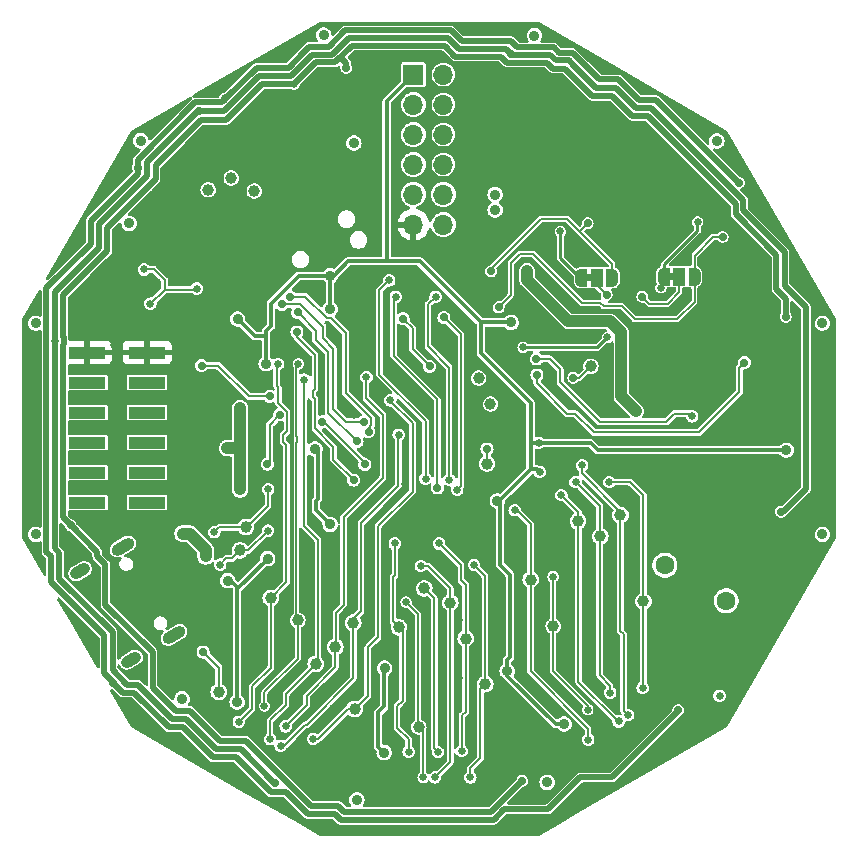
<source format=gbr>
%TF.GenerationSoftware,KiCad,Pcbnew,8.0.3*%
%TF.CreationDate,2024-08-28T16:51:52-04:00*%
%TF.ProjectId,vibrometer_h7,76696272-6f6d-4657-9465-725f68372e6b,rev?*%
%TF.SameCoordinates,Original*%
%TF.FileFunction,Copper,L4,Bot*%
%TF.FilePolarity,Positive*%
%FSLAX46Y46*%
G04 Gerber Fmt 4.6, Leading zero omitted, Abs format (unit mm)*
G04 Created by KiCad (PCBNEW 8.0.3) date 2024-08-28 16:51:52*
%MOMM*%
%LPD*%
G01*
G04 APERTURE LIST*
G04 Aperture macros list*
%AMHorizOval*
0 Thick line with rounded ends*
0 $1 width*
0 $2 $3 position (X,Y) of the first rounded end (center of the circle)*
0 $4 $5 position (X,Y) of the second rounded end (center of the circle)*
0 Add line between two ends*
20,1,$1,$2,$3,$4,$5,0*
0 Add two circle primitives to create the rounded ends*
1,1,$1,$2,$3*
1,1,$1,$4,$5*%
%AMFreePoly0*
4,1,19,0.550000,-0.750000,0.000000,-0.750000,0.000000,-0.744911,-0.071157,-0.744911,-0.207708,-0.704816,-0.327430,-0.627875,-0.420627,-0.520320,-0.479746,-0.390866,-0.500000,-0.250000,-0.500000,0.250000,-0.479746,0.390866,-0.420627,0.520320,-0.327430,0.627875,-0.207708,0.704816,-0.071157,0.744911,0.000000,0.744911,0.000000,0.750000,0.550000,0.750000,0.550000,-0.750000,0.550000,-0.750000,
$1*%
%AMFreePoly1*
4,1,19,0.000000,0.744911,0.071157,0.744911,0.207708,0.704816,0.327430,0.627875,0.420627,0.520320,0.479746,0.390866,0.500000,0.250000,0.500000,-0.250000,0.479746,-0.390866,0.420627,-0.520320,0.327430,-0.627875,0.207708,-0.704816,0.071157,-0.744911,0.000000,-0.744911,0.000000,-0.750000,-0.550000,-0.750000,-0.550000,0.750000,0.000000,0.750000,0.000000,0.744911,0.000000,0.744911,
$1*%
G04 Aperture macros list end*
%TA.AperFunction,EtchedComponent*%
%ADD10C,0.000000*%
%TD*%
%TA.AperFunction,ComponentPad*%
%ADD11C,1.600000*%
%TD*%
%TA.AperFunction,ComponentPad*%
%ADD12HorizOval,1.000000X-0.476314X-0.275000X0.476314X0.275000X0*%
%TD*%
%TA.AperFunction,ComponentPad*%
%ADD13HorizOval,1.000000X-0.346410X-0.200000X0.346410X0.200000X0*%
%TD*%
%TA.AperFunction,ComponentPad*%
%ADD14R,1.700000X1.700000*%
%TD*%
%TA.AperFunction,ComponentPad*%
%ADD15O,1.700000X1.700000*%
%TD*%
%TA.AperFunction,SMDPad,CuDef*%
%ADD16C,1.000000*%
%TD*%
%TA.AperFunction,SMDPad,CuDef*%
%ADD17FreePoly0,0.000000*%
%TD*%
%TA.AperFunction,SMDPad,CuDef*%
%ADD18R,1.000000X1.500000*%
%TD*%
%TA.AperFunction,SMDPad,CuDef*%
%ADD19FreePoly1,0.000000*%
%TD*%
%TA.AperFunction,SMDPad,CuDef*%
%ADD20R,3.150000X1.000000*%
%TD*%
%TA.AperFunction,ViaPad*%
%ADD21C,0.650000*%
%TD*%
%TA.AperFunction,ViaPad*%
%ADD22C,0.900000*%
%TD*%
%TA.AperFunction,ViaPad*%
%ADD23C,0.700000*%
%TD*%
%TA.AperFunction,Conductor*%
%ADD24C,0.150000*%
%TD*%
%TA.AperFunction,Conductor*%
%ADD25C,1.000000*%
%TD*%
%TA.AperFunction,Conductor*%
%ADD26C,0.300000*%
%TD*%
%TA.AperFunction,Conductor*%
%ADD27C,0.200000*%
%TD*%
%TA.AperFunction,Conductor*%
%ADD28C,0.250000*%
%TD*%
%TA.AperFunction,Conductor*%
%ADD29C,0.500000*%
%TD*%
G04 APERTURE END LIST*
D10*
%TA.AperFunction,EtchedComponent*%
%TO.C,JP901*%
G36*
X163800000Y-87500000D02*
G01*
X163300000Y-87500000D01*
X163300000Y-86900000D01*
X163800000Y-86900000D01*
X163800000Y-87500000D01*
G37*
%TD.AperFunction*%
%TA.AperFunction,EtchedComponent*%
%TO.C,JP902*%
G36*
X170775000Y-87400000D02*
G01*
X170275000Y-87400000D01*
X170275000Y-86800000D01*
X170775000Y-86800000D01*
X170775000Y-87400000D01*
G37*
%TD.AperFunction*%
%TD*%
D11*
%TO.P,J901,*%
%TO.N,*%
X169965251Y-111536340D03*
X175165064Y-114550000D03*
%TD*%
D12*
%TO.P,J301,S1,SHIELD*%
%TO.N,/USB/USB_SHLD*%
X124079009Y-109956270D03*
D13*
X120459023Y-112046270D03*
D12*
X128399009Y-117438730D03*
D13*
X124779023Y-119528730D03*
%TD*%
D14*
%TO.P,J202,1,Pin_1*%
%TO.N,+3V3*%
X148675000Y-70000000D03*
D15*
%TO.P,J202,2,Pin_2*%
%TO.N,/MCU/ADC2_INP*%
X151215000Y-70000000D03*
%TO.P,J202,3,Pin_3*%
%TO.N,/MCU/UART_CTS*%
X148675000Y-72540000D03*
%TO.P,J202,4,Pin_4*%
%TO.N,/MCU/ADC2_INN*%
X151215000Y-72540000D03*
%TO.P,J202,5,Pin_5*%
%TO.N,/MCU/UART_RTS*%
X148675000Y-75080000D03*
%TO.P,J202,6,Pin_6*%
%TO.N,/MCU/ADC1_INP*%
X151215000Y-75080000D03*
%TO.P,J202,7,Pin_7*%
%TO.N,/MCU/UART_TX*%
X148675000Y-77620000D03*
%TO.P,J202,8,Pin_8*%
%TO.N,/MCU/ADC1_INN*%
X151215000Y-77620000D03*
%TO.P,J202,9,Pin_9*%
%TO.N,/MCU/UART_RX*%
X148675000Y-80160000D03*
%TO.P,J202,10,Pin_10*%
%TO.N,/MCU/VCP_RX*%
X151215000Y-80160000D03*
%TO.P,J202,11,Pin_11*%
%TO.N,GND*%
X148675000Y-82700000D03*
%TO.P,J202,12,Pin_12*%
%TO.N,/MCU/VCP_TX*%
X151215000Y-82700000D03*
%TD*%
D16*
%TO.P,TP415,1,1*%
%TO.N,/ACCEL/ACCEL.INTB3*%
X166200000Y-107300000D03*
%TD*%
%TO.P,TP407,1,1*%
%TO.N,/ACCEL/ACCEL.MOSI1*%
X142060000Y-118450000D03*
%TD*%
%TO.P,TP417,1,1*%
%TO.N,/ACCEL/ACCEL.MOSI3*%
X164500000Y-109100000D03*
%TD*%
%TO.P,TP406,1,1*%
%TO.N,/ACCEL/ACCEL.MISO1*%
X140400000Y-119900000D03*
%TD*%
%TO.P,TP304,1,1*%
%TO.N,+3V3A*%
X163700000Y-94700000D03*
%TD*%
%TO.P,TP413,1,1*%
%TO.N,/ACCEL/ACCEL.NCS2*%
X147450000Y-116800000D03*
%TD*%
%TO.P,TP410,1,1*%
%TO.N,/ACCEL/ACCEL.INTB2*%
X153100000Y-117750000D03*
%TD*%
%TO.P,TP412,1,1*%
%TO.N,/ACCEL/ACCEL.MOSI2*%
X151800000Y-114700000D03*
%TD*%
%TO.P,TP404,1,1*%
%TO.N,/ACCEL/ACCEL.INTA1*%
X143700000Y-123700000D03*
%TD*%
%TO.P,TP1003,1,1*%
%TO.N,Net-(Q1003-G)*%
X135200000Y-79850000D03*
%TD*%
%TO.P,TP414,1,1*%
%TO.N,/ACCEL/ACCEL.INTA3*%
X168150000Y-114610000D03*
%TD*%
%TO.P,TP1002,1,1*%
%TO.N,Net-(Q1002-G)*%
X133250000Y-78750000D03*
%TD*%
%TO.P,TP418,1,1*%
%TO.N,/ACCEL/ACCEL.NCS3*%
X158600000Y-112750000D03*
%TD*%
D17*
%TO.P,JP901,1,A*%
%TO.N,/AUDIO/FILT2_OUT*%
X162900000Y-87200000D03*
D18*
%TO.P,JP901,2,C*%
%TO.N,/AUDIO/AMP2_OUT*%
X164200000Y-87200000D03*
D19*
%TO.P,JP901,3,B*%
%TO.N,/AUDIO/DAC_OUTB*%
X165500000Y-87200000D03*
%TD*%
D16*
%TO.P,TP302,1,1*%
%TO.N,+5V*%
X132920000Y-101620000D03*
%TD*%
%TO.P,TP11,1,1*%
%TO.N,/MCU/USB_DP*%
X134000000Y-110280000D03*
%TD*%
%TO.P,TP401,1,1*%
%TO.N,/ACCEL/SPI ACCELEROMETER1/ACCEL_SCK*%
X138900000Y-116200000D03*
%TD*%
D17*
%TO.P,JP902,1,A*%
%TO.N,/AUDIO/FILT1_OUT*%
X169875000Y-87100000D03*
D18*
%TO.P,JP902,2,C*%
%TO.N,/AUDIO/AMP1_OUT*%
X171175000Y-87100000D03*
D19*
%TO.P,JP902,3,B*%
%TO.N,/AUDIO/DAC_OUTA*%
X172475000Y-87100000D03*
%TD*%
D16*
%TO.P,TP409,1,1*%
%TO.N,/ACCEL/ACCEL.INTA2*%
X154750000Y-121600000D03*
%TD*%
%TO.P,TP202,1,1*%
%TO.N,/MCU/DAC_EXT_TRG*%
X154900000Y-102930000D03*
%TD*%
%TO.P,TP402,1,1*%
%TO.N,/ACCEL/SPI ACCELEROMETER2/ACCEL_SCK*%
X149130000Y-125240000D03*
%TD*%
%TO.P,TP405,1,1*%
%TO.N,/ACCEL/ACCEL.INTB1*%
X143580000Y-116410000D03*
%TD*%
%TO.P,TP403,1,1*%
%TO.N,/ACCEL/SPI ACCELEROMETER3/ACCEL_SCK*%
X160500000Y-116700000D03*
%TD*%
%TO.P,TP408,1,1*%
%TO.N,/ACCEL/ACCEL.NCS1*%
X136600000Y-114300000D03*
%TD*%
%TO.P,TP204,1,1*%
%TO.N,Net-(U201-PC2_C)*%
X155200000Y-97900000D03*
%TD*%
%TO.P,TP201,1,1*%
%TO.N,/ACCEL/LED_ACCEL*%
X132190000Y-122250000D03*
%TD*%
%TO.P,TP416,1,1*%
%TO.N,/ACCEL/ACCEL.MISO3*%
X162600000Y-107800000D03*
%TD*%
%TO.P,TP305,1,1*%
%TO.N,+5VA*%
X159100000Y-88200000D03*
%TD*%
D20*
%TO.P,J501,1,Pin_1*%
%TO.N,GND*%
X126125001Y-93529997D03*
%TO.P,J501,2,Pin_2*%
X121075000Y-93530000D03*
%TO.P,J501,3,Pin_3*%
%TO.N,unconnected-(J501-Pin_3-Pad3)*%
X126125000Y-96070000D03*
%TO.P,J501,4,Pin_4*%
%TO.N,unconnected-(J501-Pin_4-Pad4)*%
X121074999Y-96069999D03*
%TO.P,J501,5,Pin_5*%
%TO.N,unconnected-(J501-Pin_5-Pad5)*%
X126124999Y-98609998D03*
%TO.P,J501,6,Pin_6*%
%TO.N,unconnected-(J501-Pin_6-Pad6)*%
X121075000Y-98610003D03*
%TO.P,J501,7,Pin_7*%
%TO.N,unconnected-(J501-Pin_7-Pad7)*%
X126125000Y-101149997D03*
%TO.P,J501,8,Pin_8*%
%TO.N,unconnected-(J501-Pin_8-Pad8)*%
X121075001Y-101150002D03*
%TO.P,J501,9,Pin_9*%
%TO.N,unconnected-(J501-Pin_9-Pad9)*%
X126125001Y-103690001D03*
%TO.P,J501,10,Pin_10*%
%TO.N,unconnected-(J501-Pin_10-Pad10)*%
X121075000Y-103690000D03*
%TO.P,J501,11,Pin_11*%
%TO.N,unconnected-(J501-Pin_11-Pad11)*%
X126125000Y-106230000D03*
%TO.P,J501,12,Pin_12*%
%TO.N,unconnected-(J501-Pin_12-Pad12)*%
X121074999Y-106230003D03*
%TD*%
D16*
%TO.P,TP12,1,1*%
%TO.N,/MCU/USB_DM*%
X134480000Y-108310000D03*
%TD*%
%TO.P,TP203,1,1*%
%TO.N,Net-(U201-PA0)*%
X154200000Y-95700000D03*
%TD*%
%TO.P,TP1001,1,1*%
%TO.N,Net-(Q1001-G)*%
X131300000Y-79750000D03*
%TD*%
%TO.P,TP411,1,1*%
%TO.N,/ACCEL/ACCEL.MISO2*%
X149600000Y-113500000D03*
%TD*%
D21*
%TO.N,GND*%
X165825000Y-123275000D03*
X169250000Y-98775000D03*
X168825000Y-112775000D03*
X163600000Y-115000000D03*
X159675000Y-78700000D03*
X173700000Y-104900000D03*
X131950000Y-114900000D03*
X148300000Y-94250000D03*
X169500000Y-96250000D03*
X129500000Y-103300000D03*
X145070000Y-101079936D03*
X130100000Y-127600000D03*
X124450000Y-108250000D03*
X138400000Y-132550000D03*
D22*
X138425000Y-67525000D03*
D21*
X170100000Y-127700000D03*
X149500000Y-114900000D03*
X151100000Y-96583132D03*
X163325000Y-109800000D03*
D22*
X119800000Y-110350000D03*
D21*
X160450000Y-87860000D03*
X148000000Y-104700000D03*
X174350000Y-85925000D03*
X161800000Y-102000000D03*
X168020000Y-71160000D03*
X167300000Y-112600000D03*
X156970000Y-74930000D03*
X159850000Y-82900000D03*
X157600000Y-113600000D03*
X147100000Y-120800000D03*
X166690000Y-86300000D03*
X183830000Y-95580000D03*
X139425000Y-109225000D03*
X170340000Y-93440000D03*
X129048741Y-115510295D03*
X131600000Y-99350000D03*
X132218911Y-123767949D03*
X139410042Y-121941428D03*
X168000000Y-96250000D03*
X165375000Y-111975000D03*
X173850000Y-88400000D03*
X174786942Y-100096942D03*
D23*
X134550000Y-115450000D03*
D22*
X122700000Y-79400000D03*
D23*
X163600000Y-119550000D03*
D21*
X143320000Y-88000000D03*
D22*
X160350000Y-126050000D03*
D21*
X131875000Y-113175000D03*
X177100000Y-87520000D03*
X155950000Y-100250000D03*
X174320000Y-91190000D03*
X129000000Y-84900000D03*
X178400000Y-105500000D03*
X141425000Y-109900000D03*
X177800000Y-103000000D03*
X148500000Y-110100000D03*
X137490000Y-81720000D03*
D22*
X183700000Y-105000000D03*
D21*
X141742037Y-82353905D03*
X171775000Y-111200000D03*
X145400000Y-78650000D03*
D22*
X141775000Y-113675000D03*
D21*
X155250000Y-111450000D03*
X164800000Y-100900000D03*
X152500000Y-116160000D03*
X128011132Y-109283590D03*
X135825000Y-84180000D03*
X148890000Y-84780000D03*
X177650000Y-80100000D03*
X133700000Y-92550000D03*
X165550000Y-105500000D03*
X125232051Y-83950962D03*
X155325000Y-73425000D03*
X122225000Y-89975000D03*
X156150000Y-93950000D03*
X134418058Y-87251942D03*
X132450000Y-109850000D03*
X156050000Y-104050000D03*
X169500000Y-94250000D03*
X144200000Y-81700000D03*
D22*
X156036400Y-118900000D03*
D21*
X133890000Y-89120000D03*
X153850000Y-120450000D03*
X137160000Y-92725000D03*
D23*
X159290000Y-102100000D03*
D21*
X178190000Y-97810000D03*
X155325000Y-78225000D03*
X163650000Y-81475000D03*
X141650000Y-91800000D03*
D22*
X138910000Y-78550000D03*
D21*
X127090000Y-80150000D03*
X179100000Y-102500000D03*
X129600000Y-99300000D03*
X176760000Y-99710000D03*
X173200000Y-115500000D03*
X168000000Y-94250000D03*
X164800000Y-69300000D03*
X156020000Y-129850000D03*
D22*
X172453212Y-73951130D03*
D21*
X147250000Y-95550000D03*
X175425000Y-85000000D03*
X138080000Y-76250000D03*
X161700000Y-117000000D03*
X177600000Y-119900000D03*
X142900000Y-120000000D03*
X128775000Y-113900000D03*
X152975000Y-75900000D03*
X137150000Y-112500000D03*
X143640000Y-78130000D03*
X178100000Y-90000000D03*
X129900000Y-77350000D03*
X145400000Y-121075000D03*
X167600000Y-91950000D03*
X121000000Y-117600000D03*
X145550000Y-97340000D03*
D23*
X132350000Y-82250000D03*
D21*
X155325000Y-70500000D03*
X165500000Y-115000000D03*
X173000000Y-112300000D03*
X152000000Y-93850000D03*
X162500000Y-92100000D03*
X173400000Y-108900000D03*
D23*
X165275000Y-117670968D03*
D21*
X177600000Y-111800000D03*
D23*
X160500000Y-103625000D03*
D21*
X155225000Y-89175000D03*
X164100000Y-131100000D03*
X161025000Y-92325000D03*
D22*
X154100000Y-66100000D03*
D21*
X154400000Y-87625000D03*
X147800000Y-89532500D03*
X168750000Y-95250000D03*
X151200000Y-120600000D03*
X141905100Y-123654771D03*
X133850000Y-94100000D03*
X123200000Y-97780000D03*
D23*
X129900000Y-111400000D03*
X156835000Y-109177880D03*
D21*
X139800000Y-114100000D03*
X140025000Y-100525000D03*
X129700000Y-101800000D03*
X177600000Y-109100000D03*
D23*
X159635899Y-122750000D03*
D21*
X123700000Y-84000000D03*
X176025000Y-116925000D03*
X141650000Y-86050000D03*
X167325000Y-121000000D03*
X149250000Y-97550000D03*
X163050000Y-88430000D03*
X143550000Y-105425000D03*
X164350000Y-103600000D03*
X176700000Y-121200000D03*
X179500000Y-112325000D03*
X170050000Y-113300000D03*
X152450000Y-123750000D03*
X128198460Y-89046522D03*
X127300000Y-83400000D03*
X127900000Y-112325000D03*
X160250000Y-106200000D03*
X155040000Y-83690000D03*
X120200000Y-84000000D03*
X153800000Y-100200000D03*
X121075000Y-93530000D03*
D22*
X130650000Y-95700000D03*
D21*
X126923336Y-87572068D03*
X157700000Y-116775000D03*
D23*
X154920000Y-109300000D03*
D21*
X126350000Y-84950000D03*
X141640000Y-74160000D03*
X161700000Y-113900000D03*
X153900000Y-106050000D03*
X143673992Y-98790988D03*
X139825000Y-117200000D03*
X131358792Y-85108092D03*
X146350000Y-117450000D03*
X137490000Y-83410000D03*
X156300000Y-134000000D03*
X161350000Y-86825000D03*
X139225000Y-82050000D03*
X150550000Y-89950000D03*
X138084148Y-94489381D03*
X140296852Y-107710648D03*
X169950000Y-91770000D03*
X137000000Y-123375000D03*
X121600000Y-113300000D03*
D22*
X156500000Y-83200000D03*
D21*
X150999265Y-110800735D03*
X167690000Y-85300000D03*
X163700000Y-97500000D03*
X144950000Y-104000000D03*
X175000000Y-107100000D03*
X138250000Y-100850000D03*
X133175000Y-75650000D03*
X163770000Y-79250000D03*
X143000000Y-85100000D03*
X123300000Y-108400000D03*
X172150000Y-117800000D03*
X179350000Y-116850000D03*
X148000000Y-113200000D03*
D23*
X129270000Y-110020000D03*
D21*
X137950000Y-117225000D03*
D22*
X137990000Y-79050000D03*
D21*
X126125001Y-93529997D03*
X159361947Y-86659004D03*
D22*
X181900000Y-87400000D03*
D21*
X137970000Y-90230000D03*
X143475000Y-112150000D03*
X151150000Y-117600000D03*
D23*
X162100000Y-94125000D03*
D21*
X169125000Y-83350000D03*
X129640000Y-87100000D03*
X172890000Y-97990000D03*
X136410000Y-77810000D03*
X130350000Y-98450000D03*
X170650000Y-110025000D03*
X133400000Y-129460000D03*
X174624999Y-94743178D03*
X167156587Y-89643413D03*
X129500000Y-93100000D03*
X133600000Y-84350000D03*
X145250000Y-81000000D03*
X175975000Y-108375000D03*
X169475000Y-102725000D03*
X180475000Y-112975000D03*
X168330000Y-92900000D03*
X126225000Y-116500000D03*
X123200000Y-88000000D03*
X153752245Y-121834766D03*
X156950000Y-92117500D03*
X149800000Y-120700000D03*
X129050000Y-119100000D03*
X167000000Y-114100000D03*
X144240000Y-71190000D03*
X173450000Y-90600000D03*
X125463840Y-108829329D03*
X123350000Y-92900000D03*
X169475000Y-104775000D03*
X171200000Y-102700000D03*
X176500000Y-91000000D03*
X125040000Y-97430000D03*
D22*
X144350000Y-90200000D03*
D21*
X146190000Y-71080000D03*
D22*
X139890000Y-77980000D03*
D21*
X152900000Y-73200000D03*
X136425000Y-73950000D03*
X122570000Y-102450000D03*
X153950000Y-104100000D03*
X128240000Y-102990000D03*
X167700000Y-102725000D03*
X161200000Y-128600000D03*
X148450000Y-120700000D03*
X166690000Y-84300000D03*
X167600000Y-87700000D03*
X165700000Y-126500000D03*
D23*
X136200000Y-82250000D03*
D21*
X180940000Y-98150000D03*
X137990000Y-97410000D03*
X128550000Y-96100000D03*
X155850000Y-122750000D03*
X152500000Y-121100000D03*
X175400000Y-88800000D03*
X152900000Y-70600000D03*
X139550000Y-72100000D03*
X123370000Y-100710000D03*
X131800000Y-98300000D03*
X143900000Y-80340000D03*
X175800000Y-111600000D03*
X134075000Y-112175000D03*
X179325000Y-109950000D03*
X137150000Y-109800000D03*
X159875000Y-119400000D03*
X160425000Y-85925000D03*
X145400000Y-73900000D03*
X176850000Y-119475000D03*
X155400000Y-123700000D03*
X178600000Y-100600000D03*
X148010000Y-124700000D03*
X120220000Y-97580000D03*
X142300000Y-126100000D03*
X132100000Y-117250000D03*
X146750000Y-103950000D03*
X166690000Y-85300000D03*
X152250000Y-109350000D03*
X181250000Y-113600000D03*
X140570000Y-75750000D03*
X124150000Y-89950000D03*
X143600000Y-134000000D03*
X161450000Y-89000000D03*
X167175000Y-116300000D03*
X165325000Y-102675000D03*
X143900000Y-125400000D03*
X179790000Y-105650000D03*
X166900000Y-81525000D03*
X137800000Y-115000000D03*
X176900000Y-114900000D03*
X174000000Y-118100000D03*
X172100000Y-118875000D03*
X137225000Y-103275000D03*
X176200000Y-86375000D03*
X154000000Y-116150000D03*
X116400000Y-99350000D03*
X168690000Y-97700000D03*
X147150000Y-99300000D03*
X155225000Y-76125000D03*
X161975000Y-84450000D03*
X155925000Y-115600000D03*
X169300000Y-109200000D03*
X144350000Y-94550000D03*
X135053311Y-119731186D03*
X160310000Y-77350000D03*
X150890883Y-113943031D03*
X161600000Y-111100000D03*
X137160000Y-85790000D03*
X159400000Y-91300000D03*
X149400000Y-106050000D03*
X160800000Y-109200000D03*
X170250000Y-83350000D03*
X160125000Y-81275000D03*
X131700000Y-101700000D03*
X163600000Y-117100000D03*
X167690000Y-86300000D03*
X121050000Y-90950000D03*
X141820000Y-78590000D03*
X175350000Y-118750000D03*
X169000000Y-122500000D03*
X149750000Y-117550000D03*
X154900000Y-85250000D03*
X180830000Y-94470000D03*
D22*
X116300000Y-95800000D03*
D21*
X174025000Y-106075000D03*
X163600000Y-107000000D03*
X131100000Y-89350000D03*
X154950000Y-127050000D03*
X167000000Y-117050000D03*
X139750000Y-111600000D03*
X156500000Y-126550000D03*
X167300000Y-109100000D03*
X140560000Y-88180000D03*
X131050000Y-113800000D03*
X116350000Y-102700000D03*
D22*
X131700000Y-102850000D03*
D21*
X136305000Y-95850000D03*
X125360000Y-102190000D03*
X145430000Y-129180000D03*
X169750000Y-116050000D03*
X157600000Y-120000000D03*
X168600000Y-79070000D03*
X175000000Y-102500000D03*
X165380000Y-98430000D03*
X173300000Y-120200000D03*
X129600000Y-81500000D03*
X167690000Y-84300000D03*
X136620000Y-107450000D03*
X150750000Y-84500000D03*
X140770000Y-97060000D03*
X162000000Y-99700000D03*
X127590000Y-97390000D03*
X157925000Y-89950000D03*
X144900000Y-109700000D03*
D23*
X159300000Y-97317500D03*
D21*
X176900002Y-96275000D03*
X149570000Y-133850000D03*
D23*
X134300000Y-82250000D03*
D21*
X170500000Y-82140000D03*
X169100000Y-123700000D03*
X170200000Y-117925000D03*
D22*
%TO.N,+5V*%
X129082983Y-122837396D03*
X160000000Y-129920000D03*
X116700000Y-108920000D03*
X158920000Y-66700000D03*
X134000000Y-105123028D03*
X143892579Y-131400000D03*
X155590000Y-81470000D03*
X124600000Y-82600000D03*
X116700000Y-91050000D03*
X125600000Y-75600000D03*
X155590000Y-80160000D03*
X183300000Y-91050000D03*
X143638269Y-75800000D03*
X174360000Y-75620000D03*
X183300000Y-108920000D03*
X141075000Y-66650000D03*
X134000000Y-98250000D03*
D21*
X174591992Y-122588008D03*
D23*
%TO.N,/MCU/SWD_NRST*%
X150050000Y-94700000D03*
X147800000Y-90667500D03*
D22*
%TO.N,+3V3*%
X132950000Y-112850000D03*
X141618000Y-108077200D03*
X156600000Y-120500000D03*
X136334800Y-110972800D03*
D21*
X159352500Y-103640000D03*
D22*
X133787500Y-90687500D03*
X140341214Y-101706069D03*
X141630000Y-89830000D03*
X141640000Y-87030000D03*
X180250000Y-101800000D03*
X161430000Y-124993600D03*
D21*
X159290000Y-101182500D03*
D22*
X146240800Y-120250000D03*
X155775000Y-106091176D03*
X146200000Y-127400000D03*
X136200000Y-94475000D03*
X133744000Y-123125000D03*
X156950000Y-90982500D03*
D23*
%TO.N,+3V3A*%
X162210000Y-95675000D03*
%TO.N,/MCU/BOOT0*%
X130750000Y-94650000D03*
X136503474Y-97230000D03*
X140950000Y-99400000D03*
X144560000Y-102990000D03*
D21*
%TO.N,/MCU/MUTE_BUTTON*%
X172275000Y-98935000D03*
D23*
X159080025Y-94069975D03*
%TO.N,/AUDIO/DAC_OUTB*%
X163433307Y-82583182D03*
X155250000Y-86650000D03*
%TO.N,/ACCEL/LED_ACCEL*%
X130870000Y-118890000D03*
D22*
%TO.N,V_USB*%
X129139896Y-108866474D03*
D23*
X131085104Y-110781250D03*
D21*
%TO.N,/MCU/STA_QT*%
X126395000Y-89391673D03*
X125861015Y-86500000D03*
X130337500Y-88114471D03*
%TO.N,/MCU/USB_DM*%
X131820000Y-108740000D03*
X136380000Y-105090000D03*
%TO.N,/ACCEL/ACCEL.INTB3*%
X162960000Y-103080000D03*
X166850000Y-124225000D03*
%TO.N,/ACCEL/ACCEL.MISO2*%
X149650000Y-113550000D03*
X150750000Y-127350000D03*
%TO.N,/ACCEL/ACCEL.MOSI3*%
X162400000Y-104500000D03*
X165325000Y-122325000D03*
D23*
%TO.N,/MCU/SWD_DIO*%
X138809620Y-91790380D03*
X143624243Y-104325379D03*
D21*
%TO.N,/MCU/SWD_CLK*%
X149700000Y-104200000D03*
X146625000Y-87425000D03*
%TO.N,/MCU/VCP_TX*%
X151700000Y-104300000D03*
X150550000Y-88800000D03*
%TO.N,/ACCEL/ACCEL.NCS3*%
X157251473Y-106873527D03*
X163475000Y-126300000D03*
%TO.N,/MCU/SWD_SWO*%
X147186460Y-88813540D03*
D23*
X150700000Y-105000000D03*
D21*
%TO.N,/ACCEL/ACCEL.MOSI1*%
X144700000Y-95600000D03*
X137850000Y-125175000D03*
%TO.N,/ACCEL/ACCEL.NCS2*%
X147100000Y-109700000D03*
X148275000Y-127325000D03*
%TO.N,/ACCEL/ACCEL.MOSI2*%
X150500000Y-129500000D03*
X149300000Y-111600000D03*
%TO.N,/ACCEL/ACCEL.INTA3*%
X165250000Y-104500000D03*
X168075000Y-121925000D03*
%TO.N,/ACCEL/ACCEL.MISO1*%
X136549038Y-126267949D03*
X139425000Y-95825000D03*
%TO.N,/ACCEL/ACCEL.MISO3*%
X161200000Y-105600000D03*
X166049038Y-124767949D03*
%TO.N,/ACCEL/ACCEL.INTB1*%
X147420000Y-100480000D03*
X137425000Y-126825000D03*
D23*
%TO.N,/MCU/VCP_RX*%
X151250000Y-90550000D03*
D21*
X152375000Y-105150000D03*
%TO.N,/ACCEL/ACCEL.INTA1*%
X146720000Y-97580000D03*
X140179200Y-126229200D03*
%TO.N,/ACCEL/ACCEL.INTB2*%
X152775000Y-127275000D03*
X150850000Y-109700000D03*
%TO.N,/ACCEL/ACCEL.NCS1*%
X137225000Y-94500000D03*
X133900000Y-124800000D03*
%TO.N,/AUDIO/MUTE_SIGNAL*%
X165100000Y-92250000D03*
X157950000Y-93100000D03*
%TO.N,/ACCEL/ACCEL.INTA2*%
X153800000Y-111500000D03*
X153500000Y-129500001D03*
D23*
%TO.N,/AUDIO/DAC_OUTA*%
X174850000Y-83750000D03*
X155900000Y-89700000D03*
D21*
%TO.N,/MCU/USB_DP*%
X132310000Y-111490000D03*
X136360000Y-108610000D03*
D23*
%TO.N,+5VA*%
X162113448Y-90900000D03*
X167530000Y-98500000D03*
X158300000Y-86600000D03*
X166275000Y-97155000D03*
%TO.N,/AUDIO/AMP1_OUT*%
X168050000Y-88800000D03*
%TO.N,/AUDIO/AMP2_OUT*%
X165025000Y-88637500D03*
D21*
%TO.N,/ACCEL/SPI ACCELEROMETER1/ACCEL_SCK*%
X138925000Y-94480000D03*
X136050000Y-123450000D03*
%TO.N,/ACCEL/SPI ACCELEROMETER2/ACCEL_SCK*%
X148050000Y-114650000D03*
X149500000Y-129500000D03*
%TO.N,/ACCEL/SPI ACCELEROMETER3/ACCEL_SCK*%
X160500000Y-112500000D03*
X163440000Y-123770000D03*
D23*
%TO.N,/MCU/LED_ACCEL_3V3*%
X136317463Y-102967463D03*
X137340000Y-98810000D03*
%TO.N,/STROBE/FET1_D*%
X179800000Y-107000000D03*
D21*
X118325000Y-92542810D03*
D23*
X130505331Y-73105331D03*
X156940000Y-68240000D03*
X136936819Y-129955448D03*
%TO.N,/STROBE/FET2_D*%
X171100000Y-123800000D03*
X123254644Y-121525356D03*
D21*
X132702347Y-72022347D03*
D23*
X125325891Y-77883527D03*
X176222831Y-79162170D03*
%TO.N,/MCU/LED_STROBE_1*%
X144470000Y-99415988D03*
X137559549Y-89444595D03*
%TO.N,/MCU/LED_STROBE_2*%
X138195355Y-88794595D03*
X144879108Y-100226010D03*
%TO.N,/MCU/LED_STROBE_3*%
X143905107Y-101044944D03*
X138872677Y-90131917D03*
%TO.N,/MCU/DAC_EXT_TRG*%
X154900000Y-101700000D03*
D21*
%TO.N,Net-(U201-PA0)*%
X154200000Y-95700000D03*
%TO.N,Net-(U201-PC2_C)*%
X155200000Y-97900000D03*
D23*
%TO.N,/STROBE/FET3_D*%
X180200000Y-90500000D03*
X142994060Y-69426798D03*
D21*
X138546684Y-70819813D03*
D23*
X157900000Y-129800000D03*
X119655705Y-108151100D03*
%TO.N,/MCU/MUTE_INDICATOR*%
X176700001Y-94385000D03*
X159131664Y-95440001D03*
D21*
%TO.N,/AUDIO/FILT1_OUT*%
X169625000Y-88050000D03*
X172750000Y-82475000D03*
%TO.N,/AUDIO/FILT2_OUT*%
X162900000Y-87200000D03*
X161110000Y-83282500D03*
%TO.N,Net-(Q1001-G)*%
X131290000Y-79750000D03*
%TO.N,Net-(Q1002-G)*%
X133240000Y-78750000D03*
%TO.N,Net-(Q1003-G)*%
X135190000Y-79850000D03*
%TD*%
D24*
%TO.N,/ACCEL/ACCEL.MOSI3*%
X164450000Y-109150000D02*
X164500000Y-109100000D01*
X165325000Y-122325000D02*
X165325000Y-121725000D01*
X165325000Y-121725000D02*
X164450000Y-120850000D01*
X164450000Y-120850000D02*
X164450000Y-109150000D01*
%TO.N,/ACCEL/ACCEL.MISO3*%
X166049038Y-124767949D02*
X166017949Y-124767949D01*
X166017949Y-124767949D02*
X162650000Y-121400000D01*
X162650000Y-121400000D02*
X162650000Y-107050000D01*
X162650000Y-107050000D02*
X161200000Y-105600000D01*
%TO.N,/ACCEL/ACCEL.MOSI1*%
X137850000Y-125175000D02*
X139625000Y-123400000D01*
X142060000Y-120140000D02*
X142060000Y-118450000D01*
X139625000Y-123400000D02*
X139625000Y-122575000D01*
X139625000Y-122575000D02*
X142060000Y-120140000D01*
%TO.N,/ACCEL/ACCEL.INTB1*%
X137425000Y-126825000D02*
X137750000Y-126825000D01*
X137750000Y-126825000D02*
X139535000Y-125040000D01*
X139535000Y-125040000D02*
X139660000Y-125040000D01*
X143580000Y-121120000D02*
X143580000Y-116410000D01*
X139660000Y-125040000D02*
X143580000Y-121120000D01*
%TO.N,/ACCEL/ACCEL.MISO1*%
X136549038Y-126267949D02*
X136549038Y-124674491D01*
X140400000Y-119912400D02*
X140400000Y-119900000D01*
X136549038Y-124674491D02*
X137890000Y-123333529D01*
X137890000Y-122422400D02*
X140400000Y-119912400D01*
X137890000Y-123333529D02*
X137890000Y-122422400D01*
%TO.N,/ACCEL/ACCEL.MOSI2*%
X150500000Y-129500000D02*
X151800000Y-128200000D01*
X151800000Y-113500000D02*
X149900000Y-111600000D01*
X151800000Y-128200000D02*
X151800000Y-113500000D01*
X149900000Y-111600000D02*
X149300000Y-111600000D01*
D25*
%TO.N,+5V*%
X134000000Y-105123028D02*
X134000000Y-101650000D01*
X134000000Y-101650000D02*
X133970000Y-101620000D01*
X134000000Y-101650000D02*
X134000000Y-98250000D01*
X133970000Y-101620000D02*
X132920000Y-101620000D01*
D24*
%TO.N,/MCU/SWD_NRST*%
X148600000Y-93250000D02*
X150050000Y-94700000D01*
X147800000Y-90667500D02*
X148600000Y-91467500D01*
X148600000Y-91467500D02*
X148600000Y-93250000D01*
D26*
%TO.N,+3V3*%
X154380000Y-90982500D02*
X154380000Y-93581200D01*
X155923244Y-106091176D02*
X155775000Y-106091176D01*
X164300000Y-101800000D02*
X163682500Y-101182500D01*
X140602000Y-105918405D02*
X140400000Y-106120405D01*
X158590000Y-98200000D02*
X158590000Y-101500000D01*
X154392500Y-90982500D02*
X156950000Y-90982500D01*
X156836400Y-112336400D02*
X156836400Y-119332229D01*
X136199000Y-92126000D02*
X136200000Y-92125000D01*
X160709465Y-124993600D02*
X161430000Y-124993600D01*
X159290000Y-101182500D02*
X158590000Y-101182500D01*
X158590000Y-101500000D02*
X158590000Y-103424420D01*
X146200000Y-127400000D02*
X145700000Y-126900000D01*
X133744000Y-113394000D02*
X133200000Y-112850000D01*
X141630000Y-87040000D02*
X141640000Y-87030000D01*
X145700000Y-124000000D02*
X146200000Y-123500000D01*
X133200000Y-112850000D02*
X132950000Y-112850000D01*
X158590000Y-97791200D02*
X158590000Y-98200000D01*
X149210000Y-85800000D02*
X154392500Y-90982500D01*
X146400000Y-85800000D02*
X146400000Y-72275000D01*
X156600000Y-120884135D02*
X160709465Y-124993600D01*
X146200000Y-123500000D02*
X146200000Y-120290800D01*
X140400000Y-106120405D02*
X140400000Y-106859200D01*
X156950000Y-90982500D02*
X154380000Y-90982500D01*
X180250000Y-101800000D02*
X164300000Y-101800000D01*
X156836400Y-119332229D02*
X156600000Y-119568629D01*
X155775000Y-106091176D02*
X156000000Y-106316176D01*
X136600000Y-91300000D02*
X136200000Y-91700000D01*
X146400000Y-72275000D02*
X148675000Y-70000000D01*
X138970000Y-87030000D02*
X136600000Y-89400000D01*
X159352500Y-103640000D02*
X159136920Y-103424420D01*
X136200000Y-91700000D02*
X136200000Y-92125000D01*
X159136920Y-103424420D02*
X158590000Y-103424420D01*
X156600000Y-120500000D02*
X156600000Y-120884135D01*
X154380000Y-93581200D02*
X158590000Y-97791200D01*
X136600000Y-89400000D02*
X136600000Y-91300000D01*
X143150000Y-85800000D02*
X149210000Y-85800000D01*
X140602000Y-101966855D02*
X140602000Y-105918405D01*
X145900000Y-85800000D02*
X146400000Y-85800000D01*
X156000000Y-111500000D02*
X156836400Y-112336400D01*
X141640000Y-87030000D02*
X141920000Y-87030000D01*
X146200000Y-120290800D02*
X146240800Y-120250000D01*
X133744000Y-114384900D02*
X133744000Y-113563600D01*
X156000000Y-106316176D02*
X156000000Y-111500000D01*
X141920000Y-87030000D02*
X143150000Y-85800000D01*
X140341214Y-101706069D02*
X140602000Y-101966855D01*
X141640000Y-87030000D02*
X138970000Y-87030000D01*
X158590000Y-103424420D02*
X155923244Y-106091176D01*
X136200000Y-94475000D02*
X136200000Y-92125000D01*
X156600000Y-119568629D02*
X156600000Y-120500000D01*
X133744000Y-113563600D02*
X136334800Y-110972800D01*
X133744000Y-114384900D02*
X133744000Y-113394000D01*
X145700000Y-126900000D02*
X145700000Y-124000000D01*
X163682500Y-101182500D02*
X159290000Y-101182500D01*
X140400000Y-106859200D02*
X141618000Y-108077200D01*
X135226000Y-92126000D02*
X136199000Y-92126000D01*
X133787500Y-90687500D02*
X135226000Y-92126000D01*
X158590000Y-101182500D02*
X158590000Y-101500000D01*
X141630000Y-89830000D02*
X141630000Y-87040000D01*
X133744000Y-123125000D02*
X133744000Y-114384900D01*
D27*
%TO.N,+3V3A*%
X162725000Y-95675000D02*
X163700000Y-94700000D01*
X162100000Y-95675000D02*
X162725000Y-95675000D01*
%TO.N,/MCU/BOOT0*%
X144560000Y-102860000D02*
X141100000Y-99400000D01*
X141100000Y-99400000D02*
X140950000Y-99400000D01*
X144560000Y-102990000D02*
X144560000Y-102860000D01*
X134730000Y-97230000D02*
X132150000Y-94650000D01*
X136503474Y-97230000D02*
X134730000Y-97230000D01*
X132150000Y-94650000D02*
X130750000Y-94650000D01*
%TO.N,/MCU/MUTE_BUTTON*%
X172040000Y-98700000D02*
X170750000Y-98700000D01*
X164450000Y-99400000D02*
X161100000Y-96050000D01*
X161100000Y-94950000D02*
X160219975Y-94069975D01*
X161100000Y-96050000D02*
X161100000Y-94950000D01*
X172275000Y-98935000D02*
X172040000Y-98700000D01*
X170750000Y-98700000D02*
X170050000Y-99400000D01*
X160219975Y-94069975D02*
X159080025Y-94069975D01*
X170050000Y-99400000D02*
X164450000Y-99400000D01*
%TO.N,/AUDIO/DAC_OUTB*%
X162753989Y-83262500D02*
X162737500Y-83262500D01*
X155250000Y-86450000D02*
X159475000Y-82225000D01*
X165500000Y-86025000D02*
X165500000Y-87200000D01*
X163433307Y-82583182D02*
X162753989Y-83262500D01*
X155250000Y-86650000D02*
X155250000Y-86450000D01*
X161700000Y-82225000D02*
X165500000Y-86025000D01*
X159475000Y-82225000D02*
X161700000Y-82225000D01*
%TO.N,/ACCEL/LED_ACCEL*%
X132190000Y-120210000D02*
X132190000Y-122250000D01*
X130870000Y-118890000D02*
X132190000Y-120210000D01*
D25*
%TO.N,V_USB*%
X129716474Y-108866474D02*
X129139896Y-108866474D01*
X131085104Y-110781250D02*
X131085104Y-110235104D01*
X131085104Y-110235104D02*
X129716474Y-108866474D01*
D27*
%TO.N,/MCU/STA_QT*%
X125861015Y-86500000D02*
X126735152Y-86500000D01*
X130251971Y-88200000D02*
X127600000Y-88200000D01*
X127600000Y-87364848D02*
X127600000Y-88200000D01*
X130337500Y-88114471D02*
X130251971Y-88200000D01*
X126735152Y-86500000D02*
X127600000Y-87364848D01*
X126408327Y-89391673D02*
X127600000Y-88200000D01*
X126395000Y-89391673D02*
X126408327Y-89391673D01*
D24*
%TO.N,/MCU/USB_DM*%
X131820000Y-108740000D02*
X132220000Y-108340000D01*
X136380000Y-105090000D02*
X136380000Y-106520000D01*
X134590000Y-108310000D02*
X134480000Y-108310000D01*
X132220000Y-108340000D02*
X134450000Y-108340000D01*
X136380000Y-106520000D02*
X134590000Y-108310000D01*
X134450000Y-108340000D02*
X134480000Y-108310000D01*
%TO.N,/ACCEL/ACCEL.INTB3*%
X162960000Y-103080000D02*
X162960000Y-103760000D01*
X166200000Y-107000000D02*
X166200000Y-107300000D01*
X166475000Y-117373529D02*
X166200000Y-117098529D01*
X166475000Y-123850000D02*
X166475000Y-117373529D01*
X166200000Y-117098529D02*
X166200000Y-107300000D01*
X166850000Y-124225000D02*
X166475000Y-123850000D01*
X162960000Y-103760000D02*
X166200000Y-107000000D01*
%TO.N,/ACCEL/ACCEL.MISO2*%
X150750000Y-127350000D02*
X150450000Y-127050000D01*
X150450000Y-127050000D02*
X150450000Y-114350000D01*
X149650000Y-113550000D02*
X149600000Y-113500000D01*
X150450000Y-114350000D02*
X149600000Y-113500000D01*
%TO.N,/ACCEL/ACCEL.MOSI3*%
X162450000Y-104500000D02*
X164450000Y-106500000D01*
X162400000Y-104500000D02*
X162450000Y-104500000D01*
X164450000Y-109050000D02*
X164500000Y-109100000D01*
X164450000Y-106500000D02*
X164450000Y-109050000D01*
%TO.N,/MCU/SWD_DIO*%
X138809620Y-91790380D02*
X138809620Y-92209620D01*
X141900000Y-101500000D02*
X141900000Y-102601136D01*
X140325000Y-99925000D02*
X141900000Y-101500000D01*
X140325000Y-93725000D02*
X140325000Y-96656471D01*
X141900000Y-102601136D02*
X143624243Y-104325379D01*
X140325000Y-96656471D02*
X140170000Y-96811471D01*
X138809620Y-92209620D02*
X140325000Y-93725000D01*
X140325000Y-97463529D02*
X140325000Y-99925000D01*
X140170000Y-97308529D02*
X140325000Y-97463529D01*
X140170000Y-96811471D02*
X140170000Y-97308529D01*
%TO.N,/MCU/SWD_CLK*%
X146625000Y-87425000D02*
X145800000Y-88250000D01*
X145800000Y-88250000D02*
X145800000Y-95400000D01*
X149700000Y-99300000D02*
X149700000Y-104200000D01*
X145800000Y-95400000D02*
X149700000Y-99300000D01*
%TO.N,/MCU/VCP_TX*%
X149900000Y-89450000D02*
X149900000Y-93000000D01*
X151700000Y-94800000D02*
X151700000Y-104300000D01*
X150550000Y-88800000D02*
X149900000Y-89450000D01*
X149900000Y-93000000D02*
X151700000Y-94800000D01*
%TO.N,/ACCEL/ACCEL.NCS3*%
X157251473Y-106873527D02*
X157413527Y-106873527D01*
X157413527Y-106873527D02*
X158600000Y-108060000D01*
X158600000Y-120500000D02*
X158600000Y-112750000D01*
X163475000Y-125375000D02*
X158600000Y-120500000D01*
X158600000Y-108060000D02*
X158600000Y-112750000D01*
X163475000Y-126300000D02*
X163475000Y-125375000D01*
%TO.N,/MCU/SWD_SWO*%
X147000000Y-89000000D02*
X147000000Y-93800000D01*
X150700000Y-97500000D02*
X150700000Y-105000000D01*
X147186460Y-88813540D02*
X147000000Y-89000000D01*
X147000000Y-93800000D02*
X150700000Y-97500000D01*
%TO.N,/ACCEL/ACCEL.MOSI1*%
X146080000Y-98800000D02*
X146080000Y-104120000D01*
X144680000Y-95620000D02*
X144680000Y-97400000D01*
X144700000Y-95600000D02*
X144680000Y-95620000D01*
X146080000Y-104120000D02*
X142775000Y-107425000D01*
X144680000Y-97400000D02*
X146080000Y-98800000D01*
X142775000Y-114875000D02*
X142100000Y-115550000D01*
X142100000Y-115550000D02*
X142100000Y-118410000D01*
X142100000Y-118410000D02*
X142060000Y-118450000D01*
X142775000Y-107425000D02*
X142775000Y-114875000D01*
%TO.N,/ACCEL/ACCEL.NCS2*%
X147750000Y-123000000D02*
X147750000Y-117100000D01*
X147100000Y-109700000D02*
X147100000Y-112400000D01*
X148275000Y-127325000D02*
X148275000Y-126275000D01*
X147300000Y-125300000D02*
X147300000Y-123450000D01*
X147750000Y-117100000D02*
X147450000Y-116800000D01*
X146950000Y-112550000D02*
X146950000Y-116300000D01*
X148275000Y-126275000D02*
X147300000Y-125300000D01*
X147100000Y-112400000D02*
X146950000Y-112550000D01*
X147300000Y-123450000D02*
X147750000Y-123000000D01*
X146950000Y-116300000D02*
X147450000Y-116800000D01*
%TO.N,/ACCEL/ACCEL.INTA3*%
X168140000Y-114620000D02*
X168150000Y-114610000D01*
X168150000Y-105600000D02*
X168150000Y-114610000D01*
X167050000Y-104500000D02*
X168150000Y-105600000D01*
X168075000Y-121925000D02*
X168140000Y-121860000D01*
X165250000Y-104500000D02*
X167050000Y-104500000D01*
X168140000Y-121860000D02*
X168140000Y-114620000D01*
%TO.N,/ACCEL/ACCEL.MISO1*%
X139425000Y-95825000D02*
X139425000Y-108225000D01*
X139425000Y-108225000D02*
X140600000Y-109400000D01*
X140600000Y-119700000D02*
X140400000Y-119900000D01*
X140600000Y-109400000D02*
X140600000Y-119700000D01*
%TO.N,/ACCEL/ACCEL.INTB1*%
X147400000Y-100500000D02*
X147400000Y-104800000D01*
X147420000Y-100480000D02*
X147400000Y-100500000D01*
X143580000Y-116120000D02*
X143580000Y-116410000D01*
X144250000Y-115450000D02*
X143580000Y-116120000D01*
X144250000Y-107950000D02*
X144250000Y-112250000D01*
X144250000Y-112200000D02*
X144250000Y-115450000D01*
X147400000Y-104800000D02*
X144250000Y-107950000D01*
X144250000Y-112250000D02*
X144250000Y-112200000D01*
%TO.N,/MCU/VCP_RX*%
X151250000Y-90550000D02*
X152700000Y-92000000D01*
X152700000Y-92000000D02*
X152700000Y-104825000D01*
X152700000Y-104825000D02*
X152375000Y-105150000D01*
%TO.N,/ACCEL/ACCEL.INTA1*%
X146720000Y-97620000D02*
X148600000Y-99500000D01*
X140179200Y-126229200D02*
X140620800Y-126229200D01*
X143150000Y-123700000D02*
X143700000Y-123700000D01*
X145682000Y-117618000D02*
X144800000Y-118500000D01*
X144800000Y-118500000D02*
X144800000Y-122600000D01*
X148600000Y-99500000D02*
X148600000Y-105300000D01*
X145682000Y-108218000D02*
X145682000Y-117618000D01*
X140620800Y-126229200D02*
X143150000Y-123700000D01*
X144800000Y-122600000D02*
X143700000Y-123700000D01*
X146720000Y-97580000D02*
X146720000Y-97620000D01*
X148600000Y-105300000D02*
X145682000Y-108218000D01*
%TO.N,/ACCEL/ACCEL.INTB2*%
X152800000Y-127250000D02*
X152800000Y-124248529D01*
X152800000Y-124248529D02*
X153100000Y-123948529D01*
X152700000Y-112800000D02*
X152700000Y-111550000D01*
X153100000Y-123948529D02*
X153100000Y-113200000D01*
X152775000Y-127275000D02*
X152800000Y-127250000D01*
X152700000Y-111550000D02*
X150850000Y-109700000D01*
X153100000Y-113200000D02*
X152700000Y-112800000D01*
%TO.N,/ACCEL/ACCEL.NCS1*%
X137925000Y-101373529D02*
X137925000Y-112975000D01*
X137101800Y-96348529D02*
X137100000Y-96350329D01*
X137101800Y-95851471D02*
X137101800Y-96348529D01*
X137100000Y-96350329D02*
X137240000Y-96490329D01*
X137650000Y-101098529D02*
X137925000Y-101373529D01*
X137925000Y-112975000D02*
X136600000Y-114300000D01*
X136600000Y-120200000D02*
X136600000Y-114300000D01*
X133900000Y-124800000D02*
X135000000Y-123700000D01*
X135000000Y-123700000D02*
X135000000Y-121800000D01*
X137965000Y-98551116D02*
X137965000Y-100210000D01*
X135000000Y-121800000D02*
X136600000Y-120200000D01*
X137100000Y-95849671D02*
X137101800Y-95851471D01*
X137965000Y-100210000D02*
X137650000Y-100525000D01*
X137240000Y-97826116D02*
X137965000Y-98551116D01*
X137240000Y-96490329D02*
X137240000Y-97826116D01*
X137650000Y-100525000D02*
X137650000Y-101098529D01*
X137225000Y-94500000D02*
X137100000Y-94625000D01*
X137100000Y-94625000D02*
X137100000Y-95849671D01*
D28*
%TO.N,/AUDIO/MUTE_SIGNAL*%
X164250000Y-93100000D02*
X157950000Y-93100000D01*
X165100000Y-92250000D02*
X164250000Y-93100000D01*
D24*
%TO.N,/ACCEL/ACCEL.INTA2*%
X154350000Y-127850000D02*
X154350000Y-122000000D01*
X153500000Y-128700000D02*
X154350000Y-127850000D01*
X154750000Y-112450000D02*
X154750000Y-121600000D01*
X154350000Y-122000000D02*
X154750000Y-121600000D01*
X153800000Y-111500000D02*
X154750000Y-112450000D01*
X153500000Y-129500001D02*
X153500000Y-128700000D01*
D27*
%TO.N,/AUDIO/DAC_OUTA*%
X162950000Y-89300000D02*
X164500000Y-89300000D01*
X166300000Y-89600000D02*
X167400000Y-90700000D01*
X172475000Y-89225000D02*
X172475000Y-87100000D01*
X155900000Y-89700000D02*
X156900000Y-88700000D01*
X167400000Y-90700000D02*
X171000000Y-90700000D01*
X156900000Y-88700000D02*
X156900000Y-85970000D01*
X158810000Y-85160000D02*
X162950000Y-89300000D01*
X172475000Y-85325000D02*
X172475000Y-87100000D01*
X164500000Y-89300000D02*
X164800000Y-89600000D01*
X171000000Y-90700000D02*
X172475000Y-89225000D01*
X156900000Y-85970000D02*
X157710000Y-85160000D01*
X174850000Y-83750000D02*
X174050000Y-83750000D01*
X174050000Y-83750000D02*
X172475000Y-85325000D01*
X157710000Y-85160000D02*
X158810000Y-85160000D01*
X164800000Y-89600000D02*
X166300000Y-89600000D01*
D24*
%TO.N,/MCU/USB_DP*%
X133320000Y-110960000D02*
X134000000Y-110280000D01*
X136360000Y-108610000D02*
X134690000Y-110280000D01*
X134690000Y-110280000D02*
X134000000Y-110280000D01*
X132310000Y-111490000D02*
X132840000Y-110960000D01*
X132840000Y-110960000D02*
X133320000Y-110960000D01*
D25*
%TO.N,+5VA*%
X158300000Y-87400000D02*
X159100000Y-88200000D01*
X158300000Y-86600000D02*
X158300000Y-87400000D01*
X161800000Y-90900000D02*
X159100000Y-88200000D01*
X166275000Y-91825000D02*
X165350000Y-90900000D01*
X166275000Y-97245000D02*
X166275000Y-97155000D01*
X162113448Y-90900000D02*
X161800000Y-90900000D01*
X167530000Y-98500000D02*
X166275000Y-97245000D01*
X165350000Y-90900000D02*
X162113448Y-90900000D01*
X166275000Y-97155000D02*
X166275000Y-91825000D01*
D27*
%TO.N,/AUDIO/AMP1_OUT*%
X170200000Y-89400000D02*
X171175000Y-88425000D01*
X168650000Y-89400000D02*
X170200000Y-89400000D01*
X168050000Y-88800000D02*
X168650000Y-89400000D01*
X171175000Y-88425000D02*
X171175000Y-87100000D01*
%TO.N,/AUDIO/AMP2_OUT*%
X164200000Y-87812500D02*
X164200000Y-87200000D01*
X165025000Y-88637500D02*
X164200000Y-87812500D01*
D24*
%TO.N,/ACCEL/SPI ACCELEROMETER1/ACCEL_SCK*%
X138775000Y-101102818D02*
X138775000Y-116075000D01*
X138775000Y-100597182D02*
X138800000Y-100622182D01*
D27*
X138900000Y-119450000D02*
X138900000Y-116200000D01*
X136050000Y-123450000D02*
X136050000Y-122300000D01*
D24*
X138925000Y-94480000D02*
X138775000Y-94630000D01*
X138800000Y-100622182D02*
X138800000Y-101077818D01*
X138775000Y-94630000D02*
X138775000Y-100597182D01*
X138775000Y-116075000D02*
X138900000Y-116200000D01*
X138800000Y-101077818D02*
X138775000Y-101102818D01*
D27*
X136050000Y-122300000D02*
X138900000Y-119450000D01*
%TO.N,/ACCEL/SPI ACCELEROMETER2/ACCEL_SCK*%
X149500000Y-125610000D02*
X149130000Y-125240000D01*
X149100000Y-125210000D02*
X149130000Y-125240000D01*
X149500000Y-129500000D02*
X149500000Y-125610000D01*
X148050000Y-114650000D02*
X149100000Y-115700000D01*
X149100000Y-115700000D02*
X149100000Y-125210000D01*
%TO.N,/ACCEL/SPI ACCELEROMETER3/ACCEL_SCK*%
X160500000Y-116700000D02*
X160500000Y-120500000D01*
X160500000Y-120500000D02*
X163440000Y-123440000D01*
X160500000Y-112500000D02*
X160500000Y-116700000D01*
X163440000Y-123440000D02*
X163440000Y-123770000D01*
%TO.N,/MCU/LED_ACCEL_3V3*%
X137340000Y-98810000D02*
X137330000Y-98810000D01*
X137330000Y-98810000D02*
X136500000Y-99640000D01*
X136500000Y-99640000D02*
X136500000Y-102784926D01*
X136500000Y-102784926D02*
X136317463Y-102967463D01*
D29*
%TO.N,/STROBE/FET1_D*%
X168800000Y-72800000D02*
X176600000Y-80600000D01*
X165810050Y-71100000D02*
X167510050Y-72800000D01*
X136936819Y-129955448D02*
X136905448Y-129955448D01*
X118700000Y-110500000D02*
X118300000Y-110100000D01*
X164110050Y-71100000D02*
X165810050Y-71100000D01*
X152500762Y-67820000D02*
X151580762Y-66900000D01*
X180100000Y-85000000D02*
X180100000Y-87900000D01*
X176600000Y-80600000D02*
X176600000Y-81500000D01*
X122050000Y-82660050D02*
X122050000Y-84639950D01*
X136905448Y-129955448D02*
X134050000Y-127100000D01*
X162220100Y-69210051D02*
X164110050Y-71100000D01*
X134050000Y-127100000D02*
X132000000Y-127100000D01*
X181900000Y-105100000D02*
X180000000Y-107000000D01*
X130505331Y-73105331D02*
X130434619Y-73105331D01*
X125382010Y-121671960D02*
X124461910Y-121671960D01*
X118300000Y-88389950D02*
X118300000Y-92500000D01*
X140119239Y-68300000D02*
X139669239Y-68750000D01*
X130434619Y-73105331D02*
X126148245Y-77391705D01*
X180100000Y-87900000D02*
X181900000Y-89700000D01*
X138269238Y-70150000D02*
X135600000Y-70150000D01*
X118700000Y-112700000D02*
X118700000Y-110500000D01*
X129450000Y-124550000D02*
X128260050Y-124550000D01*
X160279239Y-68340000D02*
X160739239Y-68800000D01*
X160739239Y-68800000D02*
X161810050Y-68800000D01*
X176600000Y-81500000D02*
X180100000Y-85000000D01*
X141780761Y-68300000D02*
X140119239Y-68300000D01*
X167510050Y-72800000D02*
X168800000Y-72800000D01*
X118300000Y-110100000D02*
X118300000Y-92500000D01*
D28*
X118325000Y-92542810D02*
X118300000Y-92517810D01*
D29*
X156520000Y-67820000D02*
X152500762Y-67820000D01*
X132644669Y-73105331D02*
X130505331Y-73105331D01*
X124461910Y-121671960D02*
X123200000Y-120410050D01*
X132000000Y-127100000D02*
X129450000Y-124550000D01*
X181900000Y-89700000D02*
X181900000Y-105100000D01*
X128260050Y-124550000D02*
X125382010Y-121671960D01*
X135600000Y-70150000D02*
X132644669Y-73105331D01*
X123200000Y-120410050D02*
X123200000Y-117200000D01*
X143180761Y-66900000D02*
X141780761Y-68300000D01*
X123200000Y-117200000D02*
X118700000Y-112700000D01*
X156940000Y-68240000D02*
X156520000Y-67820000D01*
X180000000Y-107000000D02*
X179800000Y-107000000D01*
X139669239Y-68750000D02*
X138269238Y-70150000D01*
X156940000Y-68240000D02*
X157040000Y-68340000D01*
D28*
X118300000Y-92517810D02*
X118300000Y-92500000D01*
D29*
X157040000Y-68340000D02*
X160279239Y-68340000D01*
X151580762Y-66900000D02*
X143180761Y-66900000D01*
X161810050Y-68800000D02*
X162220100Y-69210051D01*
X126148245Y-78561805D02*
X122050000Y-82660050D01*
X126148245Y-77391705D02*
X126148245Y-78561805D01*
X122050000Y-84639950D02*
X118300000Y-88389950D01*
%TO.N,/STROBE/FET2_D*%
X125042060Y-122321960D02*
X127970100Y-125250000D01*
X138100000Y-69400000D02*
X135430762Y-69400000D01*
X142537257Y-133100000D02*
X155479238Y-133100000D01*
X151850000Y-66250000D02*
X142911523Y-66250000D01*
X137878241Y-130755448D02*
X139722793Y-132600000D01*
X117600000Y-88100000D02*
X121350000Y-84350000D01*
X156379238Y-132200000D02*
X160100000Y-132200000D01*
X142911523Y-66250000D02*
X141511523Y-67650000D01*
X117600000Y-110389950D02*
X117600000Y-88100000D01*
X139400001Y-68100000D02*
X138100000Y-69400000D01*
X121350000Y-82370100D02*
X125325891Y-78394209D01*
X164400000Y-70400000D02*
X162150000Y-68150000D01*
X127970100Y-125250000D02*
X129160050Y-125250000D01*
X118000000Y-113000000D02*
X118000000Y-110789950D01*
X124051248Y-122321960D02*
X125042060Y-122321960D01*
X122500000Y-117489950D02*
X122360050Y-117350000D01*
X130200000Y-72350000D02*
X125325891Y-77224109D01*
X156930661Y-67170000D02*
X152770000Y-67170000D01*
X125325891Y-78394209D02*
X125325891Y-77883527D01*
X176222831Y-79162169D02*
X169210662Y-72150000D01*
X135430762Y-69400000D02*
X132808415Y-72022347D01*
X121350000Y-84350000D02*
X121350000Y-82370100D01*
X132702347Y-72022347D02*
X132702347Y-72128415D01*
X160548477Y-67690000D02*
X157450661Y-67690000D01*
X122500000Y-120700000D02*
X122500000Y-117489950D01*
X155479238Y-133100000D02*
X156379238Y-132200000D01*
X132702347Y-72128415D02*
X132480762Y-72350000D01*
X157450661Y-67690000D02*
X156930661Y-67170000D01*
X139722793Y-132600000D02*
X142037257Y-132600000D01*
X141511523Y-67650000D02*
X139850001Y-67650000D01*
X162150000Y-68150000D02*
X161008477Y-68150000D01*
X131710050Y-127800000D02*
X133650000Y-127800000D01*
X165500000Y-129500000D02*
X171100000Y-123900000D01*
X161008477Y-68150000D02*
X160548477Y-67690000D01*
X152770000Y-67170000D02*
X151850000Y-66250000D01*
X132808415Y-72022347D02*
X132702347Y-72022347D01*
X123254644Y-121454644D02*
X122500000Y-120700000D01*
X122350000Y-117350000D02*
X118000000Y-113000000D01*
X129160050Y-125250000D02*
X131710050Y-127800000D01*
X169210662Y-72150000D02*
X167779288Y-72150000D01*
X123254644Y-121525356D02*
X123254644Y-121454644D01*
X125325891Y-77224109D02*
X125325891Y-77883527D01*
X160100000Y-132200000D02*
X162800000Y-129500000D01*
X162800000Y-129500000D02*
X165500000Y-129500000D01*
X133650000Y-127800000D02*
X136605448Y-130755448D01*
X139850001Y-67650000D02*
X139400001Y-68100000D01*
X142037257Y-132600000D02*
X142537257Y-133100000D01*
X122360050Y-117350000D02*
X122350000Y-117350000D01*
X166029288Y-70400000D02*
X164400000Y-70400000D01*
X167779288Y-72150000D02*
X166029288Y-70400000D01*
X176222831Y-79162170D02*
X176222831Y-79162169D01*
X118000000Y-110789950D02*
X117600000Y-110389950D01*
X123254644Y-121525356D02*
X124051248Y-122321960D01*
X132480762Y-72350000D02*
X130200000Y-72350000D01*
X136605448Y-130755448D02*
X137878241Y-130755448D01*
X171100000Y-123900000D02*
X171100000Y-123800000D01*
D27*
%TO.N,/MCU/LED_STROBE_1*%
X137559549Y-89444595D02*
X139104595Y-89444595D01*
X141870000Y-93204314D02*
X141870000Y-98301371D01*
X140995000Y-91335000D02*
X140995000Y-92329314D01*
X139104595Y-89444595D02*
X140995000Y-91335000D01*
X140995000Y-92329314D02*
X141870000Y-93204314D01*
X142984617Y-99415988D02*
X144470000Y-99415988D01*
X141870000Y-98301371D02*
X142984617Y-99415988D01*
%TO.N,/MCU/LED_STROBE_2*%
X145120000Y-99110000D02*
X145120000Y-99685227D01*
X142950000Y-91860000D02*
X142950000Y-96940000D01*
X144879108Y-99926119D02*
X144879108Y-100226010D01*
X139533934Y-88794595D02*
X141319339Y-90580000D01*
X138195355Y-88794595D02*
X139533934Y-88794595D01*
X142950000Y-96940000D02*
X145120000Y-99110000D01*
X145120000Y-99685227D02*
X144879108Y-99926119D01*
X141670000Y-90580000D02*
X142950000Y-91860000D01*
X141319339Y-90580000D02*
X141670000Y-90580000D01*
%TO.N,/MCU/LED_STROBE_3*%
X141470000Y-93520000D02*
X141470000Y-98609837D01*
X138872677Y-90142677D02*
X140400000Y-91670000D01*
X140400000Y-92450000D02*
X141470000Y-93520000D01*
X140400000Y-91670000D02*
X140400000Y-92450000D01*
X138872677Y-90131917D02*
X138872677Y-90142677D01*
X141470000Y-98609837D02*
X143905107Y-101044944D01*
%TO.N,/MCU/DAC_EXT_TRG*%
X154900000Y-101700000D02*
X154900000Y-102930000D01*
D29*
%TO.N,/STROBE/FET3_D*%
X157900000Y-129800000D02*
X157860000Y-129800000D01*
X119000000Y-107495395D02*
X119000000Y-92893115D01*
X142500000Y-68500000D02*
X142050000Y-68950000D01*
X126600000Y-118900000D02*
X122600000Y-114900000D01*
X143450000Y-67550000D02*
X151311524Y-67550000D01*
X119655705Y-108151100D02*
X119000000Y-107495395D01*
X122750000Y-82950000D02*
X126848245Y-78851755D01*
X161520100Y-69500000D02*
X163820100Y-71800000D01*
X156629339Y-68990000D02*
X160010000Y-68990000D01*
X121900000Y-110400000D02*
X119655705Y-108155705D01*
X119000000Y-92192505D02*
X119000000Y-88679900D01*
X156109339Y-68470000D02*
X156629339Y-68990000D01*
X179400000Y-88189950D02*
X180200000Y-88989950D01*
X142827207Y-132400000D02*
X142327207Y-131900000D01*
X126600000Y-121900000D02*
X126600000Y-118900000D01*
X134512743Y-126400000D02*
X132289950Y-126400000D01*
X119000000Y-92893115D02*
X119050000Y-92843115D01*
X119050000Y-92242505D02*
X119000000Y-92192505D01*
X126848245Y-77681655D02*
X130679900Y-73850000D01*
X119000000Y-88679900D02*
X122750000Y-84929900D01*
X119655705Y-108155705D02*
X119655705Y-108151100D01*
X175950000Y-81839950D02*
X179400000Y-85289950D01*
X140388477Y-68950000D02*
X142050000Y-68950000D01*
X122750000Y-84929900D02*
X122750000Y-82950000D01*
X179400000Y-85289950D02*
X179400000Y-88189950D01*
X121900000Y-110770000D02*
X121900000Y-110400000D01*
X138538477Y-70800000D02*
X140388477Y-68950000D01*
X168510050Y-73500000D02*
X175950000Y-80939950D01*
X132289950Y-126400000D02*
X129739950Y-123850000D01*
X142994060Y-68994060D02*
X142500000Y-68500000D01*
X122600000Y-114900000D02*
X122600000Y-111470000D01*
X126848245Y-78851755D02*
X126848245Y-77681655D01*
X163820100Y-71800000D02*
X165520100Y-71800000D01*
X175950000Y-80939950D02*
X175950000Y-81839950D01*
X135869238Y-70800000D02*
X138538477Y-70800000D01*
X132819238Y-73850000D02*
X135869238Y-70800000D01*
X142050000Y-68950000D02*
X143450000Y-67550000D01*
X155260000Y-132400000D02*
X142827207Y-132400000D01*
X160520000Y-69500000D02*
X161520100Y-69500000D01*
X160010000Y-68990000D02*
X160520000Y-69500000D01*
X151311524Y-67550000D02*
X152231524Y-68470000D01*
X122600000Y-111470000D02*
X121900000Y-110770000D01*
X142994060Y-69426798D02*
X142994060Y-68994060D01*
X138538477Y-70811606D02*
X138546684Y-70819813D01*
X140012743Y-131900000D02*
X134512743Y-126400000D01*
X128550000Y-123850000D02*
X126600000Y-121900000D01*
X167220100Y-73500000D02*
X168510050Y-73500000D01*
X165520100Y-71800000D02*
X167220100Y-73500000D01*
X180200000Y-88989950D02*
X180200000Y-90500000D01*
X129739950Y-123850000D02*
X128550000Y-123850000D01*
X119050000Y-92843115D02*
X119050000Y-92242505D01*
X157860000Y-129800000D02*
X155260000Y-132400000D01*
X138538477Y-70800000D02*
X138538477Y-70811606D01*
X142327207Y-131900000D02*
X140012743Y-131900000D01*
X130679900Y-73850000D02*
X132819238Y-73850000D01*
X152231524Y-68470000D02*
X156109339Y-68470000D01*
D27*
%TO.N,/MCU/MUTE_INDICATOR*%
X159131664Y-96131664D02*
X159131664Y-95440001D01*
X163925000Y-100275000D02*
X162350000Y-98700000D01*
X176275002Y-94809999D02*
X176275002Y-96875000D01*
X161700000Y-98700000D02*
X159131664Y-96131664D01*
X162350000Y-98700000D02*
X161700000Y-98700000D01*
X172875002Y-100275000D02*
X163925000Y-100275000D01*
X176275002Y-96875000D02*
X172875002Y-100275000D01*
X176700001Y-94385000D02*
X176275002Y-94809999D01*
D28*
%TO.N,/AUDIO/FILT1_OUT*%
X172725000Y-82450000D02*
X172725000Y-83225000D01*
X172725000Y-83225000D02*
X169875000Y-86075000D01*
X169625000Y-88050000D02*
X169625000Y-87350000D01*
X169625000Y-87350000D02*
X169875000Y-87100000D01*
X169875000Y-86075000D02*
X169875000Y-87100000D01*
%TO.N,/AUDIO/FILT2_OUT*%
X162800000Y-87200000D02*
X162900000Y-87200000D01*
X161110000Y-83282500D02*
X161110000Y-85510000D01*
X161110000Y-85510000D02*
X162800000Y-87200000D01*
%TO.N,Net-(Q1001-G)*%
X131300000Y-79750000D02*
X131290000Y-79750000D01*
%TO.N,Net-(Q1002-G)*%
X133250000Y-78750000D02*
X133240000Y-78750000D01*
%TO.N,Net-(Q1003-G)*%
X135190000Y-79850000D02*
X135200000Y-79850000D01*
%TD*%
%TA.AperFunction,Conductor*%
%TO.N,GND*%
G36*
X141279052Y-90880500D02*
G01*
X141279777Y-90880500D01*
X141494167Y-90880500D01*
X141561206Y-90900185D01*
X141581848Y-90916819D01*
X142613181Y-91948152D01*
X142646666Y-92009475D01*
X142649500Y-92035833D01*
X142649500Y-96979562D01*
X142669615Y-97054631D01*
X142669979Y-97055989D01*
X142707499Y-97120976D01*
X142709540Y-97124511D01*
X142709542Y-97124514D01*
X144292927Y-98707898D01*
X144326412Y-98769221D01*
X144321428Y-98838913D01*
X144279556Y-98894846D01*
X144252699Y-98910140D01*
X144192376Y-98935126D01*
X144185429Y-98940457D01*
X144077379Y-99023367D01*
X144077378Y-99023368D01*
X144077377Y-99023369D01*
X144043917Y-99066975D01*
X143987489Y-99108177D01*
X143945542Y-99115488D01*
X143160450Y-99115488D01*
X143093411Y-99095803D01*
X143072769Y-99079169D01*
X142206819Y-98213219D01*
X142173334Y-98151896D01*
X142170500Y-98125538D01*
X142170500Y-93164753D01*
X142170500Y-93164752D01*
X142150021Y-93088325D01*
X142130666Y-93054801D01*
X142110464Y-93019809D01*
X142110458Y-93019801D01*
X141331819Y-92241162D01*
X141298334Y-92179839D01*
X141295500Y-92153481D01*
X141295500Y-91295439D01*
X141284410Y-91254050D01*
X141275021Y-91219011D01*
X141270034Y-91210373D01*
X141235464Y-91150495D01*
X141235458Y-91150487D01*
X141176118Y-91091147D01*
X141142633Y-91029824D01*
X141147617Y-90960132D01*
X141189489Y-90904199D01*
X141254953Y-90879782D01*
X141279052Y-90880500D01*
G37*
%TD.AperFunction*%
%TA.AperFunction,Conductor*%
G36*
X141093475Y-87400185D02*
G01*
X141128486Y-87434061D01*
X141149517Y-87464530D01*
X141237726Y-87542676D01*
X141274853Y-87601864D01*
X141279500Y-87635491D01*
X141279500Y-89215649D01*
X141259815Y-89282688D01*
X141237728Y-89308462D01*
X141191407Y-89349500D01*
X141139516Y-89395471D01*
X141049781Y-89525475D01*
X141049780Y-89525476D01*
X141018802Y-89607159D01*
X140976624Y-89662862D01*
X140911026Y-89686919D01*
X140842836Y-89671692D01*
X140815179Y-89650869D01*
X139718446Y-88554136D01*
X139718441Y-88554132D01*
X139690568Y-88538040D01*
X139690568Y-88538039D01*
X139690566Y-88538039D01*
X139649928Y-88514576D01*
X139649925Y-88514574D01*
X139611709Y-88504334D01*
X139573496Y-88494095D01*
X139573494Y-88494095D01*
X138719813Y-88494095D01*
X138652774Y-88474410D01*
X138621438Y-88445582D01*
X138600163Y-88417857D01*
X138587976Y-88401974D01*
X138472980Y-88313734D01*
X138463284Y-88309718D01*
X138438640Y-88299510D01*
X138384237Y-88255669D01*
X138362172Y-88189375D01*
X138379451Y-88121676D01*
X138398407Y-88097273D01*
X139078863Y-87416819D01*
X139140186Y-87383334D01*
X139166544Y-87380500D01*
X141026436Y-87380500D01*
X141093475Y-87400185D01*
G37*
%TD.AperFunction*%
%TA.AperFunction,Conductor*%
G36*
X165552004Y-92589889D02*
G01*
X165604811Y-92635641D01*
X165624500Y-92702679D01*
X165624500Y-97090931D01*
X165624500Y-97309069D01*
X165624500Y-97309071D01*
X165624499Y-97309071D01*
X165635293Y-97363329D01*
X165644324Y-97408729D01*
X165649499Y-97434744D01*
X165664293Y-97470460D01*
X165697329Y-97550217D01*
X165698535Y-97553127D01*
X165767213Y-97655912D01*
X165769726Y-97659673D01*
X166997872Y-98887819D01*
X167031357Y-98949142D01*
X167026373Y-99018834D01*
X166984501Y-99074767D01*
X166919037Y-99099184D01*
X166910191Y-99099500D01*
X164625833Y-99099500D01*
X164558794Y-99079815D01*
X164538152Y-99063181D01*
X161724036Y-96249065D01*
X161708219Y-96220098D01*
X161695276Y-96216298D01*
X161674635Y-96199664D01*
X161436819Y-95961848D01*
X161403334Y-95900525D01*
X161400500Y-95874167D01*
X161400500Y-95675000D01*
X161704353Y-95675000D01*
X161724834Y-95817456D01*
X161770468Y-95917378D01*
X161784623Y-95948373D01*
X161835590Y-96007193D01*
X161856029Y-96030780D01*
X161865401Y-96051302D01*
X161871144Y-96052552D01*
X161878756Y-96057069D01*
X161999944Y-96134952D01*
X161999949Y-96134954D01*
X162138036Y-96175499D01*
X162138038Y-96175500D01*
X162138039Y-96175500D01*
X162281962Y-96175500D01*
X162281962Y-96175499D01*
X162389121Y-96144035D01*
X162420050Y-96134954D01*
X162420050Y-96134953D01*
X162420053Y-96134953D01*
X162541128Y-96057143D01*
X162618113Y-95968297D01*
X162676891Y-95930523D01*
X162711826Y-95925500D01*
X162774826Y-95925500D01*
X162774828Y-95925500D01*
X162866897Y-95887364D01*
X163397268Y-95356991D01*
X163458589Y-95323508D01*
X163514621Y-95324276D01*
X163621015Y-95350500D01*
X163778985Y-95350500D01*
X163932365Y-95312696D01*
X163963627Y-95296288D01*
X164072240Y-95239283D01*
X164190483Y-95134530D01*
X164280220Y-95004523D01*
X164336237Y-94856818D01*
X164355278Y-94700000D01*
X164354551Y-94694008D01*
X164336237Y-94543181D01*
X164305674Y-94462593D01*
X164280220Y-94395477D01*
X164190483Y-94265470D01*
X164072240Y-94160717D01*
X164072238Y-94160716D01*
X164072237Y-94160715D01*
X163932365Y-94087303D01*
X163778986Y-94049500D01*
X163778985Y-94049500D01*
X163621015Y-94049500D01*
X163621014Y-94049500D01*
X163467634Y-94087303D01*
X163327762Y-94160715D01*
X163209516Y-94265471D01*
X163119781Y-94395475D01*
X163119780Y-94395476D01*
X163063762Y-94543181D01*
X163044722Y-94699999D01*
X163044722Y-94700000D01*
X163063763Y-94856819D01*
X163063763Y-94856821D01*
X163069748Y-94872602D01*
X163075114Y-94942265D01*
X163041964Y-95003770D01*
X163041486Y-95004251D01*
X162733608Y-95312129D01*
X162672285Y-95345614D01*
X162602593Y-95340630D01*
X162552216Y-95305652D01*
X162541131Y-95292859D01*
X162541128Y-95292857D01*
X162420053Y-95215047D01*
X162420051Y-95215046D01*
X162420049Y-95215045D01*
X162420050Y-95215045D01*
X162281963Y-95174500D01*
X162281961Y-95174500D01*
X162138039Y-95174500D01*
X162138036Y-95174500D01*
X161999949Y-95215045D01*
X161878873Y-95292856D01*
X161878872Y-95292856D01*
X161878872Y-95292857D01*
X161867785Y-95305652D01*
X161784623Y-95401626D01*
X161784622Y-95401628D01*
X161724834Y-95532543D01*
X161704353Y-95675000D01*
X161400500Y-95675000D01*
X161400500Y-94910439D01*
X161400500Y-94910438D01*
X161380021Y-94834011D01*
X161361167Y-94801355D01*
X161340464Y-94765495D01*
X161340458Y-94765487D01*
X160404485Y-93829514D01*
X160378944Y-93814768D01*
X160353402Y-93800022D01*
X160353401Y-93800021D01*
X160340117Y-93792352D01*
X160335964Y-93789954D01*
X160259537Y-93769475D01*
X160259535Y-93769475D01*
X159604483Y-93769475D01*
X159537444Y-93749790D01*
X159506108Y-93720962D01*
X159472646Y-93677354D01*
X159472645Y-93677353D01*
X159369068Y-93597875D01*
X159327866Y-93541447D01*
X159323711Y-93471701D01*
X159357924Y-93410781D01*
X159419641Y-93378029D01*
X159444555Y-93375500D01*
X164304799Y-93375500D01*
X164304800Y-93375500D01*
X164406058Y-93333557D01*
X164483557Y-93256058D01*
X164483556Y-93256058D01*
X164542125Y-93197489D01*
X164977795Y-92761819D01*
X165039118Y-92728334D01*
X165065476Y-92725500D01*
X165168367Y-92725500D01*
X165299561Y-92686978D01*
X165414589Y-92613055D01*
X165414599Y-92613043D01*
X165419291Y-92608979D01*
X165482845Y-92579950D01*
X165552004Y-92589889D01*
G37*
%TD.AperFunction*%
%TA.AperFunction,Conductor*%
G36*
X159265739Y-65543782D02*
G01*
X165477678Y-69130247D01*
X175207088Y-74747524D01*
X175252475Y-74792911D01*
X181891405Y-86291873D01*
X184445965Y-90716502D01*
X184456217Y-90734258D01*
X184472830Y-90796258D01*
X184472830Y-109203739D01*
X184456217Y-109265739D01*
X175252474Y-125207088D01*
X175207087Y-125252475D01*
X162479938Y-132600499D01*
X161059692Y-133420479D01*
X159265741Y-134456217D01*
X159203741Y-134472830D01*
X140796259Y-134472830D01*
X140734259Y-134456217D01*
X139031632Y-133473205D01*
X133938522Y-130532696D01*
X124792910Y-125252474D01*
X124747523Y-125207087D01*
X123010215Y-122197981D01*
X122993742Y-122130081D01*
X123016595Y-122064054D01*
X123071516Y-122020863D01*
X123141069Y-122014222D01*
X123152528Y-122017002D01*
X123160911Y-122019463D01*
X123213653Y-122050758D01*
X123805335Y-122642440D01*
X123896660Y-122695167D01*
X123998521Y-122722460D01*
X124103975Y-122722460D01*
X124824805Y-122722460D01*
X124891844Y-122742145D01*
X124912486Y-122758779D01*
X127724187Y-125570480D01*
X127815512Y-125623207D01*
X127917373Y-125650500D01*
X128942795Y-125650500D01*
X129009834Y-125670185D01*
X129030476Y-125686819D01*
X131385229Y-128041571D01*
X131385239Y-128041582D01*
X131389569Y-128045912D01*
X131389570Y-128045913D01*
X131464137Y-128120480D01*
X131555463Y-128173207D01*
X131657323Y-128200501D01*
X131657325Y-128200501D01*
X131770373Y-128200501D01*
X131770389Y-128200500D01*
X133432745Y-128200500D01*
X133499784Y-128220185D01*
X133520426Y-128236819D01*
X136280627Y-130997019D01*
X136280637Y-130997030D01*
X136284967Y-131001360D01*
X136284968Y-131001361D01*
X136359535Y-131075928D01*
X136450861Y-131128655D01*
X136552721Y-131155949D01*
X136552723Y-131155949D01*
X136665771Y-131155949D01*
X136665787Y-131155948D01*
X137660986Y-131155948D01*
X137728025Y-131175633D01*
X137748667Y-131192267D01*
X139402312Y-132845912D01*
X139402313Y-132845913D01*
X139476880Y-132920480D01*
X139568206Y-132973207D01*
X139670066Y-133000500D01*
X141820002Y-133000500D01*
X141887041Y-133020185D01*
X141907683Y-133036819D01*
X142212436Y-133341571D01*
X142212446Y-133341582D01*
X142291345Y-133420481D01*
X142337007Y-133446843D01*
X142337009Y-133446845D01*
X142371678Y-133466861D01*
X142382669Y-133473207D01*
X142484530Y-133500500D01*
X142484532Y-133500500D01*
X155531963Y-133500500D01*
X155531965Y-133500500D01*
X155633826Y-133473207D01*
X155725151Y-133420480D01*
X156508812Y-132636819D01*
X156570135Y-132603334D01*
X156596493Y-132600500D01*
X160152725Y-132600500D01*
X160152727Y-132600500D01*
X160254588Y-132573207D01*
X160345913Y-132520480D01*
X162929573Y-129936818D01*
X162990896Y-129903334D01*
X163017254Y-129900500D01*
X165552725Y-129900500D01*
X165552727Y-129900500D01*
X165654588Y-129873207D01*
X165745913Y-129820480D01*
X171290517Y-124275874D01*
X171311145Y-124259251D01*
X171431128Y-124182143D01*
X171525377Y-124073373D01*
X171585165Y-123942457D01*
X171605647Y-123800000D01*
X171585165Y-123657543D01*
X171525377Y-123526627D01*
X171431128Y-123417857D01*
X171310053Y-123340047D01*
X171310051Y-123340046D01*
X171310049Y-123340045D01*
X171310050Y-123340045D01*
X171171963Y-123299500D01*
X171171961Y-123299500D01*
X171028039Y-123299500D01*
X171028036Y-123299500D01*
X170889949Y-123340045D01*
X170768873Y-123417856D01*
X170674623Y-123526626D01*
X170674622Y-123526628D01*
X170614834Y-123657543D01*
X170593635Y-123804993D01*
X170564610Y-123868549D01*
X170558578Y-123875027D01*
X165370426Y-129063181D01*
X165309103Y-129096666D01*
X165282745Y-129099500D01*
X162860339Y-129099500D01*
X162860323Y-129099499D01*
X162852727Y-129099499D01*
X162747273Y-129099499D01*
X162651321Y-129125210D01*
X162651319Y-129125210D01*
X162645415Y-129126791D01*
X162645414Y-129126792D01*
X162554085Y-129179521D01*
X159970426Y-131763181D01*
X159909103Y-131796666D01*
X159882745Y-131799500D01*
X156726255Y-131799500D01*
X156659216Y-131779815D01*
X156613461Y-131727011D01*
X156603517Y-131657853D01*
X156632542Y-131594297D01*
X156638574Y-131587819D01*
X157889574Y-130336819D01*
X157950897Y-130303334D01*
X157963219Y-130302009D01*
X157963184Y-130301762D01*
X157971956Y-130300500D01*
X157971961Y-130300500D01*
X158110053Y-130259953D01*
X158231128Y-130182143D01*
X158325377Y-130073373D01*
X158385165Y-129942457D01*
X158388394Y-129919999D01*
X159344722Y-129919999D01*
X159344722Y-129920000D01*
X159363762Y-130076818D01*
X159403707Y-130182143D01*
X159419780Y-130224523D01*
X159509517Y-130354530D01*
X159627760Y-130459283D01*
X159627762Y-130459284D01*
X159767634Y-130532696D01*
X159921014Y-130570500D01*
X159921015Y-130570500D01*
X160078985Y-130570500D01*
X160232365Y-130532696D01*
X160372240Y-130459283D01*
X160490483Y-130354530D01*
X160580220Y-130224523D01*
X160636237Y-130076818D01*
X160655278Y-129920000D01*
X160653255Y-129903334D01*
X160636237Y-129763181D01*
X160588452Y-129637183D01*
X160580220Y-129615477D01*
X160490483Y-129485470D01*
X160372240Y-129380717D01*
X160372238Y-129380716D01*
X160372237Y-129380715D01*
X160232365Y-129307303D01*
X160078986Y-129269500D01*
X160078985Y-129269500D01*
X159921015Y-129269500D01*
X159921014Y-129269500D01*
X159767634Y-129307303D01*
X159627762Y-129380715D01*
X159509516Y-129485471D01*
X159419781Y-129615475D01*
X159419780Y-129615476D01*
X159363762Y-129763181D01*
X159344722Y-129919999D01*
X158388394Y-129919999D01*
X158405647Y-129800000D01*
X158385165Y-129657543D01*
X158325377Y-129526627D01*
X158231128Y-129417857D01*
X158110053Y-129340047D01*
X158110051Y-129340046D01*
X158110049Y-129340045D01*
X158110050Y-129340045D01*
X157971963Y-129299500D01*
X157971961Y-129299500D01*
X157828039Y-129299500D01*
X157828036Y-129299500D01*
X157689949Y-129340045D01*
X157568873Y-129417856D01*
X157474623Y-129526626D01*
X157474622Y-129526628D01*
X157411151Y-129665610D01*
X157410210Y-129665180D01*
X157383631Y-129709974D01*
X155130426Y-131963181D01*
X155069103Y-131996666D01*
X155042745Y-131999500D01*
X144505454Y-131999500D01*
X144438415Y-131979815D01*
X144392660Y-131927011D01*
X144382716Y-131857853D01*
X144403404Y-131805060D01*
X144432310Y-131763181D01*
X144472799Y-131704523D01*
X144528816Y-131556818D01*
X144547857Y-131400000D01*
X144528816Y-131243182D01*
X144472799Y-131095477D01*
X144383062Y-130965470D01*
X144264819Y-130860717D01*
X144264817Y-130860716D01*
X144264816Y-130860715D01*
X144124944Y-130787303D01*
X143971565Y-130749500D01*
X143971564Y-130749500D01*
X143813594Y-130749500D01*
X143813593Y-130749500D01*
X143660213Y-130787303D01*
X143520341Y-130860715D01*
X143402095Y-130965471D01*
X143312360Y-131095475D01*
X143312359Y-131095476D01*
X143256341Y-131243181D01*
X143237301Y-131399999D01*
X143237301Y-131400000D01*
X143256341Y-131556818D01*
X143312359Y-131704523D01*
X143312360Y-131704524D01*
X143381754Y-131805060D01*
X143403637Y-131871415D01*
X143386171Y-131939067D01*
X143334903Y-131986536D01*
X143279704Y-131999500D01*
X143044461Y-131999500D01*
X142977422Y-131979815D01*
X142956780Y-131963181D01*
X142773414Y-131779815D01*
X142573120Y-131579520D01*
X142527457Y-131553156D01*
X142481796Y-131526793D01*
X142430864Y-131513146D01*
X142379934Y-131499500D01*
X142379933Y-131499500D01*
X140229997Y-131499500D01*
X140162958Y-131479815D01*
X140142316Y-131463181D01*
X137456931Y-128777796D01*
X134758656Y-126079520D01*
X134712993Y-126053156D01*
X134667332Y-126026793D01*
X134616400Y-126013146D01*
X134565470Y-125999500D01*
X134565469Y-125999500D01*
X132507204Y-125999500D01*
X132440165Y-125979815D01*
X132419523Y-125963181D01*
X131220842Y-124764500D01*
X129985863Y-123529520D01*
X129916698Y-123489587D01*
X129894539Y-123476793D01*
X129812457Y-123454800D01*
X129792677Y-123449500D01*
X129792676Y-123449500D01*
X129687158Y-123449500D01*
X129620119Y-123429815D01*
X129574364Y-123377011D01*
X129564420Y-123307853D01*
X129585108Y-123255060D01*
X129600976Y-123232071D01*
X129663203Y-123141919D01*
X129719220Y-122994214D01*
X129738261Y-122837396D01*
X129736207Y-122820475D01*
X129719220Y-122680577D01*
X129684113Y-122588008D01*
X129663203Y-122532873D01*
X129573466Y-122402866D01*
X129455223Y-122298113D01*
X129455221Y-122298112D01*
X129455220Y-122298111D01*
X129315348Y-122224699D01*
X129161969Y-122186896D01*
X129161968Y-122186896D01*
X129003998Y-122186896D01*
X129003997Y-122186896D01*
X128850617Y-122224699D01*
X128710745Y-122298111D01*
X128661833Y-122341443D01*
X128613769Y-122384024D01*
X128592499Y-122402867D01*
X128502764Y-122532871D01*
X128502763Y-122532872D01*
X128446745Y-122680577D01*
X128427705Y-122837395D01*
X128427705Y-122837402D01*
X128429157Y-122849364D01*
X128417695Y-122918287D01*
X128370789Y-122970071D01*
X128303333Y-122988276D01*
X128236743Y-122967121D01*
X128218380Y-122951987D01*
X127036819Y-121770426D01*
X127003334Y-121709103D01*
X127000500Y-121682745D01*
X127000500Y-118890000D01*
X130314750Y-118890000D01*
X130322385Y-118947996D01*
X130333670Y-119033708D01*
X130333671Y-119033712D01*
X130389137Y-119167622D01*
X130389138Y-119167624D01*
X130389139Y-119167625D01*
X130477379Y-119282621D01*
X130592375Y-119370861D01*
X130592376Y-119370861D01*
X130592377Y-119370862D01*
X130623036Y-119383561D01*
X130726291Y-119426330D01*
X130870000Y-119445250D01*
X130924495Y-119438075D01*
X130993530Y-119448840D01*
X131028362Y-119473333D01*
X131853181Y-120298152D01*
X131886666Y-120359475D01*
X131889500Y-120385833D01*
X131889500Y-121541636D01*
X131869815Y-121608675D01*
X131823128Y-121651431D01*
X131789151Y-121669264D01*
X131789148Y-121669266D01*
X131676714Y-121768874D01*
X131661816Y-121782072D01*
X131565182Y-121922068D01*
X131504860Y-122081125D01*
X131504859Y-122081130D01*
X131484355Y-122250000D01*
X131504859Y-122418869D01*
X131504860Y-122418874D01*
X131565182Y-122577931D01*
X131618242Y-122654800D01*
X131661817Y-122717929D01*
X131767505Y-122811560D01*
X131789150Y-122830736D01*
X131894226Y-122885884D01*
X131939775Y-122909790D01*
X132104944Y-122950500D01*
X132275056Y-122950500D01*
X132440225Y-122909790D01*
X132548379Y-122853026D01*
X132590849Y-122830736D01*
X132590850Y-122830734D01*
X132590852Y-122830734D01*
X132718183Y-122717929D01*
X132814818Y-122577930D01*
X132875140Y-122418872D01*
X132895645Y-122250000D01*
X132875140Y-122081128D01*
X132867954Y-122062181D01*
X132831280Y-121965477D01*
X132814818Y-121922070D01*
X132807345Y-121911244D01*
X132780476Y-121872318D01*
X132718183Y-121782071D01*
X132590852Y-121669266D01*
X132573169Y-121659985D01*
X132556872Y-121651431D01*
X132506661Y-121602846D01*
X132490500Y-121541636D01*
X132490500Y-120170439D01*
X132490500Y-120170438D01*
X132470021Y-120094011D01*
X132455507Y-120068872D01*
X132430464Y-120025495D01*
X132430458Y-120025487D01*
X131453333Y-119048362D01*
X131419848Y-118987039D01*
X131418075Y-118944494D01*
X131425250Y-118890000D01*
X131406330Y-118746291D01*
X131350861Y-118612375D01*
X131262621Y-118497379D01*
X131147625Y-118409139D01*
X131147624Y-118409138D01*
X131147622Y-118409137D01*
X131013712Y-118353671D01*
X131013710Y-118353670D01*
X131013709Y-118353670D01*
X130939804Y-118343940D01*
X130870001Y-118334750D01*
X130869999Y-118334750D01*
X130726291Y-118353670D01*
X130726287Y-118353671D01*
X130592377Y-118409137D01*
X130477379Y-118497379D01*
X130389137Y-118612377D01*
X130333671Y-118746287D01*
X130333670Y-118746291D01*
X130319799Y-118851653D01*
X130314750Y-118890000D01*
X127000500Y-118890000D01*
X127000500Y-118847275D01*
X127000500Y-118847273D01*
X126973207Y-118745412D01*
X126920480Y-118654087D01*
X124640940Y-116374547D01*
X126675496Y-116374547D01*
X126675496Y-116526079D01*
X126680079Y-116543182D01*
X126714715Y-116672449D01*
X126730622Y-116700000D01*
X126790481Y-116803678D01*
X126897631Y-116910828D01*
X127028861Y-116986594D01*
X127175230Y-117025813D01*
X127175232Y-117025813D01*
X127326760Y-117025813D01*
X127326762Y-117025813D01*
X127380089Y-117011524D01*
X127449937Y-117013187D01*
X127507800Y-117052350D01*
X127535304Y-117116578D01*
X127523718Y-117185480D01*
X127493941Y-117224526D01*
X127445619Y-117266903D01*
X127367616Y-117368561D01*
X127367614Y-117368564D01*
X127310942Y-117483484D01*
X127277778Y-117607256D01*
X127277778Y-117607261D01*
X127269397Y-117735113D01*
X127286122Y-117862158D01*
X127286123Y-117862160D01*
X127326828Y-117982072D01*
X127327311Y-117983495D01*
X127381833Y-118077930D01*
X127391381Y-118094466D01*
X127391382Y-118094468D01*
X127415587Y-118122068D01*
X127475867Y-118190804D01*
X127577525Y-118268808D01*
X127692448Y-118325482D01*
X127816219Y-118358646D01*
X127880150Y-118362836D01*
X127944078Y-118367027D01*
X127944079Y-118367026D01*
X127944082Y-118367027D01*
X128045714Y-118353647D01*
X128071123Y-118350302D01*
X128071125Y-118350301D01*
X128089864Y-118343940D01*
X128192460Y-118309114D01*
X129256058Y-117695045D01*
X129352397Y-117610558D01*
X129430401Y-117508900D01*
X129487075Y-117393977D01*
X129520239Y-117270206D01*
X129528620Y-117142343D01*
X129515859Y-117045410D01*
X129511895Y-117015301D01*
X129511894Y-117015299D01*
X129470707Y-116893966D01*
X129470706Y-116893964D01*
X129461569Y-116878138D01*
X129406638Y-116782995D01*
X129406635Y-116782992D01*
X129406635Y-116782991D01*
X129322149Y-116686654D01*
X129274841Y-116650354D01*
X129220493Y-116608652D01*
X129220491Y-116608651D01*
X129220488Y-116608649D01*
X129105568Y-116551977D01*
X129034105Y-116532829D01*
X128981799Y-116518814D01*
X128981797Y-116518813D01*
X128981794Y-116518813D01*
X128853939Y-116510432D01*
X128726894Y-116527157D01*
X128726892Y-116527158D01*
X128605560Y-116568345D01*
X128605553Y-116568348D01*
X127862705Y-116997232D01*
X127794805Y-117013705D01*
X127728778Y-116990852D01*
X127685587Y-116935931D01*
X127678946Y-116866378D01*
X127707554Y-116810884D01*
X127706564Y-116810124D01*
X127710777Y-116804633D01*
X127710962Y-116804275D01*
X127711383Y-116803843D01*
X127711503Y-116803685D01*
X127711511Y-116803678D01*
X127787277Y-116672448D01*
X127826496Y-116526079D01*
X127826496Y-116374547D01*
X127787277Y-116228178D01*
X127711511Y-116096948D01*
X127604361Y-115989798D01*
X127538746Y-115951915D01*
X127473132Y-115914032D01*
X127391962Y-115892283D01*
X127326762Y-115874813D01*
X127175230Y-115874813D01*
X127028859Y-115914032D01*
X126897631Y-115989798D01*
X126897628Y-115989800D01*
X126790483Y-116096945D01*
X126790481Y-116096948D01*
X126714715Y-116228176D01*
X126704722Y-116265471D01*
X126675496Y-116374547D01*
X124640940Y-116374547D01*
X123036819Y-114770426D01*
X123003334Y-114709103D01*
X123000500Y-114682745D01*
X123000500Y-112849999D01*
X132294722Y-112849999D01*
X132294722Y-112850000D01*
X132313762Y-113006818D01*
X132354233Y-113113530D01*
X132369780Y-113154523D01*
X132459517Y-113284530D01*
X132577760Y-113389283D01*
X132577762Y-113389284D01*
X132717634Y-113462696D01*
X132871014Y-113500500D01*
X132871015Y-113500500D01*
X133028985Y-113500500D01*
X133182365Y-113462696D01*
X133189873Y-113458755D01*
X133258377Y-113445026D01*
X133323432Y-113470513D01*
X133335185Y-113480867D01*
X133357181Y-113502863D01*
X133390666Y-113564186D01*
X133393500Y-113590544D01*
X133393500Y-122510649D01*
X133373815Y-122577688D01*
X133351728Y-122603462D01*
X133253517Y-122690470D01*
X133253516Y-122690471D01*
X133163781Y-122820475D01*
X133163780Y-122820476D01*
X133107762Y-122968181D01*
X133088722Y-123124999D01*
X133107762Y-123281818D01*
X133150763Y-123395200D01*
X133163780Y-123429523D01*
X133253517Y-123559530D01*
X133371760Y-123664283D01*
X133371762Y-123664284D01*
X133511634Y-123737696D01*
X133665014Y-123775500D01*
X133665015Y-123775500D01*
X133822985Y-123775500D01*
X133976365Y-123737696D01*
X134019204Y-123715212D01*
X134116240Y-123664283D01*
X134234483Y-123559530D01*
X134324220Y-123429523D01*
X134380237Y-123281818D01*
X134399278Y-123125000D01*
X134398582Y-123119263D01*
X134380237Y-122968181D01*
X134358092Y-122909790D01*
X134324220Y-122820477D01*
X134234483Y-122690470D01*
X134136272Y-122603463D01*
X134099147Y-122544276D01*
X134094500Y-122510649D01*
X134094500Y-113760143D01*
X134114185Y-113693104D01*
X134130814Y-113672467D01*
X136145525Y-111657755D01*
X136206846Y-111624272D01*
X136248071Y-111624839D01*
X136248368Y-111622396D01*
X136255814Y-111623300D01*
X136255815Y-111623300D01*
X136413785Y-111623300D01*
X136567165Y-111585496D01*
X136584296Y-111576505D01*
X136707040Y-111512083D01*
X136825283Y-111407330D01*
X136915020Y-111277323D01*
X136971037Y-111129618D01*
X136990078Y-110972800D01*
X136977194Y-110866685D01*
X136971037Y-110815981D01*
X136934774Y-110720364D01*
X136915020Y-110668277D01*
X136825283Y-110538270D01*
X136707040Y-110433517D01*
X136707038Y-110433516D01*
X136707037Y-110433515D01*
X136567165Y-110360103D01*
X136413786Y-110322300D01*
X136413785Y-110322300D01*
X136255815Y-110322300D01*
X136255814Y-110322300D01*
X136102434Y-110360103D01*
X135962562Y-110433515D01*
X135926191Y-110465737D01*
X135847556Y-110535401D01*
X135844316Y-110538271D01*
X135754581Y-110668275D01*
X135754580Y-110668276D01*
X135698563Y-110815981D01*
X135679522Y-110972800D01*
X135689524Y-111055181D01*
X135678063Y-111124104D01*
X135654109Y-111157807D01*
X133916480Y-112895436D01*
X133855157Y-112928921D01*
X133785465Y-112923937D01*
X133741118Y-112895436D01*
X133623041Y-112777359D01*
X133589556Y-112716036D01*
X133587626Y-112704622D01*
X133586237Y-112693181D01*
X133561439Y-112627796D01*
X133530220Y-112545477D01*
X133440483Y-112415470D01*
X133322240Y-112310717D01*
X133322238Y-112310716D01*
X133322237Y-112310715D01*
X133182365Y-112237303D01*
X133028986Y-112199500D01*
X133028985Y-112199500D01*
X132871015Y-112199500D01*
X132871014Y-112199500D01*
X132717634Y-112237303D01*
X132577762Y-112310715D01*
X132516868Y-112364662D01*
X132482399Y-112395199D01*
X132459516Y-112415471D01*
X132369781Y-112545475D01*
X132369780Y-112545476D01*
X132313762Y-112693181D01*
X132294722Y-112849999D01*
X123000500Y-112849999D01*
X123000500Y-111417275D01*
X123000500Y-111417273D01*
X122973207Y-111315413D01*
X122920480Y-111224087D01*
X122845913Y-111149520D01*
X122336819Y-110640426D01*
X122303334Y-110579103D01*
X122300500Y-110552745D01*
X122300500Y-110347275D01*
X122300500Y-110347273D01*
X122275147Y-110252653D01*
X122949397Y-110252653D01*
X122966122Y-110379698D01*
X122966123Y-110379700D01*
X122989604Y-110448872D01*
X123007311Y-110501035D01*
X123069027Y-110607930D01*
X123071381Y-110612006D01*
X123071382Y-110612008D01*
X123155868Y-110708345D01*
X123171531Y-110720363D01*
X123257525Y-110786348D01*
X123372448Y-110843022D01*
X123496219Y-110876186D01*
X123560150Y-110880376D01*
X123624078Y-110884567D01*
X123624079Y-110884566D01*
X123624082Y-110884567D01*
X123751122Y-110867842D01*
X123811979Y-110847183D01*
X123881786Y-110844274D01*
X123942087Y-110879568D01*
X123973733Y-110941859D01*
X123966679Y-111011372D01*
X123939519Y-111052283D01*
X123900484Y-111091318D01*
X123900481Y-111091322D01*
X123824715Y-111222550D01*
X123785496Y-111368921D01*
X123785496Y-111520452D01*
X123824715Y-111666823D01*
X123852505Y-111714955D01*
X123900481Y-111798052D01*
X124007631Y-111905202D01*
X124138861Y-111980968D01*
X124285230Y-112020187D01*
X124285232Y-112020187D01*
X124436760Y-112020187D01*
X124436762Y-112020187D01*
X124583131Y-111980968D01*
X124714361Y-111905202D01*
X124821511Y-111798052D01*
X124897277Y-111666822D01*
X124936496Y-111520453D01*
X124936496Y-111368921D01*
X124897277Y-111222552D01*
X124821511Y-111091322D01*
X124714361Y-110984172D01*
X124641073Y-110941859D01*
X124583132Y-110908406D01*
X124509946Y-110888796D01*
X124436762Y-110869187D01*
X124285230Y-110869187D01*
X124285228Y-110869187D01*
X124277174Y-110870248D01*
X124276929Y-110868388D01*
X124217430Y-110866963D01*
X124159574Y-110827791D01*
X124132081Y-110763558D01*
X124143678Y-110694658D01*
X124190685Y-110642965D01*
X124193136Y-110641511D01*
X124936058Y-110212585D01*
X125032397Y-110128098D01*
X125110401Y-110026440D01*
X125167075Y-109911517D01*
X125200239Y-109787746D01*
X125208620Y-109659883D01*
X125194970Y-109556199D01*
X125191895Y-109532841D01*
X125191894Y-109532839D01*
X125170758Y-109470576D01*
X125150707Y-109411505D01*
X125086638Y-109300535D01*
X125086635Y-109300532D01*
X125086635Y-109300531D01*
X125002149Y-109204194D01*
X124952950Y-109166443D01*
X124900493Y-109126192D01*
X124900491Y-109126191D01*
X124900488Y-109126189D01*
X124785568Y-109069517D01*
X124714105Y-109050369D01*
X124661799Y-109036354D01*
X124661797Y-109036353D01*
X124661794Y-109036353D01*
X124533939Y-109027972D01*
X124406894Y-109044697D01*
X124406892Y-109044698D01*
X124285560Y-109085885D01*
X124285553Y-109085888D01*
X123221962Y-109699953D01*
X123221956Y-109699957D01*
X123125619Y-109784443D01*
X123047616Y-109886101D01*
X123047614Y-109886104D01*
X122990942Y-110001024D01*
X122957778Y-110124796D01*
X122957778Y-110124801D01*
X122949397Y-110252653D01*
X122275147Y-110252653D01*
X122273207Y-110245413D01*
X122220480Y-110154087D01*
X122145913Y-110079520D01*
X121001862Y-108935469D01*
X128439395Y-108935469D01*
X128466314Y-109070796D01*
X128466317Y-109070806D01*
X128519117Y-109198278D01*
X128519124Y-109198291D01*
X128595781Y-109313015D01*
X128595784Y-109313019D01*
X128693350Y-109410585D01*
X128693354Y-109410588D01*
X128808078Y-109487245D01*
X128808091Y-109487252D01*
X128872945Y-109514115D01*
X128935568Y-109540054D01*
X128935572Y-109540054D01*
X128935573Y-109540055D01*
X129070900Y-109566974D01*
X129070903Y-109566974D01*
X129374955Y-109566974D01*
X129441994Y-109586659D01*
X129462636Y-109603293D01*
X130348285Y-110488942D01*
X130381770Y-110550265D01*
X130384604Y-110576623D01*
X130384604Y-110850243D01*
X130384604Y-110850245D01*
X130384603Y-110850245D01*
X130411522Y-110985572D01*
X130411525Y-110985582D01*
X130464325Y-111113054D01*
X130464332Y-111113067D01*
X130540989Y-111227791D01*
X130540992Y-111227795D01*
X130638558Y-111325361D01*
X130638562Y-111325364D01*
X130753286Y-111402021D01*
X130753299Y-111402028D01*
X130880771Y-111454828D01*
X130880776Y-111454830D01*
X130880780Y-111454830D01*
X130880781Y-111454831D01*
X131016108Y-111481750D01*
X131016111Y-111481750D01*
X131154099Y-111481750D01*
X131249299Y-111462813D01*
X131289432Y-111454830D01*
X131404108Y-111407330D01*
X131416908Y-111402028D01*
X131416908Y-111402027D01*
X131416915Y-111402025D01*
X131531646Y-111325364D01*
X131584273Y-111272737D01*
X131645596Y-111239251D01*
X131715288Y-111244235D01*
X131771221Y-111286106D01*
X131795639Y-111351570D01*
X131794894Y-111376602D01*
X131781051Y-111481750D01*
X131779965Y-111490000D01*
X131797717Y-111624839D01*
X131798026Y-111627181D01*
X131798027Y-111627186D01*
X131850974Y-111755015D01*
X131850975Y-111755017D01*
X131850976Y-111755018D01*
X131935209Y-111864791D01*
X132044982Y-111949024D01*
X132044983Y-111949024D01*
X132044984Y-111949025D01*
X132069127Y-111959025D01*
X132172817Y-112001974D01*
X132295702Y-112018152D01*
X132309999Y-112020035D01*
X132310000Y-112020035D01*
X132310001Y-112020035D01*
X132322947Y-112018330D01*
X132447183Y-112001974D01*
X132575018Y-111949024D01*
X132684791Y-111864791D01*
X132769024Y-111755018D01*
X132821974Y-111627183D01*
X132840035Y-111490000D01*
X132831680Y-111426543D01*
X132842445Y-111357510D01*
X132866939Y-111322676D01*
X132917798Y-111271818D01*
X132979121Y-111238334D01*
X133005478Y-111235500D01*
X133374799Y-111235500D01*
X133374800Y-111235500D01*
X133476058Y-111193557D01*
X133553557Y-111116058D01*
X133553556Y-111116058D01*
X133612125Y-111057489D01*
X133684318Y-110985295D01*
X133745639Y-110951812D01*
X133801670Y-110952580D01*
X133914944Y-110980500D01*
X134085056Y-110980500D01*
X134250225Y-110939790D01*
X134355443Y-110884567D01*
X134400849Y-110860736D01*
X134400850Y-110860734D01*
X134400852Y-110860734D01*
X134528183Y-110747929D01*
X134624038Y-110609059D01*
X134678321Y-110565070D01*
X134726088Y-110555500D01*
X134744799Y-110555500D01*
X134744800Y-110555500D01*
X134846058Y-110513557D01*
X134923557Y-110436058D01*
X134923556Y-110436058D01*
X134982125Y-110377489D01*
X134982124Y-110377489D01*
X136192678Y-109166936D01*
X136253999Y-109133453D01*
X136296542Y-109131680D01*
X136360000Y-109140035D01*
X136497183Y-109121974D01*
X136625018Y-109069024D01*
X136734791Y-108984791D01*
X136819024Y-108875018D01*
X136871974Y-108747183D01*
X136890035Y-108610000D01*
X136889089Y-108602818D01*
X136878089Y-108519266D01*
X136871974Y-108472817D01*
X136819024Y-108344983D01*
X136734791Y-108235209D01*
X136734789Y-108235208D01*
X136734789Y-108235207D01*
X136625015Y-108150974D01*
X136497186Y-108098027D01*
X136497184Y-108098026D01*
X136497183Y-108098026D01*
X136387496Y-108083585D01*
X136360001Y-108079965D01*
X136359999Y-108079965D01*
X136291408Y-108088995D01*
X136222817Y-108098026D01*
X136222816Y-108098026D01*
X136222813Y-108098027D01*
X136094985Y-108150974D01*
X135985209Y-108235209D01*
X135900974Y-108344985D01*
X135848027Y-108472813D01*
X135848026Y-108472816D01*
X135848026Y-108472817D01*
X135841911Y-108519265D01*
X135829965Y-108609999D01*
X135829965Y-108610000D01*
X135838319Y-108673455D01*
X135827554Y-108742490D01*
X135803061Y-108777321D01*
X134731454Y-109848929D01*
X134670131Y-109882414D01*
X134600439Y-109877430D01*
X134544506Y-109835558D01*
X134541747Y-109831722D01*
X134528183Y-109812071D01*
X134500717Y-109787738D01*
X134400849Y-109699263D01*
X134250226Y-109620210D01*
X134085056Y-109579500D01*
X133914944Y-109579500D01*
X133749773Y-109620210D01*
X133599150Y-109699263D01*
X133471816Y-109812072D01*
X133375182Y-109952068D01*
X133314860Y-110111125D01*
X133314859Y-110111130D01*
X133294355Y-110280000D01*
X133314859Y-110448871D01*
X133321256Y-110465737D01*
X133326622Y-110535401D01*
X133293473Y-110596906D01*
X133292996Y-110597387D01*
X133242205Y-110648180D01*
X133180882Y-110681666D01*
X133154522Y-110684500D01*
X132785198Y-110684500D01*
X132713599Y-110714158D01*
X132683939Y-110726443D01*
X132683938Y-110726444D01*
X132477322Y-110933061D01*
X132415999Y-110966546D01*
X132373456Y-110968319D01*
X132310001Y-110959965D01*
X132309999Y-110959965D01*
X132246547Y-110968319D01*
X132172817Y-110978026D01*
X132172816Y-110978026D01*
X132172813Y-110978027D01*
X132044984Y-111030974D01*
X132044982Y-111030976D01*
X131957835Y-111097846D01*
X131892665Y-111123040D01*
X131824221Y-111109001D01*
X131774231Y-111060187D01*
X131758568Y-110992096D01*
X131760730Y-110975291D01*
X131785604Y-110850243D01*
X131785604Y-110166111D01*
X131785604Y-110166108D01*
X131758685Y-110030781D01*
X131758684Y-110030780D01*
X131758684Y-110030776D01*
X131756886Y-110026435D01*
X131705882Y-109903299D01*
X131705875Y-109903286D01*
X131648542Y-109817482D01*
X131629216Y-109788558D01*
X130580658Y-108740000D01*
X131289965Y-108740000D01*
X131294958Y-108777928D01*
X131308026Y-108877181D01*
X131308027Y-108877186D01*
X131360974Y-109005015D01*
X131360975Y-109005017D01*
X131360976Y-109005018D01*
X131445209Y-109114791D01*
X131554982Y-109199024D01*
X131554983Y-109199024D01*
X131554984Y-109199025D01*
X131597593Y-109216674D01*
X131682817Y-109251974D01*
X131805702Y-109268152D01*
X131819999Y-109270035D01*
X131820000Y-109270035D01*
X131820001Y-109270035D01*
X131832947Y-109268330D01*
X131957183Y-109251974D01*
X132085018Y-109199024D01*
X132194791Y-109114791D01*
X132279024Y-109005018D01*
X132331974Y-108877183D01*
X132350035Y-108740000D01*
X132350035Y-108739999D01*
X132350035Y-108739500D01*
X132350154Y-108739093D01*
X132351096Y-108731941D01*
X132352211Y-108732087D01*
X132369720Y-108672461D01*
X132422524Y-108626706D01*
X132474035Y-108615500D01*
X133774620Y-108615500D01*
X133841659Y-108635185D01*
X133876668Y-108669058D01*
X133891052Y-108689896D01*
X133951816Y-108777928D01*
X134079150Y-108890736D01*
X134229773Y-108969789D01*
X134229775Y-108969790D01*
X134394944Y-109010500D01*
X134565056Y-109010500D01*
X134730225Y-108969790D01*
X134825093Y-108919999D01*
X134880849Y-108890736D01*
X134880850Y-108890734D01*
X134880852Y-108890734D01*
X135008183Y-108777929D01*
X135104818Y-108637930D01*
X135165140Y-108478872D01*
X135185645Y-108310000D01*
X135170614Y-108186211D01*
X135182074Y-108117290D01*
X135206026Y-108083588D01*
X136613557Y-106676059D01*
X136632445Y-106630459D01*
X136655500Y-106574800D01*
X136655500Y-105602130D01*
X136675185Y-105535091D01*
X136704013Y-105503755D01*
X136736951Y-105478480D01*
X136754791Y-105464791D01*
X136839024Y-105355018D01*
X136891974Y-105227183D01*
X136910035Y-105090000D01*
X136891974Y-104952817D01*
X136851376Y-104854803D01*
X136839025Y-104824985D01*
X136839024Y-104824984D01*
X136839024Y-104824983D01*
X136754791Y-104715209D01*
X136754789Y-104715208D01*
X136754789Y-104715207D01*
X136681570Y-104659024D01*
X136645018Y-104630976D01*
X136645017Y-104630975D01*
X136645015Y-104630974D01*
X136517186Y-104578027D01*
X136517184Y-104578026D01*
X136517183Y-104578026D01*
X136418380Y-104565018D01*
X136380001Y-104559965D01*
X136379999Y-104559965D01*
X136311408Y-104568995D01*
X136242817Y-104578026D01*
X136242816Y-104578026D01*
X136242813Y-104578027D01*
X136114985Y-104630974D01*
X136005209Y-104715209D01*
X135920974Y-104824985D01*
X135868027Y-104952813D01*
X135868026Y-104952816D01*
X135868026Y-104952817D01*
X135849965Y-105090000D01*
X135867370Y-105222203D01*
X135868026Y-105227181D01*
X135868027Y-105227186D01*
X135920974Y-105355015D01*
X135920975Y-105355017D01*
X135920976Y-105355018D01*
X135971208Y-105420481D01*
X136005209Y-105464791D01*
X136055987Y-105503755D01*
X136097190Y-105560183D01*
X136104500Y-105602130D01*
X136104500Y-106354522D01*
X136084815Y-106421561D01*
X136068181Y-106442203D01*
X134879963Y-107630420D01*
X134818640Y-107663905D01*
X134748948Y-107658921D01*
X134734657Y-107652536D01*
X134730225Y-107650209D01*
X134565056Y-107609500D01*
X134394944Y-107609500D01*
X134229773Y-107650210D01*
X134079150Y-107729263D01*
X133951816Y-107842072D01*
X133855182Y-107982068D01*
X133854273Y-107984468D01*
X133853134Y-107985971D01*
X133851698Y-107988709D01*
X133851242Y-107988470D01*
X133812097Y-108040172D01*
X133746500Y-108064231D01*
X133738330Y-108064500D01*
X132165198Y-108064500D01*
X132093599Y-108094158D01*
X132093598Y-108094157D01*
X132063943Y-108106441D01*
X132063939Y-108106444D01*
X131987320Y-108183062D01*
X131925997Y-108216547D01*
X131883455Y-108218319D01*
X131820001Y-108209965D01*
X131819999Y-108209965D01*
X131770006Y-108216547D01*
X131682817Y-108228026D01*
X131682816Y-108228026D01*
X131682813Y-108228027D01*
X131554985Y-108280974D01*
X131445209Y-108365209D01*
X131360974Y-108474985D01*
X131308027Y-108602813D01*
X131308026Y-108602816D01*
X131308026Y-108602817D01*
X131306359Y-108615476D01*
X131296562Y-108689896D01*
X131289965Y-108740000D01*
X130580658Y-108740000D01*
X130163019Y-108322361D01*
X130048281Y-108245696D01*
X129920806Y-108192895D01*
X129920796Y-108192892D01*
X129785470Y-108165974D01*
X129785468Y-108165974D01*
X129785467Y-108165974D01*
X129070903Y-108165974D01*
X129070901Y-108165974D01*
X128935573Y-108192892D01*
X128935563Y-108192895D01*
X128808091Y-108245695D01*
X128808078Y-108245702D01*
X128693354Y-108322359D01*
X128693350Y-108322362D01*
X128595784Y-108419928D01*
X128595781Y-108419932D01*
X128519124Y-108534656D01*
X128519117Y-108534669D01*
X128466317Y-108662141D01*
X128466314Y-108662151D01*
X128439396Y-108797478D01*
X128439396Y-108797481D01*
X128439396Y-108935467D01*
X128439396Y-108935469D01*
X128439395Y-108935469D01*
X121001862Y-108935469D01*
X120181108Y-108114715D01*
X120147623Y-108053392D01*
X120146051Y-108044680D01*
X120140870Y-108008644D01*
X120140869Y-108008640D01*
X120112501Y-107946524D01*
X120081082Y-107877727D01*
X119986833Y-107768957D01*
X119952286Y-107746755D01*
X119865756Y-107691145D01*
X119749441Y-107656993D01*
X119696695Y-107625697D01*
X119436819Y-107365821D01*
X119403334Y-107304498D01*
X119400500Y-107278140D01*
X119400500Y-107004503D01*
X119420185Y-106937464D01*
X119472989Y-106891709D01*
X119524500Y-106880503D01*
X122664821Y-106880503D01*
X122708716Y-106871771D01*
X122708716Y-106871770D01*
X122708721Y-106871770D01*
X122758503Y-106838507D01*
X122791766Y-106788725D01*
X122794224Y-106776368D01*
X122800499Y-106744825D01*
X122800499Y-106744822D01*
X124399499Y-106744822D01*
X124408231Y-106788717D01*
X124408234Y-106788724D01*
X124441495Y-106838503D01*
X124441496Y-106838504D01*
X124491278Y-106871767D01*
X124491281Y-106871767D01*
X124491282Y-106871768D01*
X124535177Y-106880500D01*
X124535180Y-106880500D01*
X127714822Y-106880500D01*
X127758717Y-106871768D01*
X127758717Y-106871767D01*
X127758722Y-106871767D01*
X127808504Y-106838504D01*
X127841767Y-106788722D01*
X127841768Y-106788717D01*
X127850500Y-106744822D01*
X127850500Y-105715177D01*
X127841768Y-105671282D01*
X127841767Y-105671281D01*
X127841767Y-105671278D01*
X127808504Y-105621496D01*
X127808503Y-105621495D01*
X127758724Y-105588234D01*
X127758717Y-105588231D01*
X127714822Y-105579500D01*
X127714820Y-105579500D01*
X124535180Y-105579500D01*
X124535178Y-105579500D01*
X124491282Y-105588231D01*
X124491275Y-105588234D01*
X124441496Y-105621495D01*
X124441495Y-105621496D01*
X124408234Y-105671275D01*
X124408231Y-105671282D01*
X124399500Y-105715177D01*
X124399500Y-105715180D01*
X124399500Y-106744820D01*
X124399500Y-106744822D01*
X124399499Y-106744822D01*
X122800499Y-106744822D01*
X122800499Y-105715180D01*
X122791767Y-105671285D01*
X122791766Y-105671282D01*
X122791766Y-105671281D01*
X122758503Y-105621499D01*
X122758499Y-105621496D01*
X122708723Y-105588237D01*
X122708716Y-105588234D01*
X122664821Y-105579503D01*
X122664819Y-105579503D01*
X119524500Y-105579503D01*
X119457461Y-105559818D01*
X119411706Y-105507014D01*
X119400500Y-105455503D01*
X119400500Y-104464500D01*
X119420185Y-104397461D01*
X119472989Y-104351706D01*
X119524500Y-104340500D01*
X122664822Y-104340500D01*
X122708717Y-104331768D01*
X122708717Y-104331767D01*
X122708722Y-104331767D01*
X122758504Y-104298504D01*
X122791767Y-104248722D01*
X122796585Y-104224500D01*
X122800500Y-104204823D01*
X124399500Y-104204823D01*
X124408232Y-104248718D01*
X124408235Y-104248725D01*
X124441496Y-104298504D01*
X124441497Y-104298505D01*
X124491279Y-104331768D01*
X124491282Y-104331768D01*
X124491283Y-104331769D01*
X124535178Y-104340501D01*
X124535181Y-104340501D01*
X127714823Y-104340501D01*
X127758718Y-104331769D01*
X127758718Y-104331768D01*
X127758723Y-104331768D01*
X127808505Y-104298505D01*
X127841768Y-104248723D01*
X127844501Y-104234983D01*
X127850501Y-104204823D01*
X127850501Y-103175178D01*
X127841769Y-103131283D01*
X127841768Y-103131282D01*
X127841768Y-103131279D01*
X127808505Y-103081497D01*
X127808504Y-103081496D01*
X127758725Y-103048235D01*
X127758718Y-103048232D01*
X127714823Y-103039501D01*
X127714821Y-103039501D01*
X124535181Y-103039501D01*
X124535179Y-103039501D01*
X124491283Y-103048232D01*
X124491276Y-103048235D01*
X124441497Y-103081496D01*
X124441496Y-103081497D01*
X124408235Y-103131276D01*
X124408232Y-103131283D01*
X124399501Y-103175178D01*
X124399501Y-103175180D01*
X124399501Y-103175181D01*
X124399501Y-104204821D01*
X124399501Y-104204823D01*
X124399500Y-104204823D01*
X122800500Y-104204823D01*
X122800500Y-104204822D01*
X122800500Y-103175177D01*
X122791768Y-103131282D01*
X122791767Y-103131279D01*
X122791767Y-103131278D01*
X122758504Y-103081496D01*
X122758503Y-103081495D01*
X122708724Y-103048234D01*
X122708717Y-103048231D01*
X122664822Y-103039500D01*
X122664820Y-103039500D01*
X119524500Y-103039500D01*
X119457461Y-103019815D01*
X119411706Y-102967011D01*
X119400500Y-102915500D01*
X119400500Y-101924502D01*
X119420185Y-101857463D01*
X119472989Y-101811708D01*
X119524500Y-101800502D01*
X122664823Y-101800502D01*
X122708718Y-101791770D01*
X122708718Y-101791769D01*
X122708723Y-101791769D01*
X122758505Y-101758506D01*
X122791768Y-101708724D01*
X122795693Y-101688991D01*
X122800501Y-101664824D01*
X122800501Y-101664819D01*
X124399499Y-101664819D01*
X124408231Y-101708714D01*
X124408234Y-101708721D01*
X124419850Y-101726105D01*
X124441496Y-101758501D01*
X124491278Y-101791764D01*
X124491281Y-101791764D01*
X124491282Y-101791765D01*
X124535177Y-101800497D01*
X124535180Y-101800497D01*
X127714822Y-101800497D01*
X127758717Y-101791765D01*
X127758717Y-101791764D01*
X127758722Y-101791764D01*
X127808504Y-101758501D01*
X127841767Y-101708719D01*
X127845691Y-101688991D01*
X127850500Y-101664819D01*
X127850500Y-101619999D01*
X132214355Y-101619999D01*
X132218596Y-101654926D01*
X132219500Y-101669873D01*
X132219500Y-101688993D01*
X132222897Y-101706069D01*
X132226882Y-101726105D01*
X132228360Y-101735347D01*
X132234859Y-101788870D01*
X132234860Y-101788872D01*
X132239269Y-101800497D01*
X132240678Y-101804212D01*
X132246354Y-101823995D01*
X132246420Y-101824327D01*
X132246420Y-101824329D01*
X132268046Y-101876538D01*
X132269427Y-101880019D01*
X132295182Y-101947930D01*
X132295183Y-101947931D01*
X132339983Y-102012836D01*
X132341035Y-102014385D01*
X132375885Y-102066541D01*
X132379751Y-102071252D01*
X132379371Y-102071563D01*
X132386061Y-102079590D01*
X132391817Y-102087929D01*
X132391817Y-102087930D01*
X132436845Y-102127821D01*
X132442299Y-102132955D01*
X132473458Y-102164114D01*
X132482608Y-102170228D01*
X132484154Y-102171261D01*
X132497485Y-102181543D01*
X132519148Y-102200734D01*
X132519150Y-102200735D01*
X132519151Y-102200736D01*
X132555836Y-102219990D01*
X132567097Y-102226681D01*
X132588189Y-102240775D01*
X132617398Y-102252874D01*
X132627559Y-102257633D01*
X132642093Y-102265261D01*
X132669772Y-102279789D01*
X132669774Y-102279789D01*
X132669775Y-102279790D01*
X132682889Y-102283022D01*
X132691791Y-102285216D01*
X132709571Y-102291052D01*
X132715672Y-102293580D01*
X132765023Y-102303396D01*
X132770473Y-102304609D01*
X132834944Y-102320500D01*
X132851007Y-102320500D01*
X133175500Y-102320500D01*
X133242539Y-102340185D01*
X133288294Y-102392989D01*
X133299500Y-102444500D01*
X133299500Y-105192021D01*
X133299500Y-105192023D01*
X133299499Y-105192023D01*
X133326418Y-105327350D01*
X133326421Y-105327360D01*
X133379221Y-105454832D01*
X133379228Y-105454845D01*
X133455885Y-105569569D01*
X133455888Y-105569573D01*
X133553454Y-105667139D01*
X133553458Y-105667142D01*
X133668182Y-105743799D01*
X133668195Y-105743806D01*
X133771636Y-105786652D01*
X133795672Y-105796608D01*
X133795676Y-105796608D01*
X133795677Y-105796609D01*
X133931004Y-105823528D01*
X133931007Y-105823528D01*
X134068995Y-105823528D01*
X134160041Y-105805417D01*
X134204328Y-105796608D01*
X134331811Y-105743803D01*
X134446542Y-105667142D01*
X134544114Y-105569570D01*
X134620775Y-105454839D01*
X134625290Y-105443940D01*
X134646547Y-105392620D01*
X134673580Y-105327356D01*
X134693506Y-105227181D01*
X134700500Y-105192023D01*
X134700500Y-98181004D01*
X134673581Y-98045677D01*
X134673580Y-98045676D01*
X134673580Y-98045672D01*
X134649586Y-97987744D01*
X134620778Y-97918195D01*
X134620771Y-97918182D01*
X134544114Y-97803458D01*
X134544111Y-97803454D01*
X134446545Y-97705888D01*
X134446541Y-97705885D01*
X134331817Y-97629228D01*
X134331804Y-97629221D01*
X134204332Y-97576421D01*
X134204322Y-97576418D01*
X134068995Y-97549500D01*
X134068993Y-97549500D01*
X133931007Y-97549500D01*
X133931005Y-97549500D01*
X133795677Y-97576418D01*
X133795667Y-97576421D01*
X133668195Y-97629221D01*
X133668182Y-97629228D01*
X133553458Y-97705885D01*
X133553454Y-97705888D01*
X133455888Y-97803454D01*
X133455885Y-97803458D01*
X133379228Y-97918182D01*
X133379221Y-97918195D01*
X133326421Y-98045667D01*
X133326418Y-98045677D01*
X133299500Y-98181004D01*
X133299500Y-100795500D01*
X133279815Y-100862539D01*
X133227011Y-100908294D01*
X133175500Y-100919500D01*
X132834940Y-100919500D01*
X132770486Y-100935386D01*
X132765006Y-100936606D01*
X132715673Y-100946419D01*
X132709566Y-100948949D01*
X132691797Y-100954781D01*
X132669776Y-100960209D01*
X132627561Y-100982365D01*
X132617393Y-100987127D01*
X132588187Y-100999225D01*
X132567091Y-101013320D01*
X132555837Y-101020008D01*
X132519147Y-101039266D01*
X132519144Y-101039268D01*
X132497486Y-101058454D01*
X132484166Y-101068729D01*
X132473464Y-101075880D01*
X132473458Y-101075886D01*
X132442287Y-101107055D01*
X132436838Y-101112183D01*
X132391820Y-101152067D01*
X132386053Y-101160421D01*
X132379391Y-101168447D01*
X132379753Y-101168744D01*
X132375887Y-101173455D01*
X132341023Y-101225631D01*
X132339973Y-101227177D01*
X132295185Y-101292063D01*
X132295181Y-101292071D01*
X132269436Y-101359953D01*
X132268058Y-101363428D01*
X132246419Y-101415673D01*
X132246418Y-101415678D01*
X132246353Y-101416006D01*
X132240680Y-101435781D01*
X132234859Y-101451129D01*
X132228362Y-101504640D01*
X132226884Y-101513881D01*
X132219500Y-101551006D01*
X132219500Y-101570125D01*
X132218596Y-101585071D01*
X132214355Y-101619999D01*
X127850500Y-101619999D01*
X127850500Y-100635174D01*
X127841768Y-100591279D01*
X127841767Y-100591277D01*
X127841767Y-100591275D01*
X127808504Y-100541493D01*
X127799508Y-100535482D01*
X127758724Y-100508231D01*
X127758717Y-100508228D01*
X127714822Y-100499497D01*
X127714820Y-100499497D01*
X124535180Y-100499497D01*
X124535178Y-100499497D01*
X124491282Y-100508228D01*
X124491275Y-100508231D01*
X124441496Y-100541492D01*
X124441495Y-100541493D01*
X124408234Y-100591272D01*
X124408231Y-100591279D01*
X124399500Y-100635174D01*
X124399500Y-100635177D01*
X124399500Y-101664817D01*
X124399500Y-101664819D01*
X124399499Y-101664819D01*
X122800501Y-101664819D01*
X122800501Y-100635179D01*
X122791769Y-100591284D01*
X122791768Y-100591283D01*
X122791768Y-100591280D01*
X122758505Y-100541498D01*
X122758498Y-100541493D01*
X122708725Y-100508236D01*
X122708718Y-100508233D01*
X122664823Y-100499502D01*
X122664821Y-100499502D01*
X119524500Y-100499502D01*
X119457461Y-100479817D01*
X119411706Y-100427013D01*
X119400500Y-100375502D01*
X119400500Y-99384503D01*
X119420185Y-99317464D01*
X119472989Y-99271709D01*
X119524500Y-99260503D01*
X122664822Y-99260503D01*
X122708717Y-99251771D01*
X122708717Y-99251770D01*
X122708722Y-99251770D01*
X122758504Y-99218507D01*
X122791767Y-99168725D01*
X122800500Y-99124823D01*
X122800500Y-99124820D01*
X124399498Y-99124820D01*
X124408230Y-99168715D01*
X124408233Y-99168722D01*
X124429142Y-99200015D01*
X124441495Y-99218502D01*
X124491277Y-99251765D01*
X124491280Y-99251765D01*
X124491281Y-99251766D01*
X124535176Y-99260498D01*
X124535179Y-99260498D01*
X127714821Y-99260498D01*
X127758716Y-99251766D01*
X127758716Y-99251765D01*
X127758721Y-99251765D01*
X127808503Y-99218502D01*
X127841766Y-99168720D01*
X127850499Y-99124818D01*
X127850499Y-98095178D01*
X127850499Y-98095175D01*
X127841767Y-98051280D01*
X127841766Y-98051278D01*
X127841766Y-98051276D01*
X127808503Y-98001494D01*
X127808502Y-98001493D01*
X127758723Y-97968232D01*
X127758716Y-97968229D01*
X127714821Y-97959498D01*
X127714819Y-97959498D01*
X124535179Y-97959498D01*
X124535177Y-97959498D01*
X124491281Y-97968229D01*
X124491274Y-97968232D01*
X124441495Y-98001493D01*
X124441494Y-98001494D01*
X124408233Y-98051273D01*
X124408230Y-98051280D01*
X124399499Y-98095175D01*
X124399499Y-98095178D01*
X124399499Y-99124818D01*
X124399499Y-99124820D01*
X124399498Y-99124820D01*
X122800500Y-99124820D01*
X122800500Y-98095183D01*
X122800500Y-98095180D01*
X122791768Y-98051285D01*
X122791767Y-98051284D01*
X122791767Y-98051281D01*
X122758504Y-98001499D01*
X122758497Y-98001494D01*
X122708724Y-97968237D01*
X122708717Y-97968234D01*
X122664822Y-97959503D01*
X122664820Y-97959503D01*
X119524500Y-97959503D01*
X119457461Y-97939818D01*
X119411706Y-97887014D01*
X119400500Y-97835503D01*
X119400500Y-96844499D01*
X119420185Y-96777460D01*
X119472989Y-96731705D01*
X119524500Y-96720499D01*
X122664821Y-96720499D01*
X122708716Y-96711767D01*
X122708716Y-96711766D01*
X122708721Y-96711766D01*
X122758503Y-96678503D01*
X122791766Y-96628721D01*
X122796595Y-96604444D01*
X122800499Y-96584822D01*
X124399499Y-96584822D01*
X124408231Y-96628717D01*
X124408234Y-96628724D01*
X124441495Y-96678503D01*
X124441496Y-96678504D01*
X124491278Y-96711767D01*
X124491281Y-96711767D01*
X124491282Y-96711768D01*
X124535177Y-96720500D01*
X124535180Y-96720500D01*
X127714822Y-96720500D01*
X127758717Y-96711768D01*
X127758717Y-96711767D01*
X127758722Y-96711767D01*
X127808504Y-96678504D01*
X127841767Y-96628722D01*
X127841768Y-96628716D01*
X127850500Y-96584822D01*
X127850500Y-95555177D01*
X127841768Y-95511282D01*
X127841767Y-95511281D01*
X127841767Y-95511278D01*
X127808504Y-95461496D01*
X127808503Y-95461495D01*
X127758724Y-95428234D01*
X127758717Y-95428231D01*
X127714822Y-95419500D01*
X127714820Y-95419500D01*
X124535180Y-95419500D01*
X124535178Y-95419500D01*
X124491282Y-95428231D01*
X124491275Y-95428234D01*
X124441496Y-95461495D01*
X124441495Y-95461496D01*
X124408234Y-95511275D01*
X124408231Y-95511282D01*
X124399500Y-95555177D01*
X124399500Y-95555179D01*
X124399500Y-95555180D01*
X124399500Y-96584820D01*
X124399500Y-96584822D01*
X124399499Y-96584822D01*
X122800499Y-96584822D01*
X122800499Y-96584821D01*
X122800499Y-95555176D01*
X122791767Y-95511281D01*
X122791766Y-95511278D01*
X122791766Y-95511277D01*
X122758503Y-95461495D01*
X122749498Y-95455478D01*
X122708723Y-95428233D01*
X122708716Y-95428230D01*
X122664821Y-95419499D01*
X122664819Y-95419499D01*
X119524500Y-95419499D01*
X119457461Y-95399814D01*
X119411706Y-95347010D01*
X119400500Y-95295499D01*
X119400500Y-94654000D01*
X119401675Y-94650000D01*
X130194750Y-94650000D01*
X130211802Y-94779524D01*
X130213670Y-94793708D01*
X130213671Y-94793712D01*
X130269137Y-94927622D01*
X130269138Y-94927624D01*
X130269139Y-94927625D01*
X130357379Y-95042621D01*
X130472375Y-95130861D01*
X130606291Y-95186330D01*
X130733280Y-95203048D01*
X130749999Y-95205250D01*
X130750000Y-95205250D01*
X130750001Y-95205250D01*
X130764977Y-95203278D01*
X130893709Y-95186330D01*
X131027625Y-95130861D01*
X131142621Y-95042621D01*
X131171855Y-95004523D01*
X131176083Y-94999013D01*
X131232511Y-94957811D01*
X131274458Y-94950500D01*
X131974167Y-94950500D01*
X132041206Y-94970185D01*
X132061848Y-94986819D01*
X134489540Y-97414511D01*
X134545489Y-97470460D01*
X134545491Y-97470461D01*
X134545495Y-97470464D01*
X134614004Y-97510017D01*
X134614011Y-97510021D01*
X134690438Y-97530500D01*
X135979016Y-97530500D01*
X136046055Y-97550185D01*
X136077391Y-97579013D01*
X136090023Y-97595475D01*
X136110853Y-97622621D01*
X136225849Y-97710861D01*
X136359765Y-97766330D01*
X136483870Y-97782669D01*
X136503473Y-97785250D01*
X136503474Y-97785250D01*
X136503475Y-97785250D01*
X136523078Y-97782669D01*
X136647183Y-97766330D01*
X136781097Y-97710862D01*
X136788608Y-97707751D01*
X136789421Y-97709713D01*
X136846388Y-97695888D01*
X136912417Y-97718734D01*
X136955613Y-97773651D01*
X136964500Y-97819748D01*
X136964500Y-97880918D01*
X136997050Y-97959499D01*
X137006442Y-97982173D01*
X137006443Y-97982174D01*
X137136943Y-98112674D01*
X137170427Y-98173995D01*
X137165443Y-98243687D01*
X137123572Y-98299621D01*
X137096715Y-98314915D01*
X137062375Y-98329139D01*
X136947379Y-98417379D01*
X136859137Y-98532377D01*
X136803671Y-98666287D01*
X136803670Y-98666291D01*
X136784750Y-98810000D01*
X136790761Y-98855658D01*
X136779996Y-98924694D01*
X136755503Y-98959525D01*
X136315489Y-99399540D01*
X136259541Y-99455487D01*
X136259535Y-99455495D01*
X136219982Y-99524004D01*
X136219979Y-99524009D01*
X136199500Y-99600439D01*
X136199500Y-102337614D01*
X136179815Y-102404653D01*
X136127011Y-102450408D01*
X136122952Y-102452175D01*
X136039841Y-102486600D01*
X136039838Y-102486601D01*
X136039838Y-102486602D01*
X135957262Y-102549965D01*
X135924842Y-102574842D01*
X135836600Y-102689840D01*
X135781134Y-102823750D01*
X135781133Y-102823754D01*
X135762273Y-102967011D01*
X135762213Y-102967463D01*
X135779373Y-103097807D01*
X135781133Y-103111171D01*
X135781134Y-103111175D01*
X135836600Y-103245085D01*
X135836601Y-103245087D01*
X135836602Y-103245088D01*
X135924842Y-103360084D01*
X136039838Y-103448324D01*
X136173754Y-103503793D01*
X136300743Y-103520511D01*
X136317462Y-103522713D01*
X136317463Y-103522713D01*
X136317464Y-103522713D01*
X136332440Y-103520741D01*
X136461172Y-103503793D01*
X136595088Y-103448324D01*
X136710084Y-103360084D01*
X136798324Y-103245088D01*
X136853793Y-103111172D01*
X136872713Y-102967463D01*
X136872653Y-102967011D01*
X136865872Y-102915500D01*
X136853793Y-102823754D01*
X136810166Y-102718428D01*
X136809939Y-102717879D01*
X136800500Y-102670427D01*
X136800500Y-99815832D01*
X136820185Y-99748793D01*
X136836815Y-99728155D01*
X137172802Y-99392167D01*
X137234123Y-99358684D01*
X137276662Y-99356911D01*
X137340000Y-99365250D01*
X137483709Y-99346330D01*
X137518050Y-99332105D01*
X137587516Y-99324637D01*
X137649995Y-99355911D01*
X137685648Y-99416000D01*
X137689500Y-99446667D01*
X137689500Y-100044522D01*
X137669815Y-100111561D01*
X137653185Y-100132198D01*
X137493942Y-100291443D01*
X137416444Y-100368940D01*
X137416443Y-100368941D01*
X137416443Y-100368942D01*
X137416122Y-100369718D01*
X137378928Y-100459511D01*
X137374500Y-100470200D01*
X137374500Y-101153329D01*
X137405697Y-101228644D01*
X137416443Y-101254587D01*
X137416444Y-101254588D01*
X137613181Y-101451325D01*
X137646666Y-101512648D01*
X137649500Y-101539006D01*
X137649500Y-112809522D01*
X137629815Y-112876561D01*
X137613181Y-112897203D01*
X136915681Y-113594702D01*
X136854358Y-113628187D01*
X136798325Y-113627418D01*
X136685056Y-113599500D01*
X136514944Y-113599500D01*
X136349773Y-113640210D01*
X136199150Y-113719263D01*
X136071816Y-113832072D01*
X135975182Y-113972068D01*
X135914860Y-114131125D01*
X135914859Y-114131130D01*
X135894355Y-114300000D01*
X135914859Y-114468869D01*
X135914860Y-114468874D01*
X135975182Y-114627931D01*
X136024929Y-114700000D01*
X136071817Y-114767929D01*
X136199148Y-114880734D01*
X136258126Y-114911688D01*
X136308338Y-114960271D01*
X136324500Y-115021484D01*
X136324500Y-120034522D01*
X136304815Y-120101561D01*
X136288181Y-120122203D01*
X134843942Y-121566443D01*
X134766444Y-121643940D01*
X134724500Y-121745199D01*
X134724500Y-123534522D01*
X134704815Y-123601561D01*
X134688181Y-123622203D01*
X134067322Y-124243061D01*
X134005999Y-124276546D01*
X133963456Y-124278319D01*
X133900001Y-124269965D01*
X133899999Y-124269965D01*
X133836547Y-124278319D01*
X133762817Y-124288026D01*
X133762816Y-124288026D01*
X133762813Y-124288027D01*
X133634985Y-124340974D01*
X133525209Y-124425209D01*
X133440974Y-124534985D01*
X133388027Y-124662813D01*
X133388026Y-124662816D01*
X133388026Y-124662817D01*
X133369965Y-124800000D01*
X133387801Y-124935477D01*
X133388026Y-124937181D01*
X133388027Y-124937186D01*
X133440974Y-125065015D01*
X133440975Y-125065017D01*
X133440976Y-125065018D01*
X133525209Y-125174791D01*
X133634982Y-125259024D01*
X133762817Y-125311974D01*
X133885702Y-125328152D01*
X133899999Y-125330035D01*
X133900000Y-125330035D01*
X133900001Y-125330035D01*
X133912947Y-125328330D01*
X134037183Y-125311974D01*
X134165018Y-125259024D01*
X134274791Y-125174791D01*
X134359024Y-125065018D01*
X134411974Y-124937183D01*
X134430035Y-124800000D01*
X134421680Y-124736541D01*
X134432445Y-124667507D01*
X134456935Y-124632678D01*
X135233557Y-123856058D01*
X135238210Y-123844822D01*
X135238213Y-123844819D01*
X135238212Y-123844819D01*
X135275500Y-123754800D01*
X135275500Y-121965477D01*
X135295185Y-121898438D01*
X135311819Y-121877796D01*
X136014818Y-121174797D01*
X136833558Y-120356058D01*
X136833558Y-120356056D01*
X136833560Y-120356055D01*
X136858410Y-120296059D01*
X136875500Y-120254800D01*
X136875500Y-120145200D01*
X136875500Y-115021484D01*
X136895185Y-114954445D01*
X136941873Y-114911688D01*
X137000852Y-114880734D01*
X137128183Y-114767929D01*
X137224818Y-114627930D01*
X137285140Y-114468872D01*
X137305645Y-114300000D01*
X137285140Y-114131128D01*
X137278744Y-114114263D01*
X137273375Y-114044600D01*
X137306522Y-113983093D01*
X137306748Y-113982866D01*
X138158557Y-113131058D01*
X138165817Y-113113531D01*
X138200500Y-113029800D01*
X138200500Y-101318729D01*
X138195799Y-101307379D01*
X138158558Y-101217471D01*
X137961819Y-101020732D01*
X137928334Y-100959409D01*
X137925500Y-100933051D01*
X137925500Y-100690477D01*
X137945185Y-100623438D01*
X137961819Y-100602796D01*
X138060983Y-100503632D01*
X138198557Y-100366059D01*
X138216002Y-100323942D01*
X138240500Y-100264800D01*
X138240500Y-98496316D01*
X138198557Y-98395058D01*
X138121058Y-98317559D01*
X137551819Y-97748320D01*
X137518334Y-97686997D01*
X137515500Y-97660639D01*
X137515500Y-96435530D01*
X137515500Y-96435529D01*
X137473557Y-96334271D01*
X137413619Y-96274333D01*
X137380134Y-96213010D01*
X137377300Y-96186652D01*
X137377300Y-95793685D01*
X137375500Y-95775408D01*
X137375500Y-95089312D01*
X137395185Y-95022273D01*
X137447989Y-94976518D01*
X137452003Y-94974769D01*
X137490018Y-94959024D01*
X137599791Y-94874791D01*
X137684024Y-94765018D01*
X137736974Y-94637183D01*
X137755035Y-94500000D01*
X137736974Y-94362817D01*
X137696652Y-94265470D01*
X137684025Y-94234985D01*
X137684024Y-94234984D01*
X137684024Y-94234983D01*
X137599791Y-94125209D01*
X137599789Y-94125208D01*
X137599789Y-94125207D01*
X137526109Y-94068670D01*
X137490018Y-94040976D01*
X137490017Y-94040975D01*
X137490015Y-94040974D01*
X137362186Y-93988027D01*
X137362184Y-93988026D01*
X137362183Y-93988026D01*
X137270727Y-93975985D01*
X137225001Y-93969965D01*
X137224999Y-93969965D01*
X137156408Y-93978995D01*
X137087817Y-93988026D01*
X137087816Y-93988026D01*
X137087813Y-93988027D01*
X136959984Y-94040974D01*
X136959982Y-94040976D01*
X136887484Y-94096606D01*
X136822315Y-94121800D01*
X136753870Y-94107761D01*
X136709948Y-94068670D01*
X136709347Y-94067800D01*
X136690483Y-94040470D01*
X136592272Y-93953463D01*
X136555147Y-93894276D01*
X136550500Y-93860649D01*
X136550500Y-91896543D01*
X136570185Y-91829504D01*
X136586819Y-91808862D01*
X136732985Y-91662696D01*
X136880469Y-91515212D01*
X136926614Y-91435288D01*
X136934655Y-91405277D01*
X136934657Y-91405272D01*
X136943449Y-91372457D01*
X136950500Y-91346144D01*
X136950500Y-89920150D01*
X136970185Y-89853111D01*
X137022989Y-89807356D01*
X137092147Y-89797412D01*
X137155703Y-89826437D01*
X137162181Y-89832469D01*
X137166923Y-89837211D01*
X137166925Y-89837213D01*
X137166928Y-89837216D01*
X137281924Y-89925456D01*
X137415840Y-89980925D01*
X137542829Y-89997643D01*
X137559548Y-89999845D01*
X137559549Y-89999845D01*
X137559550Y-89999845D01*
X137574526Y-89997873D01*
X137703258Y-89980925D01*
X137837174Y-89925456D01*
X137952170Y-89837216D01*
X137985632Y-89793608D01*
X138042060Y-89752406D01*
X138084007Y-89745095D01*
X138251468Y-89745095D01*
X138318507Y-89764780D01*
X138364262Y-89817584D01*
X138374206Y-89886742D01*
X138366030Y-89916543D01*
X138362339Y-89925457D01*
X138336346Y-89988210D01*
X138329923Y-90037000D01*
X138317427Y-90131917D01*
X138336198Y-90274498D01*
X138336347Y-90275625D01*
X138336348Y-90275629D01*
X138391814Y-90409539D01*
X138391815Y-90409541D01*
X138391816Y-90409542D01*
X138480056Y-90524538D01*
X138595052Y-90612778D01*
X138595053Y-90612778D01*
X138595054Y-90612779D01*
X138618354Y-90622430D01*
X138728968Y-90668247D01*
X138872677Y-90687167D01*
X138872678Y-90687167D01*
X138901919Y-90683316D01*
X138917664Y-90681244D01*
X138986699Y-90692009D01*
X139021531Y-90716502D01*
X140063181Y-91758152D01*
X140096666Y-91819475D01*
X140099500Y-91845833D01*
X140099500Y-92489562D01*
X140112051Y-92536401D01*
X140119979Y-92565990D01*
X140119980Y-92565991D01*
X140147154Y-92613059D01*
X140153760Y-92624500D01*
X140159540Y-92634511D01*
X140159542Y-92634514D01*
X141133181Y-93608152D01*
X141166666Y-93669475D01*
X141169500Y-93695833D01*
X141169500Y-98649399D01*
X141183753Y-98702593D01*
X141182090Y-98772443D01*
X141142927Y-98830305D01*
X141078698Y-98857809D01*
X141047793Y-98857625D01*
X140988826Y-98849861D01*
X140950001Y-98844750D01*
X140949999Y-98844750D01*
X140879087Y-98854086D01*
X140806291Y-98863670D01*
X140772188Y-98877796D01*
X140771951Y-98877894D01*
X140702482Y-98885362D01*
X140640003Y-98854086D01*
X140604351Y-98793997D01*
X140600500Y-98763332D01*
X140600500Y-97408729D01*
X140600499Y-97408726D01*
X140560578Y-97312350D01*
X140558557Y-97307471D01*
X140558557Y-97307470D01*
X140481819Y-97230732D01*
X140448334Y-97169409D01*
X140445500Y-97143051D01*
X140445500Y-96976949D01*
X140465185Y-96909910D01*
X140481819Y-96889268D01*
X140519239Y-96851848D01*
X140558557Y-96812530D01*
X140565703Y-96795276D01*
X140577901Y-96765830D01*
X140577901Y-96765829D01*
X140587532Y-96742577D01*
X140600500Y-96711271D01*
X140600500Y-93670200D01*
X140558557Y-93568942D01*
X140481058Y-93491443D01*
X139266273Y-92276658D01*
X139232788Y-92215335D01*
X139237772Y-92145643D01*
X139255579Y-92113490D01*
X139290480Y-92068006D01*
X139290479Y-92068006D01*
X139290481Y-92068005D01*
X139345950Y-91934089D01*
X139364870Y-91790380D01*
X139345950Y-91646671D01*
X139295761Y-91525502D01*
X139290482Y-91512757D01*
X139290481Y-91512756D01*
X139290481Y-91512755D01*
X139202241Y-91397759D01*
X139087245Y-91309519D01*
X139087244Y-91309518D01*
X139087242Y-91309517D01*
X138953332Y-91254051D01*
X138953330Y-91254050D01*
X138953329Y-91254050D01*
X138881474Y-91244590D01*
X138809621Y-91235130D01*
X138809619Y-91235130D01*
X138665911Y-91254050D01*
X138665907Y-91254051D01*
X138531997Y-91309517D01*
X138416999Y-91397759D01*
X138328757Y-91512757D01*
X138273291Y-91646667D01*
X138273290Y-91646671D01*
X138254370Y-91790379D01*
X138254370Y-91790380D01*
X138273290Y-91934088D01*
X138273291Y-91934091D01*
X138328757Y-92068002D01*
X138328758Y-92068003D01*
X138328759Y-92068005D01*
X138416999Y-92183001D01*
X138512893Y-92256583D01*
X138551965Y-92307501D01*
X138568364Y-92347091D01*
X138568365Y-92347095D01*
X138568366Y-92347095D01*
X138576063Y-92365678D01*
X138576065Y-92365680D01*
X140013181Y-93802796D01*
X140046666Y-93864119D01*
X140049500Y-93890477D01*
X140049500Y-95410344D01*
X140029815Y-95477383D01*
X139977011Y-95523138D01*
X139907853Y-95533082D01*
X139844297Y-95504057D01*
X139827125Y-95485831D01*
X139799791Y-95450209D01*
X139759771Y-95419500D01*
X139690018Y-95365976D01*
X139690017Y-95365975D01*
X139690015Y-95365974D01*
X139562186Y-95313027D01*
X139562184Y-95313026D01*
X139562183Y-95313026D01*
X139470727Y-95300985D01*
X139425001Y-95294965D01*
X139424999Y-95294965D01*
X139358486Y-95303722D01*
X139287817Y-95313026D01*
X139287816Y-95313026D01*
X139287813Y-95313027D01*
X139171952Y-95361018D01*
X139102483Y-95368487D01*
X139040004Y-95337211D01*
X139004352Y-95277122D01*
X139000500Y-95246457D01*
X139000500Y-95046230D01*
X139020185Y-94979191D01*
X139072989Y-94933436D01*
X139089559Y-94927255D01*
X139124561Y-94916978D01*
X139239589Y-94843055D01*
X139329130Y-94739718D01*
X139385931Y-94615342D01*
X139405390Y-94480000D01*
X139385931Y-94344658D01*
X139365987Y-94300987D01*
X139329132Y-94220285D01*
X139329127Y-94220278D01*
X139239590Y-94116946D01*
X139239586Y-94116942D01*
X139124559Y-94043021D01*
X138993368Y-94004500D01*
X138993367Y-94004500D01*
X138856633Y-94004500D01*
X138856632Y-94004500D01*
X138725440Y-94043021D01*
X138610413Y-94116942D01*
X138610409Y-94116946D01*
X138520872Y-94220278D01*
X138520867Y-94220285D01*
X138464070Y-94344654D01*
X138464068Y-94344662D01*
X138444610Y-94480000D01*
X138464068Y-94615337D01*
X138464070Y-94615345D01*
X138520867Y-94739714D01*
X138525665Y-94747179D01*
X138523985Y-94748258D01*
X138548237Y-94801355D01*
X138549500Y-94819008D01*
X138549500Y-100542324D01*
X138549499Y-100542338D01*
X138549499Y-100642038D01*
X138565061Y-100679607D01*
X138574500Y-100727060D01*
X138574500Y-100972940D01*
X138565061Y-101020394D01*
X138549499Y-101057962D01*
X138549499Y-101162106D01*
X138549500Y-101162115D01*
X138549500Y-115585649D01*
X138529815Y-115652688D01*
X138507728Y-115678462D01*
X138475894Y-115706666D01*
X138409516Y-115765471D01*
X138319781Y-115895475D01*
X138319780Y-115895476D01*
X138263762Y-116043181D01*
X138244722Y-116199999D01*
X138244722Y-116200000D01*
X138263762Y-116356818D01*
X138319780Y-116504523D01*
X138334658Y-116526077D01*
X138409517Y-116634531D01*
X138483417Y-116699999D01*
X138527760Y-116739283D01*
X138527764Y-116739285D01*
X138527767Y-116739287D01*
X138583126Y-116768342D01*
X138633338Y-116816926D01*
X138649500Y-116878138D01*
X138649500Y-119294876D01*
X138629815Y-119361915D01*
X138613181Y-119382557D01*
X135890661Y-122105076D01*
X135890662Y-122105077D01*
X135837636Y-122158103D01*
X135799500Y-122250170D01*
X135799500Y-122978048D01*
X135779815Y-123045087D01*
X135742541Y-123082363D01*
X135735410Y-123086945D01*
X135735409Y-123086946D01*
X135645872Y-123190278D01*
X135645867Y-123190285D01*
X135589070Y-123314654D01*
X135589068Y-123314662D01*
X135569610Y-123450000D01*
X135589068Y-123585337D01*
X135589070Y-123585345D01*
X135645867Y-123709714D01*
X135645872Y-123709721D01*
X135735409Y-123813053D01*
X135735413Y-123813057D01*
X135793228Y-123850211D01*
X135850439Y-123886978D01*
X135911135Y-123904800D01*
X135981632Y-123925500D01*
X135981633Y-123925500D01*
X136118367Y-123925500D01*
X136249561Y-123886978D01*
X136364589Y-123813055D01*
X136454130Y-123709718D01*
X136454886Y-123708064D01*
X136474879Y-123664284D01*
X136510931Y-123585342D01*
X136530390Y-123450000D01*
X136510931Y-123314658D01*
X136484020Y-123255732D01*
X136454132Y-123190285D01*
X136454127Y-123190278D01*
X136364590Y-123086946D01*
X136364589Y-123086945D01*
X136357459Y-123082363D01*
X136311705Y-123029558D01*
X136300500Y-122978048D01*
X136300500Y-122455121D01*
X136320185Y-122388082D01*
X136336814Y-122367445D01*
X139024455Y-119679803D01*
X139024458Y-119679802D01*
X139041896Y-119662364D01*
X139041897Y-119662364D01*
X139112364Y-119591897D01*
X139132228Y-119543941D01*
X139150501Y-119499827D01*
X139150501Y-119400172D01*
X139150501Y-119390183D01*
X139150500Y-119390169D01*
X139150500Y-116878138D01*
X139170185Y-116811099D01*
X139216874Y-116768342D01*
X139272232Y-116739287D01*
X139272230Y-116739287D01*
X139272240Y-116739283D01*
X139390483Y-116634530D01*
X139480220Y-116504523D01*
X139536237Y-116356818D01*
X139555278Y-116200000D01*
X139536237Y-116043182D01*
X139480220Y-115895477D01*
X139390483Y-115765470D01*
X139272240Y-115660717D01*
X139272238Y-115660716D01*
X139272237Y-115660715D01*
X139132366Y-115587304D01*
X139094825Y-115578051D01*
X139034444Y-115542894D01*
X139002656Y-115480675D01*
X139000500Y-115457654D01*
X139000500Y-108489477D01*
X139020185Y-108422438D01*
X139072989Y-108376683D01*
X139142147Y-108366739D01*
X139205703Y-108395764D01*
X139212181Y-108401796D01*
X140288181Y-109477796D01*
X140321666Y-109539119D01*
X140324500Y-109565477D01*
X140324500Y-119099996D01*
X140304815Y-119167035D01*
X140252011Y-119212790D01*
X140230175Y-119220393D01*
X140149773Y-119240210D01*
X139999150Y-119319263D01*
X139871816Y-119432072D01*
X139775182Y-119572068D01*
X139714860Y-119731125D01*
X139714859Y-119731130D01*
X139694355Y-119900000D01*
X139714859Y-120068869D01*
X139714860Y-120068873D01*
X139724666Y-120094729D01*
X139730032Y-120164392D01*
X139696883Y-120225898D01*
X139696404Y-120226379D01*
X137733942Y-122188843D01*
X137656444Y-122266340D01*
X137614500Y-122367599D01*
X137614500Y-123168051D01*
X137594815Y-123235090D01*
X137578181Y-123255732D01*
X136392980Y-124440934D01*
X136315482Y-124518431D01*
X136273538Y-124619690D01*
X136273538Y-125755818D01*
X136253853Y-125822857D01*
X136225025Y-125854193D01*
X136174250Y-125893154D01*
X136090012Y-126002934D01*
X136037065Y-126130762D01*
X136037064Y-126130767D01*
X136024105Y-126229200D01*
X136019003Y-126267949D01*
X136034447Y-126385258D01*
X136037064Y-126405130D01*
X136037065Y-126405135D01*
X136090012Y-126532964D01*
X136090013Y-126532966D01*
X136090014Y-126532967D01*
X136174247Y-126642740D01*
X136284020Y-126726973D01*
X136411855Y-126779923D01*
X136534740Y-126796101D01*
X136549037Y-126797984D01*
X136549038Y-126797984D01*
X136549039Y-126797984D01*
X136561985Y-126796279D01*
X136686221Y-126779923D01*
X136729246Y-126762101D01*
X136798712Y-126754633D01*
X136861191Y-126785908D01*
X136896844Y-126845996D01*
X136899635Y-126860476D01*
X136913026Y-126962182D01*
X136913027Y-126962186D01*
X136965974Y-127090015D01*
X136965975Y-127090017D01*
X136965976Y-127090018D01*
X137050209Y-127199791D01*
X137159982Y-127284024D01*
X137287817Y-127336974D01*
X137410702Y-127353152D01*
X137424999Y-127355035D01*
X137425000Y-127355035D01*
X137425001Y-127355035D01*
X137437947Y-127353330D01*
X137562183Y-127336974D01*
X137690018Y-127284024D01*
X137799791Y-127199791D01*
X137884024Y-127090018D01*
X137884025Y-127090015D01*
X137888087Y-127082980D01*
X137889785Y-127083960D01*
X137908126Y-127056488D01*
X137983557Y-126981058D01*
X137983556Y-126981058D01*
X138042125Y-126922489D01*
X138735415Y-126229200D01*
X139649165Y-126229200D01*
X139667172Y-126365976D01*
X139667226Y-126366381D01*
X139667227Y-126366386D01*
X139720174Y-126494215D01*
X139720175Y-126494217D01*
X139720176Y-126494218D01*
X139804409Y-126603991D01*
X139914182Y-126688224D01*
X140042017Y-126741174D01*
X140164902Y-126757352D01*
X140179199Y-126759235D01*
X140179200Y-126759235D01*
X140179201Y-126759235D01*
X140192147Y-126757530D01*
X140316383Y-126741174D01*
X140444218Y-126688224D01*
X140553991Y-126603991D01*
X140593588Y-126552386D01*
X140650014Y-126511185D01*
X140667777Y-126506256D01*
X140675598Y-126504700D01*
X140675600Y-126504700D01*
X140776858Y-126462757D01*
X140854357Y-126385258D01*
X143036186Y-124203427D01*
X143097507Y-124169944D01*
X143167199Y-124174928D01*
X143206092Y-124198294D01*
X143299148Y-124280734D01*
X143449775Y-124359790D01*
X143614944Y-124400500D01*
X143785056Y-124400500D01*
X143950225Y-124359790D01*
X144047139Y-124308925D01*
X144100849Y-124280736D01*
X144100850Y-124280734D01*
X144100852Y-124280734D01*
X144228183Y-124167929D01*
X144324818Y-124027930D01*
X144352910Y-123953856D01*
X145349500Y-123953856D01*
X145349500Y-126946144D01*
X145355927Y-126970131D01*
X145366596Y-127009949D01*
X145366603Y-127009972D01*
X145366606Y-127009983D01*
X145370904Y-127026027D01*
X145373386Y-127035289D01*
X145419527Y-127115208D01*
X145419531Y-127115213D01*
X145519309Y-127214991D01*
X145552794Y-127276314D01*
X145554724Y-127317617D01*
X145544722Y-127399999D01*
X145544722Y-127400000D01*
X145563762Y-127556818D01*
X145599023Y-127649791D01*
X145619780Y-127704523D01*
X145709517Y-127834530D01*
X145827760Y-127939283D01*
X145827762Y-127939284D01*
X145967634Y-128012696D01*
X146121014Y-128050500D01*
X146121015Y-128050500D01*
X146278985Y-128050500D01*
X146432365Y-128012696D01*
X146445018Y-128006055D01*
X146572240Y-127939283D01*
X146690483Y-127834530D01*
X146780220Y-127704523D01*
X146836237Y-127556818D01*
X146855278Y-127400000D01*
X146846172Y-127325000D01*
X146836237Y-127243181D01*
X146814992Y-127187164D01*
X146780220Y-127095477D01*
X146690483Y-126965470D01*
X146572240Y-126860717D01*
X146572238Y-126860716D01*
X146572237Y-126860715D01*
X146432365Y-126787303D01*
X146278986Y-126749500D01*
X146278985Y-126749500D01*
X146174500Y-126749500D01*
X146107461Y-126729815D01*
X146061706Y-126677011D01*
X146050500Y-126625500D01*
X146050500Y-124196544D01*
X146070185Y-124129505D01*
X146086819Y-124108863D01*
X146270182Y-123925500D01*
X146480470Y-123715212D01*
X146526614Y-123635288D01*
X146550500Y-123546144D01*
X146550500Y-123453856D01*
X146550500Y-120897066D01*
X146570185Y-120830027D01*
X146608095Y-120795315D01*
X146606871Y-120793541D01*
X146613036Y-120789285D01*
X146613035Y-120789285D01*
X146613040Y-120789283D01*
X146731283Y-120684530D01*
X146821020Y-120554523D01*
X146877037Y-120406818D01*
X146896078Y-120250000D01*
X146885684Y-120164392D01*
X146877037Y-120093181D01*
X146835293Y-119983113D01*
X146821020Y-119945477D01*
X146731283Y-119815470D01*
X146613040Y-119710717D01*
X146613038Y-119710716D01*
X146613037Y-119710715D01*
X146473165Y-119637303D01*
X146319786Y-119599500D01*
X146319785Y-119599500D01*
X146161815Y-119599500D01*
X146161814Y-119599500D01*
X146008434Y-119637303D01*
X145868562Y-119710715D01*
X145750316Y-119815471D01*
X145660581Y-119945475D01*
X145660580Y-119945476D01*
X145604562Y-120093181D01*
X145585522Y-120249999D01*
X145585522Y-120250000D01*
X145604562Y-120406818D01*
X145639902Y-120500000D01*
X145660580Y-120554523D01*
X145662422Y-120557191D01*
X145750317Y-120684531D01*
X145807726Y-120735389D01*
X145844853Y-120794578D01*
X145849500Y-120828205D01*
X145849500Y-123303456D01*
X145829815Y-123370495D01*
X145813181Y-123391137D01*
X145419532Y-123784785D01*
X145419530Y-123784788D01*
X145381758Y-123850211D01*
X145373388Y-123864708D01*
X145373386Y-123864711D01*
X145373386Y-123864712D01*
X145349500Y-123953856D01*
X144352910Y-123953856D01*
X144385140Y-123868872D01*
X144405645Y-123700000D01*
X144385140Y-123531128D01*
X144378744Y-123514263D01*
X144373375Y-123444600D01*
X144406522Y-123383093D01*
X144406743Y-123382870D01*
X145033557Y-122756058D01*
X145043912Y-122731058D01*
X145075500Y-122654800D01*
X145075500Y-118665477D01*
X145095185Y-118598438D01*
X145111819Y-118577796D01*
X145471688Y-118217927D01*
X145915557Y-117774059D01*
X145936620Y-117723207D01*
X145957500Y-117672800D01*
X145957500Y-109700000D01*
X146569965Y-109700000D01*
X146587302Y-109831687D01*
X146588026Y-109837181D01*
X146588027Y-109837186D01*
X146640974Y-109965015D01*
X146640975Y-109965017D01*
X146640976Y-109965018D01*
X146725208Y-110074790D01*
X146725209Y-110074791D01*
X146775987Y-110113755D01*
X146817190Y-110170183D01*
X146824500Y-110212130D01*
X146824500Y-112234523D01*
X146804815Y-112301562D01*
X146788181Y-112322204D01*
X146716444Y-112393940D01*
X146716443Y-112393941D01*
X146716443Y-112393942D01*
X146707526Y-112415470D01*
X146686065Y-112467281D01*
X146674500Y-112495200D01*
X146674500Y-116354800D01*
X146697365Y-116410000D01*
X146716443Y-116456058D01*
X146716444Y-116456059D01*
X146742995Y-116482610D01*
X146776480Y-116543933D01*
X146771496Y-116613625D01*
X146771257Y-116614260D01*
X146764860Y-116631126D01*
X146764859Y-116631130D01*
X146744355Y-116800000D01*
X146764859Y-116968869D01*
X146764860Y-116968874D01*
X146825182Y-117127931D01*
X146864906Y-117185480D01*
X146921817Y-117267929D01*
X146979159Y-117318729D01*
X147049150Y-117380736D01*
X147183646Y-117451325D01*
X147199775Y-117459790D01*
X147364944Y-117500500D01*
X147365446Y-117500561D01*
X147365786Y-117500707D01*
X147372227Y-117502295D01*
X147371963Y-117503365D01*
X147429624Y-117528182D01*
X147468681Y-117586116D01*
X147474500Y-117623657D01*
X147474500Y-122834522D01*
X147454815Y-122901561D01*
X147438181Y-122922203D01*
X147143942Y-123216443D01*
X147066444Y-123293940D01*
X147066443Y-123293941D01*
X147066443Y-123293942D01*
X147064141Y-123299500D01*
X147027345Y-123388332D01*
X147024500Y-123395200D01*
X147024500Y-125354800D01*
X147042254Y-125397662D01*
X147059799Y-125440017D01*
X147059798Y-125440017D01*
X147066441Y-125456055D01*
X147066444Y-125456059D01*
X147963181Y-126352796D01*
X147996666Y-126414119D01*
X147999500Y-126440477D01*
X147999500Y-126812869D01*
X147979815Y-126879908D01*
X147950987Y-126911244D01*
X147900212Y-126950205D01*
X147815974Y-127059985D01*
X147763027Y-127187813D01*
X147763026Y-127187816D01*
X147763026Y-127187817D01*
X147744965Y-127325000D01*
X147748030Y-127348284D01*
X147763026Y-127462181D01*
X147763027Y-127462186D01*
X147815974Y-127590015D01*
X147815975Y-127590017D01*
X147815976Y-127590018D01*
X147900209Y-127699791D01*
X148009982Y-127784024D01*
X148009983Y-127784024D01*
X148009984Y-127784025D01*
X148017104Y-127786974D01*
X148137817Y-127836974D01*
X148260702Y-127853152D01*
X148274999Y-127855035D01*
X148275000Y-127855035D01*
X148275001Y-127855035D01*
X148287947Y-127853330D01*
X148412183Y-127836974D01*
X148540018Y-127784024D01*
X148649791Y-127699791D01*
X148734024Y-127590018D01*
X148786974Y-127462183D01*
X148805035Y-127325000D01*
X148786974Y-127187817D01*
X148744379Y-127084983D01*
X148734025Y-127059985D01*
X148734024Y-127059984D01*
X148734024Y-127059983D01*
X148649791Y-126950209D01*
X148649788Y-126950207D01*
X148649787Y-126950205D01*
X148599013Y-126911244D01*
X148557810Y-126854816D01*
X148550500Y-126812869D01*
X148550500Y-126220201D01*
X148550500Y-126220200D01*
X148508557Y-126118942D01*
X148508557Y-126118941D01*
X147611819Y-125222203D01*
X147578334Y-125160880D01*
X147575500Y-125134522D01*
X147575500Y-123615477D01*
X147595185Y-123548438D01*
X147611819Y-123527796D01*
X147772695Y-123366920D01*
X147983557Y-123156059D01*
X147996422Y-123125000D01*
X148025500Y-123054800D01*
X148025500Y-117238018D01*
X148045185Y-117170979D01*
X148047451Y-117167577D01*
X148074818Y-117127930D01*
X148135140Y-116968872D01*
X148155645Y-116800000D01*
X148135140Y-116631128D01*
X148074818Y-116472070D01*
X148063766Y-116456059D01*
X148021949Y-116395477D01*
X147978183Y-116332071D01*
X147883316Y-116248026D01*
X147850849Y-116219263D01*
X147700226Y-116140210D01*
X147535056Y-116099500D01*
X147364944Y-116099500D01*
X147364941Y-116099500D01*
X147364438Y-116099561D01*
X147364071Y-116099500D01*
X147357444Y-116099500D01*
X147357444Y-116098397D01*
X147295515Y-116088096D01*
X147243732Y-116041188D01*
X147225500Y-115976464D01*
X147225500Y-114650000D01*
X147569610Y-114650000D01*
X147589068Y-114785337D01*
X147589070Y-114785345D01*
X147645867Y-114909714D01*
X147645872Y-114909721D01*
X147735409Y-115013053D01*
X147735413Y-115013057D01*
X147789162Y-115047598D01*
X147850439Y-115086978D01*
X147916036Y-115106239D01*
X147981632Y-115125500D01*
X148119877Y-115125500D01*
X148186916Y-115145185D01*
X148207558Y-115161819D01*
X148813181Y-115767442D01*
X148846666Y-115828765D01*
X148849500Y-115855123D01*
X148849500Y-124577607D01*
X148829815Y-124644646D01*
X148783128Y-124687402D01*
X148757763Y-124700714D01*
X148757760Y-124700717D01*
X148645692Y-124800000D01*
X148639516Y-124805471D01*
X148549781Y-124935475D01*
X148549780Y-124935476D01*
X148493762Y-125083181D01*
X148474722Y-125239999D01*
X148474722Y-125240000D01*
X148493762Y-125396818D01*
X148545366Y-125532884D01*
X148549780Y-125544523D01*
X148639517Y-125674530D01*
X148757760Y-125779283D01*
X148757762Y-125779284D01*
X148897634Y-125852696D01*
X149051014Y-125890500D01*
X149125500Y-125890500D01*
X149192539Y-125910185D01*
X149238294Y-125962989D01*
X149249500Y-126014500D01*
X149249500Y-129028048D01*
X149229815Y-129095087D01*
X149192541Y-129132363D01*
X149185410Y-129136945D01*
X149185409Y-129136946D01*
X149095872Y-129240278D01*
X149095867Y-129240285D01*
X149039070Y-129364654D01*
X149039068Y-129364662D01*
X149019610Y-129500000D01*
X149039068Y-129635337D01*
X149039070Y-129635345D01*
X149095867Y-129759714D01*
X149095872Y-129759721D01*
X149185409Y-129863053D01*
X149185413Y-129863057D01*
X149203674Y-129874792D01*
X149300439Y-129936978D01*
X149319099Y-129942457D01*
X149431632Y-129975500D01*
X149431633Y-129975500D01*
X149568367Y-129975500D01*
X149699561Y-129936978D01*
X149814589Y-129863055D01*
X149875002Y-129793333D01*
X149933778Y-129755559D01*
X150003647Y-129755558D01*
X150062426Y-129793332D01*
X150067077Y-129799034D01*
X150125209Y-129874791D01*
X150234982Y-129959024D01*
X150234983Y-129959024D01*
X150234984Y-129959025D01*
X150274759Y-129975500D01*
X150362817Y-130011974D01*
X150485702Y-130028152D01*
X150499999Y-130030035D01*
X150500000Y-130030035D01*
X150500001Y-130030035D01*
X150512947Y-130028330D01*
X150637183Y-130011974D01*
X150765018Y-129959024D01*
X150874791Y-129874791D01*
X150959024Y-129765018D01*
X151011974Y-129637183D01*
X151030035Y-129500001D01*
X152969965Y-129500001D01*
X152987783Y-129635342D01*
X152988026Y-129637182D01*
X152988027Y-129637187D01*
X153040974Y-129765016D01*
X153040975Y-129765018D01*
X153040976Y-129765019D01*
X153125209Y-129874792D01*
X153234982Y-129959025D01*
X153362817Y-130011975D01*
X153485702Y-130028153D01*
X153499999Y-130030036D01*
X153500000Y-130030036D01*
X153500001Y-130030036D01*
X153512947Y-130028331D01*
X153637183Y-130011975D01*
X153765018Y-129959025D01*
X153874791Y-129874792D01*
X153959024Y-129765019D01*
X154011974Y-129637184D01*
X154030035Y-129500001D01*
X154011974Y-129362818D01*
X153973321Y-129269500D01*
X153959025Y-129234986D01*
X153959024Y-129234985D01*
X153959024Y-129234984D01*
X153874791Y-129125210D01*
X153874788Y-129125208D01*
X153874787Y-129125206D01*
X153824013Y-129086245D01*
X153782810Y-129029817D01*
X153775500Y-128987870D01*
X153775500Y-128865477D01*
X153795185Y-128798438D01*
X153811819Y-128777796D01*
X154123172Y-128466443D01*
X154583558Y-128006058D01*
X154583558Y-128006056D01*
X154583560Y-128006055D01*
X154611217Y-127939283D01*
X154625500Y-127904800D01*
X154625500Y-127795200D01*
X154625500Y-122424500D01*
X154645185Y-122357461D01*
X154697989Y-122311706D01*
X154749500Y-122300500D01*
X154835056Y-122300500D01*
X155000225Y-122259790D01*
X155079692Y-122218081D01*
X155150849Y-122180736D01*
X155150850Y-122180734D01*
X155150852Y-122180734D01*
X155278183Y-122067929D01*
X155374818Y-121927930D01*
X155435140Y-121768872D01*
X155455645Y-121600000D01*
X155435140Y-121431128D01*
X155374818Y-121272070D01*
X155360809Y-121251775D01*
X155332493Y-121210752D01*
X155278183Y-121132071D01*
X155150852Y-121019266D01*
X155091872Y-120988310D01*
X155041661Y-120939726D01*
X155025500Y-120878515D01*
X155025500Y-112395201D01*
X155025500Y-112395200D01*
X154983557Y-112293942D01*
X154906058Y-112216443D01*
X154356938Y-111667323D01*
X154323453Y-111606000D01*
X154321680Y-111563455D01*
X154330035Y-111500000D01*
X154311974Y-111362817D01*
X154259024Y-111234983D01*
X154174791Y-111125209D01*
X154174789Y-111125208D01*
X154174789Y-111125207D01*
X154065015Y-111040974D01*
X153937186Y-110988027D01*
X153937184Y-110988026D01*
X153937183Y-110988026D01*
X153845727Y-110975985D01*
X153800001Y-110969965D01*
X153799999Y-110969965D01*
X153738772Y-110978026D01*
X153662817Y-110988026D01*
X153662816Y-110988026D01*
X153662813Y-110988027D01*
X153534985Y-111040974D01*
X153425209Y-111125209D01*
X153340974Y-111234985D01*
X153288027Y-111362813D01*
X153288026Y-111362816D01*
X153288026Y-111362817D01*
X153283928Y-111393941D01*
X153271282Y-111490000D01*
X153269965Y-111500000D01*
X153286709Y-111627183D01*
X153288026Y-111637181D01*
X153288027Y-111637186D01*
X153340974Y-111765015D01*
X153340975Y-111765017D01*
X153340976Y-111765018D01*
X153425209Y-111874791D01*
X153534982Y-111959024D01*
X153662817Y-112011974D01*
X153800000Y-112030035D01*
X153863456Y-112021680D01*
X153932490Y-112032445D01*
X153967323Y-112056938D01*
X154438181Y-112527796D01*
X154471666Y-112589119D01*
X154474500Y-112615477D01*
X154474500Y-120878515D01*
X154454815Y-120945554D01*
X154408127Y-120988311D01*
X154349148Y-121019266D01*
X154221816Y-121132072D01*
X154125182Y-121272068D01*
X154064860Y-121431125D01*
X154064859Y-121431130D01*
X154044355Y-121600000D01*
X154064859Y-121768869D01*
X154064859Y-121768870D01*
X154086937Y-121827085D01*
X154092303Y-121896749D01*
X154085556Y-121918506D01*
X154074500Y-121945196D01*
X154074500Y-127684522D01*
X154054815Y-127751561D01*
X154038181Y-127772203D01*
X153343942Y-128466443D01*
X153266444Y-128543940D01*
X153224500Y-128645199D01*
X153224500Y-128987870D01*
X153204815Y-129054909D01*
X153175987Y-129086245D01*
X153125212Y-129125206D01*
X153040974Y-129234986D01*
X152988027Y-129362814D01*
X152988026Y-129362817D01*
X152988026Y-129362818D01*
X152980780Y-129417856D01*
X152975897Y-129454948D01*
X152969965Y-129500001D01*
X151030035Y-129500001D01*
X151030035Y-129500000D01*
X151021680Y-129436541D01*
X151032445Y-129367507D01*
X151056935Y-129332678D01*
X152033558Y-128356058D01*
X152033558Y-128356056D01*
X152033560Y-128356055D01*
X152054529Y-128305429D01*
X152075500Y-128254800D01*
X152075500Y-128145200D01*
X152075500Y-127582847D01*
X152095185Y-127515808D01*
X152147989Y-127470053D01*
X152217147Y-127460109D01*
X152280703Y-127489134D01*
X152314060Y-127535394D01*
X152315976Y-127540018D01*
X152400209Y-127649791D01*
X152509982Y-127734024D01*
X152509983Y-127734024D01*
X152509984Y-127734025D01*
X152552321Y-127751561D01*
X152637817Y-127786974D01*
X152760702Y-127803152D01*
X152774999Y-127805035D01*
X152775000Y-127805035D01*
X152775001Y-127805035D01*
X152787947Y-127803330D01*
X152912183Y-127786974D01*
X153040018Y-127734024D01*
X153149791Y-127649791D01*
X153234024Y-127540018D01*
X153286974Y-127412183D01*
X153305035Y-127275000D01*
X153286974Y-127137817D01*
X153234024Y-127009983D01*
X153149791Y-126900209D01*
X153124010Y-126880426D01*
X153082810Y-126823998D01*
X153075500Y-126782053D01*
X153075500Y-124414006D01*
X153095185Y-124346967D01*
X153111819Y-124326325D01*
X153200230Y-124237914D01*
X153333557Y-124104588D01*
X153340505Y-124087813D01*
X153348322Y-124068943D01*
X153348322Y-124068941D01*
X153375500Y-124003329D01*
X153375500Y-118471484D01*
X153395185Y-118404445D01*
X153441873Y-118361688D01*
X153500852Y-118330734D01*
X153628183Y-118217929D01*
X153724818Y-118077930D01*
X153785140Y-117918872D01*
X153805645Y-117750000D01*
X153785140Y-117581128D01*
X153724818Y-117422070D01*
X153628183Y-117282071D01*
X153500852Y-117169266D01*
X153441872Y-117138310D01*
X153391661Y-117089726D01*
X153375500Y-117028515D01*
X153375500Y-113145201D01*
X153375500Y-113145200D01*
X153343268Y-113067386D01*
X153333557Y-113043941D01*
X153011819Y-112722203D01*
X152978334Y-112660880D01*
X152975500Y-112634522D01*
X152975500Y-111495201D01*
X152975500Y-111495200D01*
X152933557Y-111393942D01*
X152933557Y-111393941D01*
X151406937Y-109867322D01*
X151373453Y-109806000D01*
X151371680Y-109763455D01*
X151380035Y-109700000D01*
X151361974Y-109562817D01*
X151309024Y-109434983D01*
X151224791Y-109325209D01*
X151224789Y-109325208D01*
X151224789Y-109325207D01*
X151147289Y-109265739D01*
X151115018Y-109240976D01*
X151115017Y-109240975D01*
X151115015Y-109240974D01*
X150987186Y-109188027D01*
X150987184Y-109188026D01*
X150987183Y-109188026D01*
X150895727Y-109175985D01*
X150850001Y-109169965D01*
X150849999Y-109169965D01*
X150781408Y-109178995D01*
X150712817Y-109188026D01*
X150712816Y-109188026D01*
X150712813Y-109188027D01*
X150584985Y-109240974D01*
X150475209Y-109325209D01*
X150390974Y-109434985D01*
X150338027Y-109562813D01*
X150338026Y-109562816D01*
X150338026Y-109562817D01*
X150319965Y-109700000D01*
X150337302Y-109831687D01*
X150338026Y-109837181D01*
X150338027Y-109837186D01*
X150390974Y-109965015D01*
X150390975Y-109965017D01*
X150390976Y-109965018D01*
X150475209Y-110074791D01*
X150584982Y-110159024D01*
X150584983Y-110159024D01*
X150584984Y-110159025D01*
X150602092Y-110166111D01*
X150712817Y-110211974D01*
X150850000Y-110230035D01*
X150913456Y-110221680D01*
X150982490Y-110232445D01*
X151017323Y-110256938D01*
X152388181Y-111627796D01*
X152421666Y-111689119D01*
X152424500Y-111715477D01*
X152424500Y-112854802D01*
X152451039Y-112918871D01*
X152466442Y-112956056D01*
X152466444Y-112956059D01*
X152788181Y-113277796D01*
X152821666Y-113339119D01*
X152824500Y-113365477D01*
X152824500Y-117028515D01*
X152804815Y-117095554D01*
X152758127Y-117138310D01*
X152741046Y-117147276D01*
X152699148Y-117169266D01*
X152571816Y-117282072D01*
X152475182Y-117422068D01*
X152414860Y-117581125D01*
X152414859Y-117581130D01*
X152394355Y-117750000D01*
X152414859Y-117918869D01*
X152414860Y-117918874D01*
X152475182Y-118077931D01*
X152537475Y-118168177D01*
X152571817Y-118217929D01*
X152699148Y-118330734D01*
X152758126Y-118361688D01*
X152808338Y-118410271D01*
X152824500Y-118471484D01*
X152824500Y-123783051D01*
X152804815Y-123850090D01*
X152788185Y-123870727D01*
X152643942Y-124014972D01*
X152566444Y-124092469D01*
X152524500Y-124193728D01*
X152524500Y-126743687D01*
X152504815Y-126810726D01*
X152475989Y-126842060D01*
X152400209Y-126900209D01*
X152315976Y-127009983D01*
X152315975Y-127009984D01*
X152315975Y-127009985D01*
X152314060Y-127014607D01*
X152270219Y-127069010D01*
X152203924Y-127091074D01*
X152136225Y-127073794D01*
X152088615Y-127022656D01*
X152075500Y-126967153D01*
X152075500Y-115421484D01*
X152095185Y-115354445D01*
X152141873Y-115311688D01*
X152200852Y-115280734D01*
X152328183Y-115167929D01*
X152424818Y-115027930D01*
X152485140Y-114868872D01*
X152505645Y-114700000D01*
X152485140Y-114531128D01*
X152479204Y-114515477D01*
X152459726Y-114464115D01*
X152424818Y-114372070D01*
X152328183Y-114232071D01*
X152200852Y-114119266D01*
X152141872Y-114088310D01*
X152091661Y-114039726D01*
X152075500Y-113978515D01*
X152075500Y-113445199D01*
X152068505Y-113428313D01*
X152052339Y-113389284D01*
X152033558Y-113343942D01*
X150056058Y-111366443D01*
X150023162Y-111352817D01*
X150023159Y-111352815D01*
X150023158Y-111352815D01*
X149954802Y-111324500D01*
X149954800Y-111324500D01*
X149812130Y-111324500D01*
X149745091Y-111304815D01*
X149713755Y-111275987D01*
X149674791Y-111225209D01*
X149633542Y-111193557D01*
X149565018Y-111140976D01*
X149565017Y-111140975D01*
X149565015Y-111140974D01*
X149437186Y-111088027D01*
X149437184Y-111088026D01*
X149437183Y-111088026D01*
X149345727Y-111075985D01*
X149300001Y-111069965D01*
X149299999Y-111069965D01*
X149231408Y-111078995D01*
X149162817Y-111088026D01*
X149162816Y-111088026D01*
X149162813Y-111088027D01*
X149034985Y-111140974D01*
X148925209Y-111225209D01*
X148840974Y-111334985D01*
X148788027Y-111462813D01*
X148788026Y-111462816D01*
X148788026Y-111462817D01*
X148783131Y-111499999D01*
X148771875Y-111585496D01*
X148769965Y-111600000D01*
X148785133Y-111715212D01*
X148788026Y-111737181D01*
X148788027Y-111737186D01*
X148840974Y-111865015D01*
X148840975Y-111865017D01*
X148840976Y-111865018D01*
X148925209Y-111974791D01*
X149034982Y-112059024D01*
X149034983Y-112059024D01*
X149034984Y-112059025D01*
X149044634Y-112063022D01*
X149162817Y-112111974D01*
X149285702Y-112128152D01*
X149299999Y-112130035D01*
X149300000Y-112130035D01*
X149300001Y-112130035D01*
X149312947Y-112128330D01*
X149437183Y-112111974D01*
X149565018Y-112059024D01*
X149674791Y-111974791D01*
X149680059Y-111967926D01*
X149736486Y-111926723D01*
X149806232Y-111922568D01*
X149866116Y-111955731D01*
X151488181Y-113577796D01*
X151521666Y-113639119D01*
X151524500Y-113665477D01*
X151524500Y-113978515D01*
X151504815Y-114045554D01*
X151458127Y-114088310D01*
X151399148Y-114119266D01*
X151307454Y-114200500D01*
X151271816Y-114232072D01*
X151175182Y-114372068D01*
X151114860Y-114531125D01*
X151114859Y-114531130D01*
X151094355Y-114700000D01*
X151114859Y-114868869D01*
X151114860Y-114868874D01*
X151175182Y-115027931D01*
X151209694Y-115077929D01*
X151271817Y-115167929D01*
X151399148Y-115280734D01*
X151458126Y-115311688D01*
X151508338Y-115360271D01*
X151524500Y-115421484D01*
X151524500Y-127315022D01*
X151514733Y-127348284D01*
X151523019Y-127365871D01*
X151524500Y-127384977D01*
X151524500Y-128034522D01*
X151504815Y-128101561D01*
X151488181Y-128122203D01*
X150667322Y-128943061D01*
X150605999Y-128976546D01*
X150563456Y-128978319D01*
X150500001Y-128969965D01*
X150499999Y-128969965D01*
X150436547Y-128978319D01*
X150362817Y-128988026D01*
X150362816Y-128988026D01*
X150362813Y-128988027D01*
X150234985Y-129040974D01*
X150216825Y-129054909D01*
X150125209Y-129125209D01*
X150125208Y-129125210D01*
X150125207Y-129125211D01*
X150067090Y-129200950D01*
X150010662Y-129242152D01*
X149940916Y-129246307D01*
X149879996Y-129212094D01*
X149875002Y-129206666D01*
X149814588Y-129136944D01*
X149807459Y-129132363D01*
X149761705Y-129079558D01*
X149750500Y-129028048D01*
X149750500Y-125560173D01*
X149750499Y-125560169D01*
X149745196Y-125547367D01*
X149737726Y-125477898D01*
X149743815Y-125455940D01*
X149766236Y-125396822D01*
X149766236Y-125396820D01*
X149766237Y-125396818D01*
X149785278Y-125240000D01*
X149773469Y-125142739D01*
X149766237Y-125083181D01*
X149732263Y-124993600D01*
X149710220Y-124935477D01*
X149620483Y-124805470D01*
X149502240Y-124700717D01*
X149476871Y-124687402D01*
X149416873Y-124655912D01*
X149366661Y-124607327D01*
X149350500Y-124546116D01*
X149350500Y-115650173D01*
X149350499Y-115650170D01*
X149349782Y-115648438D01*
X149312364Y-115558103D01*
X149241897Y-115487636D01*
X148558425Y-114804164D01*
X148524940Y-114742841D01*
X148523368Y-114698838D01*
X148530390Y-114650000D01*
X148510931Y-114514658D01*
X148477351Y-114441128D01*
X148454132Y-114390285D01*
X148454127Y-114390278D01*
X148364590Y-114286946D01*
X148364586Y-114286942D01*
X148249559Y-114213021D01*
X148118368Y-114174500D01*
X148118367Y-114174500D01*
X147981633Y-114174500D01*
X147981632Y-114174500D01*
X147850440Y-114213021D01*
X147735413Y-114286942D01*
X147735409Y-114286946D01*
X147645872Y-114390278D01*
X147645867Y-114390285D01*
X147589070Y-114514654D01*
X147589068Y-114514662D01*
X147569610Y-114650000D01*
X147225500Y-114650000D01*
X147225500Y-113500000D01*
X148894355Y-113500000D01*
X148914859Y-113668869D01*
X148914860Y-113668874D01*
X148975182Y-113827931D01*
X149017001Y-113888515D01*
X149071817Y-113967929D01*
X149158361Y-114044600D01*
X149199150Y-114080736D01*
X149336691Y-114152923D01*
X149349775Y-114159790D01*
X149514944Y-114200500D01*
X149685054Y-114200500D01*
X149685056Y-114200500D01*
X149798328Y-114172581D01*
X149868127Y-114175650D01*
X149915681Y-114205297D01*
X150138181Y-114427796D01*
X150171666Y-114489119D01*
X150174500Y-114515477D01*
X150174500Y-127104802D01*
X150213846Y-127199790D01*
X150220779Y-127216527D01*
X150229158Y-127280166D01*
X150219965Y-127349997D01*
X150219965Y-127350000D01*
X150234734Y-127462181D01*
X150238026Y-127487181D01*
X150238027Y-127487186D01*
X150290974Y-127615015D01*
X150290975Y-127615017D01*
X150290976Y-127615018D01*
X150375209Y-127724791D01*
X150484982Y-127809024D01*
X150612817Y-127861974D01*
X150735702Y-127878152D01*
X150749999Y-127880035D01*
X150750000Y-127880035D01*
X150750001Y-127880035D01*
X150762947Y-127878330D01*
X150887183Y-127861974D01*
X151015018Y-127809024D01*
X151124791Y-127724791D01*
X151209024Y-127615018D01*
X151261974Y-127487183D01*
X151277561Y-127368790D01*
X151284111Y-127353984D01*
X151281523Y-127349957D01*
X151277561Y-127331208D01*
X151271349Y-127284025D01*
X151261974Y-127212817D01*
X151221545Y-127115212D01*
X151209025Y-127084985D01*
X151209024Y-127084984D01*
X151209024Y-127084983D01*
X151124791Y-126975209D01*
X151124789Y-126975208D01*
X151124789Y-126975207D01*
X151041431Y-126911244D01*
X151015018Y-126890976D01*
X151015017Y-126890975D01*
X151015015Y-126890974D01*
X150887186Y-126838027D01*
X150887183Y-126838026D01*
X150833312Y-126830933D01*
X150769416Y-126802665D01*
X150730946Y-126744340D01*
X150725500Y-126707994D01*
X150725500Y-114295201D01*
X150725499Y-114295198D01*
X150722081Y-114286946D01*
X150706617Y-114249612D01*
X150683558Y-114193942D01*
X150307003Y-113817388D01*
X150273519Y-113756066D01*
X150278503Y-113686375D01*
X150278649Y-113685985D01*
X150285140Y-113668872D01*
X150305645Y-113500000D01*
X150285140Y-113331128D01*
X150224818Y-113172070D01*
X150128183Y-113032071D01*
X150033316Y-112948026D01*
X150000849Y-112919263D01*
X149850226Y-112840210D01*
X149685056Y-112799500D01*
X149514944Y-112799500D01*
X149349773Y-112840210D01*
X149199150Y-112919263D01*
X149100322Y-113006818D01*
X149074381Y-113029800D01*
X149071816Y-113032072D01*
X148975182Y-113172068D01*
X148914860Y-113331125D01*
X148914859Y-113331130D01*
X148894355Y-113500000D01*
X147225500Y-113500000D01*
X147225500Y-112715477D01*
X147245185Y-112648438D01*
X147261819Y-112627796D01*
X147274138Y-112615477D01*
X147333557Y-112556058D01*
X147335399Y-112551612D01*
X147375500Y-112454800D01*
X147375500Y-110212130D01*
X147395185Y-110145091D01*
X147424013Y-110113755D01*
X147444006Y-110098413D01*
X147474791Y-110074791D01*
X147559024Y-109965018D01*
X147611974Y-109837183D01*
X147630035Y-109700000D01*
X147611974Y-109562817D01*
X147559024Y-109434983D01*
X147474791Y-109325209D01*
X147474789Y-109325208D01*
X147474789Y-109325207D01*
X147397289Y-109265739D01*
X147365018Y-109240976D01*
X147365017Y-109240975D01*
X147365015Y-109240974D01*
X147237186Y-109188027D01*
X147237184Y-109188026D01*
X147237183Y-109188026D01*
X147145727Y-109175985D01*
X147100001Y-109169965D01*
X147099999Y-109169965D01*
X147031408Y-109178995D01*
X146962817Y-109188026D01*
X146962816Y-109188026D01*
X146962813Y-109188027D01*
X146834985Y-109240974D01*
X146725209Y-109325209D01*
X146640974Y-109434985D01*
X146588027Y-109562813D01*
X146588026Y-109562816D01*
X146588026Y-109562817D01*
X146569965Y-109700000D01*
X145957500Y-109700000D01*
X145957500Y-108383477D01*
X145977185Y-108316438D01*
X145993819Y-108295796D01*
X147384271Y-106905344D01*
X148833557Y-105456059D01*
X148844064Y-105430692D01*
X148848294Y-105420481D01*
X148848294Y-105420479D01*
X148850556Y-105415018D01*
X148875500Y-105354800D01*
X148875500Y-99445200D01*
X148836257Y-99350460D01*
X148833557Y-99343941D01*
X148833555Y-99343939D01*
X148833554Y-99343937D01*
X147272284Y-97782669D01*
X147238799Y-97721346D01*
X147237026Y-97678808D01*
X147250035Y-97580000D01*
X147246113Y-97550213D01*
X147256877Y-97481182D01*
X147303256Y-97428925D01*
X147370525Y-97410038D01*
X147437326Y-97430517D01*
X147456733Y-97446348D01*
X149388181Y-99377796D01*
X149421666Y-99439119D01*
X149424500Y-99465477D01*
X149424500Y-103687869D01*
X149404815Y-103754908D01*
X149375987Y-103786244D01*
X149325212Y-103825205D01*
X149240974Y-103934985D01*
X149188027Y-104062813D01*
X149188026Y-104062816D01*
X149188026Y-104062817D01*
X149169965Y-104200000D01*
X149186471Y-104325375D01*
X149188026Y-104337181D01*
X149188027Y-104337186D01*
X149240974Y-104465015D01*
X149240975Y-104465017D01*
X149240976Y-104465018D01*
X149325209Y-104574791D01*
X149434982Y-104659024D01*
X149434983Y-104659024D01*
X149434984Y-104659025D01*
X149473048Y-104674791D01*
X149562817Y-104711974D01*
X149685702Y-104728152D01*
X149699999Y-104730035D01*
X149700000Y-104730035D01*
X149700001Y-104730035D01*
X149712947Y-104728330D01*
X149837183Y-104711974D01*
X149965018Y-104659024D01*
X150008865Y-104625377D01*
X150074032Y-104600184D01*
X150142477Y-104614222D01*
X150192468Y-104663035D01*
X150208132Y-104731126D01*
X150198913Y-104771205D01*
X150163670Y-104856291D01*
X150150145Y-104959025D01*
X150144750Y-105000000D01*
X150162460Y-105134522D01*
X150163670Y-105143708D01*
X150163671Y-105143712D01*
X150219137Y-105277622D01*
X150219138Y-105277624D01*
X150219139Y-105277625D01*
X150307379Y-105392621D01*
X150422375Y-105480861D01*
X150556291Y-105536330D01*
X150674502Y-105551893D01*
X150699999Y-105555250D01*
X150700000Y-105555250D01*
X150700001Y-105555250D01*
X150725498Y-105551893D01*
X150843709Y-105536330D01*
X150977625Y-105480861D01*
X151092621Y-105392621D01*
X151180861Y-105277625D01*
X151236330Y-105143709D01*
X151255250Y-105000000D01*
X151238837Y-104875334D01*
X151249602Y-104806300D01*
X151295982Y-104754044D01*
X151363251Y-104735158D01*
X151427927Y-104754986D01*
X151427943Y-104754960D01*
X151428059Y-104755026D01*
X151430052Y-104755638D01*
X151434055Y-104758489D01*
X151434978Y-104759021D01*
X151434982Y-104759024D01*
X151562817Y-104811974D01*
X151700000Y-104830035D01*
X151739570Y-104824825D01*
X151808603Y-104835590D01*
X151860860Y-104881969D01*
X151879746Y-104949238D01*
X151870317Y-104995215D01*
X151863026Y-105012816D01*
X151863026Y-105012818D01*
X151852865Y-105089999D01*
X151844965Y-105150000D01*
X151860432Y-105267483D01*
X151863026Y-105287181D01*
X151863027Y-105287186D01*
X151915974Y-105415015D01*
X151915975Y-105415017D01*
X151915976Y-105415018D01*
X152000209Y-105524791D01*
X152109982Y-105609024D01*
X152237817Y-105661974D01*
X152357994Y-105677796D01*
X152374999Y-105680035D01*
X152375000Y-105680035D01*
X152375001Y-105680035D01*
X152392006Y-105677796D01*
X152512183Y-105661974D01*
X152640018Y-105609024D01*
X152749791Y-105524791D01*
X152834024Y-105415018D01*
X152886974Y-105287183D01*
X152905035Y-105150000D01*
X152896680Y-105086544D01*
X152907445Y-105017511D01*
X152931939Y-104982676D01*
X152933557Y-104981059D01*
X152956141Y-104926535D01*
X152975500Y-104879800D01*
X152975500Y-102930000D01*
X154194355Y-102930000D01*
X154214859Y-103098869D01*
X154214860Y-103098874D01*
X154275182Y-103257931D01*
X154335293Y-103345015D01*
X154371817Y-103397929D01*
X154454141Y-103470861D01*
X154499150Y-103510736D01*
X154649773Y-103589789D01*
X154649775Y-103589790D01*
X154814944Y-103630500D01*
X154985056Y-103630500D01*
X155150225Y-103589790D01*
X155271139Y-103526329D01*
X155300849Y-103510736D01*
X155300850Y-103510734D01*
X155300852Y-103510734D01*
X155428183Y-103397929D01*
X155524818Y-103257930D01*
X155585140Y-103098872D01*
X155605645Y-102930000D01*
X155585140Y-102761128D01*
X155568945Y-102718426D01*
X155524817Y-102602068D01*
X155460672Y-102509139D01*
X155428183Y-102462071D01*
X155300852Y-102349266D01*
X155269055Y-102332577D01*
X155218844Y-102283992D01*
X155202870Y-102215973D01*
X155226206Y-102150116D01*
X155251193Y-102124409D01*
X155292621Y-102092621D01*
X155380861Y-101977625D01*
X155436330Y-101843709D01*
X155455250Y-101700000D01*
X155454522Y-101694474D01*
X155450619Y-101664824D01*
X155436330Y-101556291D01*
X155390315Y-101445200D01*
X155380862Y-101422377D01*
X155380861Y-101422376D01*
X155380861Y-101422375D01*
X155292621Y-101307379D01*
X155177625Y-101219139D01*
X155177624Y-101219138D01*
X155177622Y-101219137D01*
X155043712Y-101163671D01*
X155043710Y-101163670D01*
X155043709Y-101163670D01*
X154965163Y-101153329D01*
X154900001Y-101144750D01*
X154899999Y-101144750D01*
X154756291Y-101163670D01*
X154756287Y-101163671D01*
X154622377Y-101219137D01*
X154507379Y-101307379D01*
X154419137Y-101422377D01*
X154363671Y-101556287D01*
X154363670Y-101556291D01*
X154345478Y-101694474D01*
X154344750Y-101700000D01*
X154361340Y-101826015D01*
X154363670Y-101843708D01*
X154363671Y-101843712D01*
X154419137Y-101977622D01*
X154419138Y-101977624D01*
X154419139Y-101977625D01*
X154507379Y-102092621D01*
X154548804Y-102124407D01*
X154590005Y-102180834D01*
X154594160Y-102250581D01*
X154559947Y-102311501D01*
X154530944Y-102332577D01*
X154499151Y-102349263D01*
X154499148Y-102349266D01*
X154410566Y-102427743D01*
X154371816Y-102462072D01*
X154275182Y-102602068D01*
X154214860Y-102761125D01*
X154214859Y-102761130D01*
X154194355Y-102930000D01*
X152975500Y-102930000D01*
X152975500Y-97899999D01*
X154544722Y-97899999D01*
X154544722Y-97900000D01*
X154563762Y-98056818D01*
X154614982Y-98191873D01*
X154619780Y-98204523D01*
X154709517Y-98334530D01*
X154827760Y-98439283D01*
X154827762Y-98439284D01*
X154967634Y-98512696D01*
X155121014Y-98550500D01*
X155121015Y-98550500D01*
X155278985Y-98550500D01*
X155432365Y-98512696D01*
X155502328Y-98475976D01*
X155572240Y-98439283D01*
X155690483Y-98334530D01*
X155780220Y-98204523D01*
X155836237Y-98056818D01*
X155855278Y-97900000D01*
X155839048Y-97766328D01*
X155836237Y-97743181D01*
X155806767Y-97665477D01*
X155780220Y-97595477D01*
X155690483Y-97465470D01*
X155572240Y-97360717D01*
X155572238Y-97360716D01*
X155572237Y-97360715D01*
X155432365Y-97287303D01*
X155278986Y-97249500D01*
X155278985Y-97249500D01*
X155121015Y-97249500D01*
X155121014Y-97249500D01*
X154967634Y-97287303D01*
X154827762Y-97360715D01*
X154813219Y-97373599D01*
X154710512Y-97464589D01*
X154709516Y-97465471D01*
X154619781Y-97595475D01*
X154619780Y-97595476D01*
X154563762Y-97743181D01*
X154544722Y-97899999D01*
X152975500Y-97899999D01*
X152975500Y-95699999D01*
X153544722Y-95699999D01*
X153544722Y-95700000D01*
X153563762Y-95856818D01*
X153619780Y-96004523D01*
X153709517Y-96134530D01*
X153827760Y-96239283D01*
X153827762Y-96239284D01*
X153967634Y-96312696D01*
X154121014Y-96350500D01*
X154121015Y-96350500D01*
X154278985Y-96350500D01*
X154432365Y-96312696D01*
X154572240Y-96239283D01*
X154690483Y-96134530D01*
X154780220Y-96004523D01*
X154836237Y-95856818D01*
X154855278Y-95700000D01*
X154852243Y-95675000D01*
X154836237Y-95543181D01*
X154805759Y-95462818D01*
X154780220Y-95395477D01*
X154690483Y-95265470D01*
X154572240Y-95160717D01*
X154572238Y-95160716D01*
X154572237Y-95160715D01*
X154432365Y-95087303D01*
X154278986Y-95049500D01*
X154278985Y-95049500D01*
X154121015Y-95049500D01*
X154121014Y-95049500D01*
X153967634Y-95087303D01*
X153827762Y-95160715D01*
X153777492Y-95205250D01*
X153730979Y-95246457D01*
X153709516Y-95265471D01*
X153619781Y-95395475D01*
X153619780Y-95395476D01*
X153563762Y-95543181D01*
X153544722Y-95699999D01*
X152975500Y-95699999D01*
X152975500Y-91945200D01*
X152970898Y-91934089D01*
X152933558Y-91843942D01*
X151829219Y-90739604D01*
X151795735Y-90678282D01*
X151793962Y-90635738D01*
X151796631Y-90615470D01*
X151805250Y-90550000D01*
X151786330Y-90406291D01*
X151731741Y-90274499D01*
X151730862Y-90272377D01*
X151730861Y-90272376D01*
X151730861Y-90272375D01*
X151642621Y-90157379D01*
X151527625Y-90069139D01*
X151527624Y-90069138D01*
X151527622Y-90069137D01*
X151393712Y-90013671D01*
X151393710Y-90013670D01*
X151393709Y-90013670D01*
X151288700Y-89999845D01*
X151250001Y-89994750D01*
X151249999Y-89994750D01*
X151106291Y-90013670D01*
X151106287Y-90013671D01*
X150972377Y-90069137D01*
X150857379Y-90157379D01*
X150769137Y-90272377D01*
X150713671Y-90406287D01*
X150713670Y-90406291D01*
X150698201Y-90523791D01*
X150694750Y-90550000D01*
X150712852Y-90687499D01*
X150713670Y-90693708D01*
X150713671Y-90693712D01*
X150769137Y-90827622D01*
X150769138Y-90827624D01*
X150769139Y-90827625D01*
X150857379Y-90942621D01*
X150972375Y-91030861D01*
X151106291Y-91086330D01*
X151233280Y-91103048D01*
X151249999Y-91105250D01*
X151250000Y-91105250D01*
X151250001Y-91105250D01*
X151287592Y-91100300D01*
X151335738Y-91093962D01*
X151404773Y-91104727D01*
X151439605Y-91129220D01*
X152388181Y-92077796D01*
X152421666Y-92139119D01*
X152424500Y-92165477D01*
X152424500Y-104052509D01*
X152404815Y-104119548D01*
X152352011Y-104165303D01*
X152282853Y-104175247D01*
X152219297Y-104146222D01*
X152185939Y-104099962D01*
X152171540Y-104065200D01*
X152159024Y-104034983D01*
X152074791Y-103925209D01*
X152074788Y-103925207D01*
X152074787Y-103925205D01*
X152024013Y-103886244D01*
X151982810Y-103829816D01*
X151975500Y-103787869D01*
X151975500Y-94745201D01*
X151975499Y-94745197D01*
X151936138Y-94650172D01*
X151936138Y-94650171D01*
X151933557Y-94643942D01*
X151933557Y-94643941D01*
X150211819Y-92922203D01*
X150178334Y-92860880D01*
X150175500Y-92834522D01*
X150175500Y-89615476D01*
X150195185Y-89548437D01*
X150211815Y-89527799D01*
X150382677Y-89356936D01*
X150443998Y-89323453D01*
X150486541Y-89321680D01*
X150500008Y-89323453D01*
X150549999Y-89330035D01*
X150549999Y-89330034D01*
X150550000Y-89330035D01*
X150687183Y-89311974D01*
X150815018Y-89259024D01*
X150924791Y-89174791D01*
X151009024Y-89065018D01*
X151061974Y-88937183D01*
X151080035Y-88800000D01*
X151061974Y-88662817D01*
X151014633Y-88548525D01*
X151009025Y-88534985D01*
X151009024Y-88534984D01*
X151009024Y-88534983D01*
X150924791Y-88425209D01*
X150924789Y-88425208D01*
X150924789Y-88425207D01*
X150845190Y-88364128D01*
X150815018Y-88340976D01*
X150815017Y-88340975D01*
X150815015Y-88340974D01*
X150687186Y-88288027D01*
X150687184Y-88288026D01*
X150687183Y-88288026D01*
X150595727Y-88275985D01*
X150550001Y-88269965D01*
X150549999Y-88269965D01*
X150481408Y-88278995D01*
X150412817Y-88288026D01*
X150412816Y-88288026D01*
X150412813Y-88288027D01*
X150284985Y-88340974D01*
X150175209Y-88425209D01*
X150090974Y-88534985D01*
X150038027Y-88662813D01*
X150038026Y-88662818D01*
X150019965Y-88799999D01*
X150019965Y-88800001D01*
X150028319Y-88863456D01*
X150017553Y-88932491D01*
X149993061Y-88967322D01*
X149743942Y-89216443D01*
X149666444Y-89293940D01*
X149624500Y-89395199D01*
X149624500Y-93054801D01*
X149643222Y-93100000D01*
X149643223Y-93100000D01*
X149666443Y-93156058D01*
X149666444Y-93156059D01*
X151388181Y-94877796D01*
X151421666Y-94939119D01*
X151424500Y-94965477D01*
X151424500Y-103787869D01*
X151404815Y-103854908D01*
X151375987Y-103886244D01*
X151325212Y-103925205D01*
X151240975Y-104034984D01*
X151214061Y-104099962D01*
X151170220Y-104154365D01*
X151103926Y-104176430D01*
X151036227Y-104159151D01*
X150988616Y-104108014D01*
X150975500Y-104052509D01*
X150975500Y-97445202D01*
X150975500Y-97445200D01*
X150945841Y-97373599D01*
X150933557Y-97343941D01*
X150933555Y-97343939D01*
X150933555Y-97343938D01*
X147311819Y-93722202D01*
X147278334Y-93660879D01*
X147275500Y-93634521D01*
X147275500Y-91210373D01*
X147295185Y-91143334D01*
X147347989Y-91097579D01*
X147417147Y-91087635D01*
X147474983Y-91111996D01*
X147522375Y-91148361D01*
X147522376Y-91148361D01*
X147522377Y-91148362D01*
X147527527Y-91150495D01*
X147656291Y-91203830D01*
X147783280Y-91220548D01*
X147799999Y-91222750D01*
X147800000Y-91222750D01*
X147800001Y-91222750D01*
X147837592Y-91217800D01*
X147885738Y-91211462D01*
X147954773Y-91222227D01*
X147989605Y-91246720D01*
X148288181Y-91545296D01*
X148321666Y-91606619D01*
X148324500Y-91632977D01*
X148324500Y-93304802D01*
X148359305Y-93388826D01*
X148366440Y-93406052D01*
X148366441Y-93406054D01*
X148366443Y-93406058D01*
X148366445Y-93406060D01*
X149470779Y-94510394D01*
X149504264Y-94571717D01*
X149506037Y-94614259D01*
X149494750Y-94699996D01*
X149494750Y-94699999D01*
X149494750Y-94700000D01*
X149499979Y-94739721D01*
X149513670Y-94843708D01*
X149513671Y-94843712D01*
X149569137Y-94977622D01*
X149569138Y-94977624D01*
X149569139Y-94977625D01*
X149657379Y-95092621D01*
X149772375Y-95180861D01*
X149772376Y-95180861D01*
X149772377Y-95180862D01*
X149817013Y-95199350D01*
X149906291Y-95236330D01*
X150033280Y-95253048D01*
X150049999Y-95255250D01*
X150050000Y-95255250D01*
X150050001Y-95255250D01*
X150064977Y-95253278D01*
X150193709Y-95236330D01*
X150327625Y-95180861D01*
X150442621Y-95092621D01*
X150530861Y-94977625D01*
X150586330Y-94843709D01*
X150605250Y-94700000D01*
X150605249Y-94699996D01*
X150598667Y-94649999D01*
X150586330Y-94556291D01*
X150530861Y-94422375D01*
X150442621Y-94307379D01*
X150327625Y-94219139D01*
X150327624Y-94219138D01*
X150327622Y-94219137D01*
X150193712Y-94163671D01*
X150193710Y-94163670D01*
X150193709Y-94163670D01*
X150121854Y-94154210D01*
X150050001Y-94144750D01*
X150049997Y-94144750D01*
X149964259Y-94156037D01*
X149895224Y-94145271D01*
X149860394Y-94120779D01*
X148911819Y-93172203D01*
X148878334Y-93110880D01*
X148875500Y-93084522D01*
X148875500Y-91412701D01*
X148875500Y-91412700D01*
X148833557Y-91311442D01*
X148756058Y-91233943D01*
X148379220Y-90857105D01*
X148345735Y-90795782D01*
X148343962Y-90753238D01*
X148355250Y-90667500D01*
X148355250Y-90667499D01*
X148348400Y-90615470D01*
X148336330Y-90523791D01*
X148280861Y-90389875D01*
X148192621Y-90274879D01*
X148077625Y-90186639D01*
X148077624Y-90186638D01*
X148077622Y-90186637D01*
X147943712Y-90131171D01*
X147943710Y-90131170D01*
X147943709Y-90131170D01*
X147871854Y-90121710D01*
X147800001Y-90112250D01*
X147799999Y-90112250D01*
X147656291Y-90131170D01*
X147656287Y-90131171D01*
X147522377Y-90186637D01*
X147507677Y-90197917D01*
X147474985Y-90223002D01*
X147409818Y-90248196D01*
X147341373Y-90234158D01*
X147291383Y-90185344D01*
X147275500Y-90124626D01*
X147275500Y-89428310D01*
X147295185Y-89361271D01*
X147347989Y-89315516D01*
X147352048Y-89313749D01*
X147435201Y-89279306D01*
X147451478Y-89272564D01*
X147561251Y-89188331D01*
X147645484Y-89078558D01*
X147698434Y-88950723D01*
X147716495Y-88813540D01*
X147698434Y-88676357D01*
X147645484Y-88548523D01*
X147561251Y-88438749D01*
X147561249Y-88438748D01*
X147561249Y-88438747D01*
X147464003Y-88364127D01*
X147451478Y-88354516D01*
X147451477Y-88354515D01*
X147451475Y-88354514D01*
X147323646Y-88301567D01*
X147323644Y-88301566D01*
X147323643Y-88301566D01*
X147220807Y-88288027D01*
X147186461Y-88283505D01*
X147186459Y-88283505D01*
X147147077Y-88288690D01*
X147049277Y-88301566D01*
X147049276Y-88301566D01*
X147049273Y-88301567D01*
X146921445Y-88354514D01*
X146811669Y-88438749D01*
X146727434Y-88548525D01*
X146674487Y-88676353D01*
X146674486Y-88676358D01*
X146660847Y-88779956D01*
X146656425Y-88813540D01*
X146672703Y-88937183D01*
X146674486Y-88950721D01*
X146674487Y-88950726D01*
X146715061Y-89048681D01*
X146724500Y-89096133D01*
X146724500Y-93854800D01*
X146761726Y-93944671D01*
X146766443Y-93956059D01*
X150388181Y-97577796D01*
X150421666Y-97639119D01*
X150424500Y-97665477D01*
X150424500Y-103952509D01*
X150404815Y-104019548D01*
X150352011Y-104065303D01*
X150282853Y-104075247D01*
X150219297Y-104046222D01*
X150185939Y-103999962D01*
X150173514Y-103969965D01*
X150159024Y-103934983D01*
X150074791Y-103825209D01*
X150074788Y-103825207D01*
X150074787Y-103825205D01*
X150024013Y-103786244D01*
X149982810Y-103729816D01*
X149975500Y-103687869D01*
X149975500Y-99245201D01*
X149975500Y-99245200D01*
X149933557Y-99143942D01*
X149856058Y-99066443D01*
X146111819Y-95322204D01*
X146078334Y-95260881D01*
X146075500Y-95234523D01*
X146075500Y-88415476D01*
X146095185Y-88348437D01*
X146111815Y-88327799D01*
X146457677Y-87981936D01*
X146518998Y-87948453D01*
X146561541Y-87946680D01*
X146575008Y-87948453D01*
X146624999Y-87955035D01*
X146624999Y-87955034D01*
X146625000Y-87955035D01*
X146762183Y-87936974D01*
X146890018Y-87884024D01*
X146999791Y-87799791D01*
X147084024Y-87690018D01*
X147136974Y-87562183D01*
X147155035Y-87425000D01*
X147136974Y-87287817D01*
X147084024Y-87159983D01*
X146999791Y-87050209D01*
X146999789Y-87050208D01*
X146999789Y-87050207D01*
X146898038Y-86972130D01*
X146890018Y-86965976D01*
X146890017Y-86965975D01*
X146890015Y-86965974D01*
X146762186Y-86913027D01*
X146762184Y-86913026D01*
X146762183Y-86913026D01*
X146670727Y-86900985D01*
X146625001Y-86894965D01*
X146624999Y-86894965D01*
X146556408Y-86903995D01*
X146487817Y-86913026D01*
X146487816Y-86913026D01*
X146487813Y-86913027D01*
X146359985Y-86965974D01*
X146250209Y-87050209D01*
X146165974Y-87159985D01*
X146113027Y-87287813D01*
X146113026Y-87287816D01*
X146113026Y-87287817D01*
X146108093Y-87325286D01*
X146094965Y-87424999D01*
X146094965Y-87425001D01*
X146103319Y-87488456D01*
X146092553Y-87557491D01*
X146068061Y-87592322D01*
X145643942Y-88016443D01*
X145566444Y-88093940D01*
X145566443Y-88093941D01*
X145566443Y-88093942D01*
X145555573Y-88120185D01*
X145526913Y-88189375D01*
X145524500Y-88195200D01*
X145524500Y-95454800D01*
X145556926Y-95533082D01*
X145563724Y-95549492D01*
X145563725Y-95549499D01*
X145563726Y-95549499D01*
X145566441Y-95556056D01*
X146853651Y-96843266D01*
X146887136Y-96904589D01*
X146882152Y-96974281D01*
X146840280Y-97030214D01*
X146774816Y-97054631D01*
X146749785Y-97053886D01*
X146720002Y-97049965D01*
X146719999Y-97049965D01*
X146684559Y-97054631D01*
X146582817Y-97068026D01*
X146582816Y-97068026D01*
X146582813Y-97068027D01*
X146454985Y-97120974D01*
X146345209Y-97205209D01*
X146260974Y-97314985D01*
X146208027Y-97442813D01*
X146208026Y-97442816D01*
X146208026Y-97442817D01*
X146204387Y-97470458D01*
X146190437Y-97576418D01*
X146189965Y-97580000D01*
X146205222Y-97695888D01*
X146208026Y-97717181D01*
X146208027Y-97717186D01*
X146260974Y-97845015D01*
X146260975Y-97845017D01*
X146260976Y-97845018D01*
X146345209Y-97954791D01*
X146454982Y-98039024D01*
X146454983Y-98039024D01*
X146454984Y-98039025D01*
X146484583Y-98051285D01*
X146582817Y-98091974D01*
X146705702Y-98108152D01*
X146719999Y-98110035D01*
X146719999Y-98110034D01*
X146720000Y-98110035D01*
X146748109Y-98106334D01*
X146817145Y-98117099D01*
X146851977Y-98141592D01*
X148288181Y-99577796D01*
X148321666Y-99639119D01*
X148324500Y-99665477D01*
X148324500Y-105134522D01*
X148304815Y-105201561D01*
X148288181Y-105222203D01*
X145525942Y-107984443D01*
X145448444Y-108061940D01*
X145448443Y-108061941D01*
X145448443Y-108061942D01*
X145442123Y-108077199D01*
X145406500Y-108163199D01*
X145406500Y-117452522D01*
X145386815Y-117519561D01*
X145370181Y-117540203D01*
X144643942Y-118266443D01*
X144566444Y-118343940D01*
X144566443Y-118343941D01*
X144566443Y-118343942D01*
X144562413Y-118353671D01*
X144524500Y-118445199D01*
X144524500Y-122434522D01*
X144504815Y-122501561D01*
X144488181Y-122522203D01*
X144015681Y-122994702D01*
X143954358Y-123028187D01*
X143898325Y-123027418D01*
X143785056Y-122999500D01*
X143614944Y-122999500D01*
X143449773Y-123040210D01*
X143299150Y-123119263D01*
X143171818Y-123232070D01*
X143075181Y-123372070D01*
X143066856Y-123394022D01*
X143024677Y-123449723D01*
X142998372Y-123464607D01*
X142993943Y-123466441D01*
X142993939Y-123466444D01*
X140660299Y-125800084D01*
X140598976Y-125833569D01*
X140529284Y-125828585D01*
X140497131Y-125810778D01*
X140444219Y-125770176D01*
X140444216Y-125770175D01*
X140316386Y-125717227D01*
X140316384Y-125717226D01*
X140316383Y-125717226D01*
X140223786Y-125705035D01*
X140179201Y-125699165D01*
X140179199Y-125699165D01*
X140134614Y-125705035D01*
X140042017Y-125717226D01*
X140042016Y-125717226D01*
X140042013Y-125717227D01*
X139914185Y-125770174D01*
X139804409Y-125854409D01*
X139720174Y-125964185D01*
X139667227Y-126092013D01*
X139667226Y-126092016D01*
X139667226Y-126092017D01*
X139649165Y-126229200D01*
X138735415Y-126229200D01*
X139612797Y-125351819D01*
X139674120Y-125318334D01*
X139700478Y-125315500D01*
X139714799Y-125315500D01*
X139714800Y-125315500D01*
X139816058Y-125273557D01*
X139893557Y-125196058D01*
X139893556Y-125196058D01*
X139952125Y-125137489D01*
X139952124Y-125137489D01*
X143813557Y-121276059D01*
X143840609Y-121210749D01*
X143855500Y-121174800D01*
X143855500Y-117131484D01*
X143875185Y-117064445D01*
X143921873Y-117021688D01*
X143980852Y-116990734D01*
X144108183Y-116877929D01*
X144204818Y-116737930D01*
X144265140Y-116578872D01*
X144285645Y-116410000D01*
X144283881Y-116395476D01*
X144268096Y-116265471D01*
X144265140Y-116241128D01*
X144204818Y-116082070D01*
X144182960Y-116050403D01*
X144161078Y-115984051D01*
X144178543Y-115916399D01*
X144197322Y-115892292D01*
X144483557Y-115606059D01*
X144506984Y-115549500D01*
X144525500Y-115504800D01*
X144525500Y-112145200D01*
X144525500Y-108115477D01*
X144545185Y-108048438D01*
X144561819Y-108027796D01*
X146076010Y-106513605D01*
X147633558Y-104956058D01*
X147633558Y-104956056D01*
X147633560Y-104956055D01*
X147664801Y-104880629D01*
X147675500Y-104854800D01*
X147675500Y-104745200D01*
X147675500Y-101007477D01*
X147695185Y-100940438D01*
X147724010Y-100909103D01*
X147794791Y-100854791D01*
X147879024Y-100745018D01*
X147931974Y-100617183D01*
X147950035Y-100480000D01*
X147931974Y-100342817D01*
X147896674Y-100257594D01*
X147879025Y-100214985D01*
X147879024Y-100214984D01*
X147879024Y-100214983D01*
X147794791Y-100105209D01*
X147794789Y-100105208D01*
X147794789Y-100105207D01*
X147685015Y-100020974D01*
X147557186Y-99968027D01*
X147557184Y-99968026D01*
X147557183Y-99968026D01*
X147465727Y-99955985D01*
X147420001Y-99949965D01*
X147419999Y-99949965D01*
X147363694Y-99957378D01*
X147282817Y-99968026D01*
X147282816Y-99968026D01*
X147282813Y-99968027D01*
X147154985Y-100020974D01*
X147045209Y-100105209D01*
X146960974Y-100214985D01*
X146908027Y-100342813D01*
X146908026Y-100342816D01*
X146908026Y-100342817D01*
X146904485Y-100369716D01*
X146892663Y-100459511D01*
X146889965Y-100480000D01*
X146904615Y-100591277D01*
X146908026Y-100617181D01*
X146908027Y-100617186D01*
X146960974Y-100745015D01*
X146960975Y-100745017D01*
X146960976Y-100745018D01*
X147009081Y-100807709D01*
X147045210Y-100854792D01*
X147075986Y-100878407D01*
X147117189Y-100934834D01*
X147124500Y-100976783D01*
X147124500Y-104634522D01*
X147104815Y-104701561D01*
X147088181Y-104722203D01*
X144093942Y-107716443D01*
X144016444Y-107793940D01*
X143974500Y-107895199D01*
X143974500Y-115284522D01*
X143954815Y-115351561D01*
X143938181Y-115372203D01*
X143637204Y-115673181D01*
X143575881Y-115706666D01*
X143549523Y-115709500D01*
X143494944Y-115709500D01*
X143329773Y-115750210D01*
X143179150Y-115829263D01*
X143051816Y-115942072D01*
X142955182Y-116082068D01*
X142894860Y-116241125D01*
X142894859Y-116241130D01*
X142874355Y-116409999D01*
X142894859Y-116578869D01*
X142894860Y-116578874D01*
X142955182Y-116737931D01*
X142986287Y-116782993D01*
X143051817Y-116877929D01*
X143179148Y-116990734D01*
X143238126Y-117021688D01*
X143288338Y-117070271D01*
X143304500Y-117131484D01*
X143304500Y-120954522D01*
X143284815Y-121021561D01*
X143268181Y-121042203D01*
X139582204Y-124728181D01*
X139520881Y-124761666D01*
X139494523Y-124764500D01*
X139480198Y-124764500D01*
X139408599Y-124794158D01*
X139378939Y-124806443D01*
X139378938Y-124806444D01*
X137839328Y-126346055D01*
X137778005Y-126379540D01*
X137708313Y-126374556D01*
X137690689Y-126366253D01*
X137562186Y-126313027D01*
X137562184Y-126313026D01*
X137562183Y-126313026D01*
X137463236Y-126299999D01*
X137425001Y-126294965D01*
X137424999Y-126294965D01*
X137386764Y-126299999D01*
X137287817Y-126313026D01*
X137287816Y-126313026D01*
X137244792Y-126330847D01*
X137175322Y-126338314D01*
X137112844Y-126307038D01*
X137077192Y-126246949D01*
X137074402Y-126232471D01*
X137073971Y-126229199D01*
X137061012Y-126130766D01*
X137021338Y-126034983D01*
X137008063Y-126002934D01*
X137008062Y-126002933D01*
X137008062Y-126002932D01*
X136923829Y-125893158D01*
X136923826Y-125893156D01*
X136923825Y-125893154D01*
X136873051Y-125854193D01*
X136831848Y-125797765D01*
X136824538Y-125755818D01*
X136824538Y-124839968D01*
X136844223Y-124772929D01*
X136860857Y-124752287D01*
X137467962Y-124145182D01*
X138123558Y-123489587D01*
X138123558Y-123489585D01*
X138123560Y-123489584D01*
X138153269Y-123417857D01*
X138165500Y-123388329D01*
X138165500Y-123278729D01*
X138165500Y-122587876D01*
X138185185Y-122520837D01*
X138201814Y-122500200D01*
X140094266Y-120607747D01*
X140155587Y-120574264D01*
X140211618Y-120575032D01*
X140314944Y-120600500D01*
X140485056Y-120600500D01*
X140650225Y-120559790D01*
X140764146Y-120499999D01*
X140800849Y-120480736D01*
X140800850Y-120480734D01*
X140800852Y-120480734D01*
X140928183Y-120367929D01*
X141024818Y-120227930D01*
X141085140Y-120068872D01*
X141105645Y-119900000D01*
X141085140Y-119731128D01*
X141077398Y-119710715D01*
X141035221Y-119599500D01*
X141024818Y-119572070D01*
X141015780Y-119558977D01*
X140974952Y-119499827D01*
X140928183Y-119432071D01*
X140928181Y-119432069D01*
X140917273Y-119422405D01*
X140880146Y-119363216D01*
X140875500Y-119329590D01*
X140875500Y-109345201D01*
X140875500Y-109345200D01*
X140833557Y-109243942D01*
X140756058Y-109166443D01*
X139736819Y-108147204D01*
X139703334Y-108085881D01*
X139700500Y-108059523D01*
X139700500Y-102283022D01*
X139720185Y-102215983D01*
X139772989Y-102170228D01*
X139842147Y-102160284D01*
X139905703Y-102189309D01*
X139906668Y-102190154D01*
X139968974Y-102245352D01*
X140108849Y-102318765D01*
X140157174Y-102330675D01*
X140217554Y-102365830D01*
X140249344Y-102428048D01*
X140251500Y-102451072D01*
X140251500Y-105721861D01*
X140231815Y-105788900D01*
X140215181Y-105809542D01*
X140119531Y-105905191D01*
X140119529Y-105905193D01*
X140086981Y-105961571D01*
X140086979Y-105961573D01*
X140073387Y-105985114D01*
X140073386Y-105985116D01*
X140073386Y-105985117D01*
X140059830Y-106035708D01*
X140049500Y-106074261D01*
X140049500Y-106905345D01*
X140060734Y-106947273D01*
X140060735Y-106947273D01*
X140073386Y-106994489D01*
X140073387Y-106994490D01*
X140119527Y-107074408D01*
X140119531Y-107074413D01*
X140937309Y-107892191D01*
X140970794Y-107953514D01*
X140972724Y-107994817D01*
X140962722Y-108077199D01*
X140962722Y-108077200D01*
X140981762Y-108234018D01*
X141031485Y-108365124D01*
X141037780Y-108381723D01*
X141127517Y-108511730D01*
X141245760Y-108616483D01*
X141245762Y-108616484D01*
X141385634Y-108689896D01*
X141539014Y-108727700D01*
X141539015Y-108727700D01*
X141696985Y-108727700D01*
X141850365Y-108689896D01*
X141990240Y-108616483D01*
X142108483Y-108511730D01*
X142198220Y-108381723D01*
X142254237Y-108234018D01*
X142254237Y-108234014D01*
X142255103Y-108230506D01*
X142256440Y-108228208D01*
X142256897Y-108227005D01*
X142257097Y-108227080D01*
X142290258Y-108170125D01*
X142352476Y-108138335D01*
X142422005Y-108145230D01*
X142476769Y-108188620D01*
X142499380Y-108254730D01*
X142499500Y-108260179D01*
X142499500Y-114709522D01*
X142479815Y-114776561D01*
X142463181Y-114797203D01*
X141943942Y-115316443D01*
X141866444Y-115393940D01*
X141824500Y-115495199D01*
X141824500Y-117707520D01*
X141804815Y-117774559D01*
X141758127Y-117817316D01*
X141659149Y-117869265D01*
X141531816Y-117982072D01*
X141435182Y-118122068D01*
X141374860Y-118281125D01*
X141374859Y-118281130D01*
X141354355Y-118450000D01*
X141374859Y-118618869D01*
X141374860Y-118618874D01*
X141435182Y-118777931D01*
X141483046Y-118847273D01*
X141531817Y-118917929D01*
X141659148Y-119030734D01*
X141718126Y-119061688D01*
X141768338Y-119110271D01*
X141784500Y-119171484D01*
X141784500Y-119974523D01*
X141764815Y-120041562D01*
X141748181Y-120062204D01*
X139391444Y-122418940D01*
X139391443Y-122418941D01*
X139391443Y-122418942D01*
X139383975Y-122436972D01*
X139349500Y-122520199D01*
X139349500Y-123234522D01*
X139329815Y-123301561D01*
X139313181Y-123322203D01*
X138017322Y-124618061D01*
X137955999Y-124651546D01*
X137913456Y-124653319D01*
X137850001Y-124644965D01*
X137849999Y-124644965D01*
X137792259Y-124652567D01*
X137712817Y-124663026D01*
X137712816Y-124663026D01*
X137712813Y-124663027D01*
X137584985Y-124715974D01*
X137475209Y-124800209D01*
X137390974Y-124909985D01*
X137338027Y-125037813D01*
X137338026Y-125037816D01*
X137338026Y-125037817D01*
X137334445Y-125065015D01*
X137319993Y-125174791D01*
X137319965Y-125175000D01*
X137337998Y-125311974D01*
X137338026Y-125312181D01*
X137338027Y-125312186D01*
X137390974Y-125440015D01*
X137390975Y-125440017D01*
X137390976Y-125440018D01*
X137475209Y-125549791D01*
X137584982Y-125634024D01*
X137584983Y-125634024D01*
X137584984Y-125634025D01*
X137609308Y-125644100D01*
X137712817Y-125686974D01*
X137835702Y-125703152D01*
X137849999Y-125705035D01*
X137850000Y-125705035D01*
X137850001Y-125705035D01*
X137862947Y-125703330D01*
X137987183Y-125686974D01*
X138115018Y-125634024D01*
X138224791Y-125549791D01*
X138309024Y-125440018D01*
X138361974Y-125312183D01*
X138380035Y-125175000D01*
X138380007Y-125174791D01*
X138371680Y-125111542D01*
X138382445Y-125042507D01*
X138406935Y-125007678D01*
X139858557Y-123556059D01*
X139879789Y-123504800D01*
X139900500Y-123454800D01*
X139900500Y-122740477D01*
X139920185Y-122673438D01*
X139936819Y-122652796D01*
X141098718Y-121490897D01*
X142293557Y-120296058D01*
X142335500Y-120194800D01*
X142335500Y-119171484D01*
X142355185Y-119104445D01*
X142401873Y-119061688D01*
X142460852Y-119030734D01*
X142588183Y-118917929D01*
X142684818Y-118777930D01*
X142745140Y-118618872D01*
X142765645Y-118450000D01*
X142745140Y-118281128D01*
X142740468Y-118268810D01*
X142684817Y-118122068D01*
X142650476Y-118072318D01*
X142588183Y-117982071D01*
X142460852Y-117869266D01*
X142441870Y-117859303D01*
X142391661Y-117810719D01*
X142375500Y-117749509D01*
X142375500Y-115715477D01*
X142395185Y-115648438D01*
X142411819Y-115627796D01*
X142688054Y-115351561D01*
X143008557Y-115031059D01*
X143021215Y-115000500D01*
X143050500Y-114929800D01*
X143050500Y-107590477D01*
X143070185Y-107523438D01*
X143086819Y-107502796D01*
X144684424Y-105905191D01*
X146313557Y-104276058D01*
X146355500Y-104174800D01*
X146355500Y-104065200D01*
X146355500Y-98745200D01*
X146313557Y-98643942D01*
X146236058Y-98566443D01*
X144991819Y-97322204D01*
X144958334Y-97260881D01*
X144955500Y-97234523D01*
X144955500Y-96127477D01*
X144975185Y-96060438D01*
X145004010Y-96029103D01*
X145074791Y-95974791D01*
X145159024Y-95865018D01*
X145211974Y-95737183D01*
X145230035Y-95600000D01*
X145211974Y-95462817D01*
X145164006Y-95347010D01*
X145159025Y-95334985D01*
X145159024Y-95334984D01*
X145159024Y-95334983D01*
X145074791Y-95225209D01*
X145074789Y-95225208D01*
X145074789Y-95225207D01*
X144992909Y-95162378D01*
X144965018Y-95140976D01*
X144965017Y-95140975D01*
X144965015Y-95140974D01*
X144837186Y-95088027D01*
X144837184Y-95088026D01*
X144837183Y-95088026D01*
X144745727Y-95075985D01*
X144700001Y-95069965D01*
X144699999Y-95069965D01*
X144631408Y-95078995D01*
X144562817Y-95088026D01*
X144562816Y-95088026D01*
X144562813Y-95088027D01*
X144434985Y-95140974D01*
X144325209Y-95225209D01*
X144240974Y-95334985D01*
X144188027Y-95462813D01*
X144188026Y-95462816D01*
X144188026Y-95462817D01*
X144181646Y-95511274D01*
X144175751Y-95556056D01*
X144169965Y-95600000D01*
X144183130Y-95699999D01*
X144188026Y-95737181D01*
X144188027Y-95737186D01*
X144240974Y-95865015D01*
X144240975Y-95865017D01*
X144240976Y-95865018D01*
X144317280Y-95964458D01*
X144325210Y-95974792D01*
X144355986Y-95998407D01*
X144397189Y-96054834D01*
X144404500Y-96096783D01*
X144404500Y-97454800D01*
X144437088Y-97533474D01*
X144440059Y-97540645D01*
X144440059Y-97540646D01*
X144446443Y-97556059D01*
X145768181Y-98877796D01*
X145801666Y-98939119D01*
X145804500Y-98965477D01*
X145804500Y-103954523D01*
X145784815Y-104021562D01*
X145768181Y-104042204D01*
X142541444Y-107268940D01*
X142541443Y-107268941D01*
X142541443Y-107268942D01*
X142539608Y-107273373D01*
X142499500Y-107370199D01*
X142499500Y-107894220D01*
X142479815Y-107961259D01*
X142427011Y-108007014D01*
X142357853Y-108016958D01*
X142294297Y-107987933D01*
X142256523Y-107929155D01*
X142255103Y-107923895D01*
X142254237Y-107920386D01*
X142254237Y-107920382D01*
X142198220Y-107772677D01*
X142108483Y-107642670D01*
X141990240Y-107537917D01*
X141990238Y-107537916D01*
X141990237Y-107537915D01*
X141850365Y-107464503D01*
X141696986Y-107426700D01*
X141696985Y-107426700D01*
X141539015Y-107426700D01*
X141539013Y-107426700D01*
X141531572Y-107427604D01*
X141531184Y-107424409D01*
X141475662Y-107421676D01*
X141428724Y-107392242D01*
X140786819Y-106750337D01*
X140753334Y-106689014D01*
X140750500Y-106662656D01*
X140750500Y-106316949D01*
X140770185Y-106249910D01*
X140786819Y-106229268D01*
X140882470Y-106133617D01*
X140928614Y-106053693D01*
X140933433Y-106035707D01*
X140952500Y-105964549D01*
X140952500Y-101951401D01*
X140960558Y-101907429D01*
X140977451Y-101862887D01*
X140996492Y-101706069D01*
X140993244Y-101679314D01*
X140977451Y-101549250D01*
X140954087Y-101487644D01*
X140921434Y-101401546D01*
X140831697Y-101271539D01*
X140713454Y-101166786D01*
X140713452Y-101166785D01*
X140713451Y-101166784D01*
X140573579Y-101093372D01*
X140420200Y-101055569D01*
X140420199Y-101055569D01*
X140262229Y-101055569D01*
X140262228Y-101055569D01*
X140108848Y-101093372D01*
X139968975Y-101166784D01*
X139968973Y-101166786D01*
X139906726Y-101221931D01*
X139843493Y-101251652D01*
X139774229Y-101242468D01*
X139720926Y-101197295D01*
X139700507Y-101130475D01*
X139700500Y-101129115D01*
X139700500Y-97518360D01*
X139720185Y-97451321D01*
X139772989Y-97405566D01*
X139842147Y-97395622D01*
X139905703Y-97424647D01*
X139927984Y-97455547D01*
X139929657Y-97454430D01*
X139936441Y-97464584D01*
X139936443Y-97464587D01*
X139936445Y-97464589D01*
X140013181Y-97541325D01*
X140046666Y-97602648D01*
X140049500Y-97629006D01*
X140049500Y-99979800D01*
X140075309Y-100042107D01*
X140075308Y-100042107D01*
X140091441Y-100081055D01*
X140091444Y-100081059D01*
X141588181Y-101577796D01*
X141621666Y-101639119D01*
X141624500Y-101665477D01*
X141624500Y-102655937D01*
X141650383Y-102718424D01*
X141650386Y-102718428D01*
X141666442Y-102757193D01*
X143045022Y-104135773D01*
X143078507Y-104197096D01*
X143080280Y-104239638D01*
X143068993Y-104325375D01*
X143068993Y-104325379D01*
X143087913Y-104469087D01*
X143087914Y-104469091D01*
X143143380Y-104603001D01*
X143143381Y-104603003D01*
X143143382Y-104603004D01*
X143231622Y-104718000D01*
X143346618Y-104806240D01*
X143346619Y-104806240D01*
X143346620Y-104806241D01*
X143360087Y-104811819D01*
X143480534Y-104861709D01*
X143607523Y-104878427D01*
X143624242Y-104880629D01*
X143624243Y-104880629D01*
X143624244Y-104880629D01*
X143639220Y-104878657D01*
X143767952Y-104861709D01*
X143901868Y-104806240D01*
X144016864Y-104718000D01*
X144105104Y-104603004D01*
X144160573Y-104469088D01*
X144179493Y-104325379D01*
X144179492Y-104325375D01*
X144173000Y-104276059D01*
X144160573Y-104181670D01*
X144105104Y-104047754D01*
X144016864Y-103932758D01*
X143901868Y-103844518D01*
X143901867Y-103844517D01*
X143901865Y-103844516D01*
X143767955Y-103789050D01*
X143767953Y-103789049D01*
X143767952Y-103789049D01*
X143677845Y-103777186D01*
X143624244Y-103770129D01*
X143624240Y-103770129D01*
X143538502Y-103781416D01*
X143469467Y-103770650D01*
X143434637Y-103746158D01*
X142211819Y-102523340D01*
X142178334Y-102462017D01*
X142175500Y-102435659D01*
X142175500Y-101445201D01*
X142175499Y-101445198D01*
X142171598Y-101435781D01*
X142138374Y-101355570D01*
X142133557Y-101343941D01*
X142133556Y-101343940D01*
X142133556Y-101343939D01*
X140946529Y-100156914D01*
X140913044Y-100095591D01*
X140918028Y-100025900D01*
X140959899Y-99969966D01*
X141018024Y-99946294D01*
X141093709Y-99936330D01*
X141100349Y-99933579D01*
X141169814Y-99926107D01*
X141232295Y-99957378D01*
X141235486Y-99960457D01*
X143993684Y-102718655D01*
X144027169Y-102779978D01*
X144023040Y-102837706D01*
X144025774Y-102838439D01*
X144023670Y-102846291D01*
X144004750Y-102990000D01*
X144023350Y-103131282D01*
X144023670Y-103133708D01*
X144023671Y-103133712D01*
X144079137Y-103267622D01*
X144079138Y-103267624D01*
X144079139Y-103267625D01*
X144167379Y-103382621D01*
X144282375Y-103470861D01*
X144416291Y-103526330D01*
X144543280Y-103543048D01*
X144559999Y-103545250D01*
X144560000Y-103545250D01*
X144560001Y-103545250D01*
X144574977Y-103543278D01*
X144703709Y-103526330D01*
X144837625Y-103470861D01*
X144952621Y-103382621D01*
X145040861Y-103267625D01*
X145096330Y-103133709D01*
X145115250Y-102990000D01*
X145096330Y-102846291D01*
X145043368Y-102718428D01*
X145040862Y-102712377D01*
X145040861Y-102712376D01*
X145040861Y-102712375D01*
X144952621Y-102597379D01*
X144837625Y-102509139D01*
X144837624Y-102509138D01*
X144837622Y-102509137D01*
X144703712Y-102453671D01*
X144703710Y-102453670D01*
X144703709Y-102453670D01*
X144678932Y-102450408D01*
X144601408Y-102440201D01*
X144537512Y-102411934D01*
X144529914Y-102404943D01*
X143923898Y-101798927D01*
X143890413Y-101737604D01*
X143895397Y-101667912D01*
X143937269Y-101611979D01*
X143995393Y-101588307D01*
X144048816Y-101581274D01*
X144182732Y-101525805D01*
X144297728Y-101437565D01*
X144385968Y-101322569D01*
X144441437Y-101188653D01*
X144460357Y-101044944D01*
X144459609Y-101039266D01*
X144456673Y-101016963D01*
X144441437Y-100901235D01*
X144425109Y-100861817D01*
X144417641Y-100792349D01*
X144448916Y-100729870D01*
X144509005Y-100694218D01*
X144578830Y-100696712D01*
X144600801Y-100706589D01*
X144650224Y-100727060D01*
X144735399Y-100762340D01*
X144862388Y-100779058D01*
X144879107Y-100781260D01*
X144879108Y-100781260D01*
X144879109Y-100781260D01*
X144894085Y-100779288D01*
X145022817Y-100762340D01*
X145156733Y-100706871D01*
X145271729Y-100618631D01*
X145359969Y-100503635D01*
X145415438Y-100369719D01*
X145434358Y-100226010D01*
X145415438Y-100082301D01*
X145390036Y-100020974D01*
X145364607Y-99959581D01*
X145357138Y-99890111D01*
X145371782Y-99850127D01*
X145400021Y-99801217D01*
X145409867Y-99764471D01*
X145420500Y-99724789D01*
X145420500Y-99645665D01*
X145420500Y-99070438D01*
X145400021Y-98994011D01*
X145400017Y-98994004D01*
X145360464Y-98925495D01*
X145360458Y-98925487D01*
X143286819Y-96851848D01*
X143253334Y-96790525D01*
X143250500Y-96764167D01*
X143250500Y-91820439D01*
X143248513Y-91813022D01*
X143230021Y-91744011D01*
X143204900Y-91700500D01*
X143190464Y-91675495D01*
X143190458Y-91675487D01*
X142032823Y-90517852D01*
X141999338Y-90456529D01*
X142004322Y-90386837D01*
X142038273Y-90337360D01*
X142120483Y-90264530D01*
X142210220Y-90134523D01*
X142266237Y-89986818D01*
X142285278Y-89830000D01*
X142283771Y-89817584D01*
X142266237Y-89673181D01*
X142219710Y-89550500D01*
X142210220Y-89525477D01*
X142120483Y-89395470D01*
X142022272Y-89308463D01*
X141985147Y-89249276D01*
X141980500Y-89215649D01*
X141980500Y-87653210D01*
X142000185Y-87586171D01*
X142022270Y-87560396D01*
X142130483Y-87464530D01*
X142220220Y-87334523D01*
X142276237Y-87186818D01*
X142276237Y-87186815D01*
X142277412Y-87183718D01*
X142305671Y-87140009D01*
X143258863Y-86186819D01*
X143320186Y-86153334D01*
X143346544Y-86150500D01*
X145853856Y-86150500D01*
X146353856Y-86150500D01*
X146446144Y-86150500D01*
X149013456Y-86150500D01*
X149080495Y-86170185D01*
X149101137Y-86186819D01*
X153993181Y-91078863D01*
X154026666Y-91140186D01*
X154029500Y-91166544D01*
X154029500Y-93627345D01*
X154044768Y-93684328D01*
X154053384Y-93716483D01*
X154053387Y-93716490D01*
X154099527Y-93796408D01*
X154099531Y-93796413D01*
X158203181Y-97900063D01*
X158236666Y-97961386D01*
X158239500Y-97987744D01*
X158239500Y-103227875D01*
X158219815Y-103294914D01*
X158203181Y-103315556D01*
X156083205Y-105435531D01*
X156021882Y-105469016D01*
X155965850Y-105468247D01*
X155853986Y-105440676D01*
X155853985Y-105440676D01*
X155696015Y-105440676D01*
X155696014Y-105440676D01*
X155542634Y-105478479D01*
X155402762Y-105551891D01*
X155284516Y-105656647D01*
X155194781Y-105786651D01*
X155194780Y-105786652D01*
X155138762Y-105934357D01*
X155119722Y-106091175D01*
X155119722Y-106091176D01*
X155138762Y-106247994D01*
X155185658Y-106371646D01*
X155194780Y-106395699D01*
X155284517Y-106525706D01*
X155402760Y-106630459D01*
X155542635Y-106703872D01*
X155555173Y-106706962D01*
X155615553Y-106742115D01*
X155647344Y-106804334D01*
X155649500Y-106827359D01*
X155649500Y-111546144D01*
X155656496Y-111572254D01*
X155668614Y-111617480D01*
X155673385Y-111635285D01*
X155673387Y-111635290D01*
X155719527Y-111715208D01*
X155719531Y-111715213D01*
X156449581Y-112445263D01*
X156483066Y-112506586D01*
X156485900Y-112532944D01*
X156485900Y-119135685D01*
X156466215Y-119202724D01*
X156449581Y-119223366D01*
X156319532Y-119353414D01*
X156319528Y-119353420D01*
X156292536Y-119400172D01*
X156273387Y-119433338D01*
X156273386Y-119433341D01*
X156249500Y-119522485D01*
X156249500Y-119885649D01*
X156229815Y-119952688D01*
X156207728Y-119978462D01*
X156136504Y-120041562D01*
X156109516Y-120065471D01*
X156019781Y-120195475D01*
X156019780Y-120195476D01*
X155963762Y-120343181D01*
X155944722Y-120499999D01*
X155944722Y-120500000D01*
X155963762Y-120656818D01*
X155984266Y-120710881D01*
X156019780Y-120804523D01*
X156109517Y-120934530D01*
X156227760Y-121039283D01*
X156227762Y-121039284D01*
X156227763Y-121039285D01*
X156233323Y-121042203D01*
X156280095Y-121066751D01*
X156312960Y-121094423D01*
X156313783Y-121093601D01*
X158410461Y-123190278D01*
X160494253Y-125274070D01*
X160566012Y-125315500D01*
X160574177Y-125320214D01*
X160663321Y-125344100D01*
X160816436Y-125344100D01*
X160883475Y-125363785D01*
X160918487Y-125397662D01*
X160939515Y-125428128D01*
X160939516Y-125428129D01*
X160939517Y-125428130D01*
X161057760Y-125532883D01*
X161057762Y-125532884D01*
X161197634Y-125606296D01*
X161351014Y-125644100D01*
X161351015Y-125644100D01*
X161508985Y-125644100D01*
X161662365Y-125606296D01*
X161802240Y-125532883D01*
X161920483Y-125428130D01*
X162010220Y-125298123D01*
X162066237Y-125150418D01*
X162085278Y-124993600D01*
X162078221Y-124935475D01*
X162066237Y-124836781D01*
X162037749Y-124761666D01*
X162010220Y-124689077D01*
X161920483Y-124559070D01*
X161920482Y-124559069D01*
X161917986Y-124555453D01*
X161917797Y-124554879D01*
X161907926Y-124547946D01*
X161802240Y-124454317D01*
X161802238Y-124454316D01*
X161802237Y-124454315D01*
X161662365Y-124380903D01*
X161508986Y-124343100D01*
X161508985Y-124343100D01*
X161351015Y-124343100D01*
X161351014Y-124343100D01*
X161197634Y-124380903D01*
X161057761Y-124454315D01*
X161057759Y-124454317D01*
X160937327Y-124561008D01*
X160874094Y-124590729D01*
X160804830Y-124581545D01*
X160767420Y-124555873D01*
X157186258Y-120974711D01*
X157152773Y-120913388D01*
X157157757Y-120843696D01*
X157171887Y-120816594D01*
X157180220Y-120804523D01*
X157236237Y-120656818D01*
X157255278Y-120500000D01*
X157237801Y-120356058D01*
X157236237Y-120343181D01*
X157192528Y-120227931D01*
X157180220Y-120195477D01*
X157090483Y-120065470D01*
X156992272Y-119978463D01*
X156955147Y-119919276D01*
X156950500Y-119885649D01*
X156950500Y-119765173D01*
X156970185Y-119698134D01*
X156986819Y-119677492D01*
X157042057Y-119622254D01*
X157116870Y-119547441D01*
X157163014Y-119467517D01*
X157168980Y-119445250D01*
X157186900Y-119378373D01*
X157186900Y-112290256D01*
X157163014Y-112201112D01*
X157157427Y-112191435D01*
X157153298Y-112184283D01*
X157153296Y-112184281D01*
X157127612Y-112139794D01*
X157116870Y-112121188D01*
X156386819Y-111391137D01*
X156353334Y-111329814D01*
X156350500Y-111303456D01*
X156350500Y-106873527D01*
X156721438Y-106873527D01*
X156737363Y-106994489D01*
X156739499Y-107010708D01*
X156739500Y-107010713D01*
X156792447Y-107138542D01*
X156792448Y-107138544D01*
X156792449Y-107138545D01*
X156876682Y-107248318D01*
X156986455Y-107332551D01*
X157114290Y-107385501D01*
X157231740Y-107400964D01*
X157251472Y-107403562D01*
X157251473Y-107403562D01*
X157251474Y-107403562D01*
X157271206Y-107400964D01*
X157388656Y-107385501D01*
X157416214Y-107374085D01*
X157485681Y-107366614D01*
X157548161Y-107397887D01*
X157551349Y-107400964D01*
X158288181Y-108137796D01*
X158321666Y-108199119D01*
X158324500Y-108225477D01*
X158324500Y-112028515D01*
X158304815Y-112095554D01*
X158258127Y-112138310D01*
X158255288Y-112139801D01*
X158199148Y-112169266D01*
X158071816Y-112282072D01*
X157975182Y-112422068D01*
X157914860Y-112581125D01*
X157914859Y-112581130D01*
X157894355Y-112750000D01*
X157914859Y-112918869D01*
X157914860Y-112918874D01*
X157975182Y-113077931D01*
X158011852Y-113131056D01*
X158071817Y-113217929D01*
X158199148Y-113330734D01*
X158258126Y-113361688D01*
X158308338Y-113410271D01*
X158324500Y-113471484D01*
X158324500Y-120554800D01*
X158357839Y-120635287D01*
X158357840Y-120635288D01*
X158366443Y-120656058D01*
X158366445Y-120656060D01*
X162077834Y-124367449D01*
X162086860Y-124383980D01*
X162098107Y-124388675D01*
X162107717Y-124397332D01*
X163163181Y-125452796D01*
X163196666Y-125514119D01*
X163199500Y-125540477D01*
X163199500Y-125787869D01*
X163179815Y-125854908D01*
X163150987Y-125886244D01*
X163100212Y-125925205D01*
X163015974Y-126034985D01*
X162963027Y-126162813D01*
X162963026Y-126162816D01*
X162963026Y-126162817D01*
X162944965Y-126300000D01*
X162961047Y-126422154D01*
X162963026Y-126437181D01*
X162963027Y-126437186D01*
X163015974Y-126565015D01*
X163015975Y-126565017D01*
X163015976Y-126565018D01*
X163100209Y-126674791D01*
X163209982Y-126759024D01*
X163337817Y-126811974D01*
X163460702Y-126828152D01*
X163474999Y-126830035D01*
X163475000Y-126830035D01*
X163475001Y-126830035D01*
X163487947Y-126828330D01*
X163612183Y-126811974D01*
X163740018Y-126759024D01*
X163849791Y-126674791D01*
X163934024Y-126565018D01*
X163986974Y-126437183D01*
X164005035Y-126300000D01*
X163986974Y-126162817D01*
X163934024Y-126034983D01*
X163849791Y-125925209D01*
X163849788Y-125925207D01*
X163849787Y-125925205D01*
X163799013Y-125886244D01*
X163757810Y-125829816D01*
X163750500Y-125787869D01*
X163750500Y-125320201D01*
X163750499Y-125320197D01*
X163713378Y-125230581D01*
X163711884Y-125226974D01*
X163708557Y-125218942D01*
X163708557Y-125218941D01*
X158911819Y-120422203D01*
X158878334Y-120360880D01*
X158875500Y-120334522D01*
X158875500Y-116699999D01*
X159844722Y-116699999D01*
X159844722Y-116700000D01*
X159863762Y-116856818D01*
X159914595Y-116990852D01*
X159919780Y-117004523D01*
X159947576Y-117044794D01*
X160009517Y-117134531D01*
X160067028Y-117185480D01*
X160127760Y-117239283D01*
X160127764Y-117239285D01*
X160127767Y-117239287D01*
X160183126Y-117268342D01*
X160233338Y-117316926D01*
X160249500Y-117378138D01*
X160249500Y-120549829D01*
X160278805Y-120620576D01*
X160287636Y-120641897D01*
X161671595Y-122025856D01*
X163012660Y-123366920D01*
X163046145Y-123428243D01*
X163041161Y-123497935D01*
X163037774Y-123506112D01*
X162979068Y-123634660D01*
X162979068Y-123634662D01*
X162959610Y-123770000D01*
X162979068Y-123905337D01*
X162979070Y-123905345D01*
X163035867Y-124029714D01*
X163035872Y-124029721D01*
X163125409Y-124133053D01*
X163125413Y-124133057D01*
X163179674Y-124167927D01*
X163240439Y-124206978D01*
X163266486Y-124214626D01*
X163371632Y-124245500D01*
X163371633Y-124245500D01*
X163508367Y-124245500D01*
X163639561Y-124206978D01*
X163754589Y-124133055D01*
X163844130Y-124029718D01*
X163900931Y-123905342D01*
X163920390Y-123770000D01*
X163900931Y-123634658D01*
X163878657Y-123585885D01*
X163844132Y-123510285D01*
X163844130Y-123510283D01*
X163844130Y-123510282D01*
X163754589Y-123406945D01*
X163709380Y-123377891D01*
X163663627Y-123325089D01*
X163661860Y-123321029D01*
X163659219Y-123314654D01*
X163652364Y-123298103D01*
X163581897Y-123227636D01*
X163574832Y-123220571D01*
X163574825Y-123220565D01*
X160786819Y-120432558D01*
X160753334Y-120371235D01*
X160750500Y-120344877D01*
X160750500Y-117378138D01*
X160770185Y-117311099D01*
X160816874Y-117268342D01*
X160872232Y-117239287D01*
X160872230Y-117239287D01*
X160872240Y-117239283D01*
X160990483Y-117134530D01*
X161080220Y-117004523D01*
X161136237Y-116856818D01*
X161155278Y-116700000D01*
X161146916Y-116631128D01*
X161136237Y-116543181D01*
X161109267Y-116472068D01*
X161080220Y-116395477D01*
X160990483Y-116265470D01*
X160872240Y-116160717D01*
X160868748Y-116158884D01*
X160816873Y-116131657D01*
X160766661Y-116083071D01*
X160750500Y-116021861D01*
X160750500Y-112971951D01*
X160770185Y-112904912D01*
X160807464Y-112867633D01*
X160814589Y-112863055D01*
X160904130Y-112759718D01*
X160960931Y-112635342D01*
X160980390Y-112500000D01*
X160960931Y-112364658D01*
X160928635Y-112293940D01*
X160904132Y-112240285D01*
X160904127Y-112240278D01*
X160814590Y-112136946D01*
X160814586Y-112136942D01*
X160699559Y-112063021D01*
X160568368Y-112024500D01*
X160568367Y-112024500D01*
X160431633Y-112024500D01*
X160431632Y-112024500D01*
X160300440Y-112063021D01*
X160185413Y-112136942D01*
X160185409Y-112136946D01*
X160095872Y-112240278D01*
X160095867Y-112240285D01*
X160039070Y-112364654D01*
X160039068Y-112364662D01*
X160019610Y-112500000D01*
X160039068Y-112635337D01*
X160039070Y-112635345D01*
X160095867Y-112759714D01*
X160095872Y-112759721D01*
X160165616Y-112840210D01*
X160185411Y-112863055D01*
X160192534Y-112867633D01*
X160238292Y-112920433D01*
X160249500Y-112971951D01*
X160249500Y-116021861D01*
X160229815Y-116088900D01*
X160183127Y-116131657D01*
X160127761Y-116160716D01*
X160127760Y-116160717D01*
X160036992Y-116241130D01*
X160009516Y-116265471D01*
X159919781Y-116395475D01*
X159919780Y-116395476D01*
X159863762Y-116543181D01*
X159844722Y-116699999D01*
X158875500Y-116699999D01*
X158875500Y-113471484D01*
X158895185Y-113404445D01*
X158941873Y-113361688D01*
X159000852Y-113330734D01*
X159128183Y-113217929D01*
X159224818Y-113077930D01*
X159285140Y-112918872D01*
X159305645Y-112750000D01*
X159285140Y-112581128D01*
X159271996Y-112546471D01*
X159247388Y-112481582D01*
X159224818Y-112422070D01*
X159220262Y-112415470D01*
X159184439Y-112363572D01*
X159128183Y-112282071D01*
X159000852Y-112169266D01*
X158941872Y-112138310D01*
X158891661Y-112089726D01*
X158875500Y-112028515D01*
X158875500Y-108005201D01*
X158875499Y-108005197D01*
X158837209Y-107912758D01*
X158837208Y-107912756D01*
X158836765Y-107911687D01*
X158833557Y-107903941D01*
X157807989Y-106878374D01*
X157774505Y-106817052D01*
X157772735Y-106806895D01*
X157763447Y-106736344D01*
X157719589Y-106630460D01*
X157710498Y-106608512D01*
X157710497Y-106608511D01*
X157710497Y-106608510D01*
X157626264Y-106498736D01*
X157626262Y-106498735D01*
X157626262Y-106498734D01*
X157552590Y-106442203D01*
X157516491Y-106414503D01*
X157516490Y-106414502D01*
X157516488Y-106414501D01*
X157388659Y-106361554D01*
X157388657Y-106361553D01*
X157388656Y-106361553D01*
X157297200Y-106349512D01*
X157251474Y-106343492D01*
X157251472Y-106343492D01*
X157182881Y-106352522D01*
X157114290Y-106361553D01*
X157114289Y-106361553D01*
X157114286Y-106361554D01*
X156986458Y-106414501D01*
X156876682Y-106498736D01*
X156792447Y-106608512D01*
X156739500Y-106736340D01*
X156739499Y-106736343D01*
X156739499Y-106736344D01*
X156737657Y-106750337D01*
X156721670Y-106871768D01*
X156721438Y-106873527D01*
X156350500Y-106873527D01*
X156350500Y-106430867D01*
X156358557Y-106386899D01*
X156411237Y-106247994D01*
X156426689Y-106120729D01*
X156454310Y-106056553D01*
X156462093Y-106048007D01*
X156910100Y-105600000D01*
X160669965Y-105600000D01*
X160686301Y-105724083D01*
X160688026Y-105737181D01*
X160688027Y-105737186D01*
X160740974Y-105865015D01*
X160740975Y-105865017D01*
X160740976Y-105865018D01*
X160825209Y-105974791D01*
X160934982Y-106059024D01*
X161062817Y-106111974D01*
X161200000Y-106130035D01*
X161263456Y-106121680D01*
X161332490Y-106132445D01*
X161367323Y-106156938D01*
X162231150Y-107020766D01*
X162264635Y-107082089D01*
X162259651Y-107151781D01*
X162217779Y-107207714D01*
X162201101Y-107218240D01*
X162199151Y-107219263D01*
X162132693Y-107278140D01*
X162084900Y-107320481D01*
X162071816Y-107332072D01*
X161975182Y-107472068D01*
X161914860Y-107631125D01*
X161914859Y-107631130D01*
X161894355Y-107800000D01*
X161914859Y-107968869D01*
X161914860Y-107968874D01*
X161975182Y-108127931D01*
X162031807Y-108209965D01*
X162071817Y-108267929D01*
X162199148Y-108380734D01*
X162308127Y-108437931D01*
X162358338Y-108486514D01*
X162374500Y-108547726D01*
X162374500Y-121454800D01*
X162400116Y-121516642D01*
X162413724Y-121549492D01*
X162413725Y-121549499D01*
X162413726Y-121549499D01*
X162416441Y-121556056D01*
X162416443Y-121556058D01*
X165488482Y-124628098D01*
X165521967Y-124689421D01*
X165523740Y-124731963
... [116435 chars truncated]
</source>
